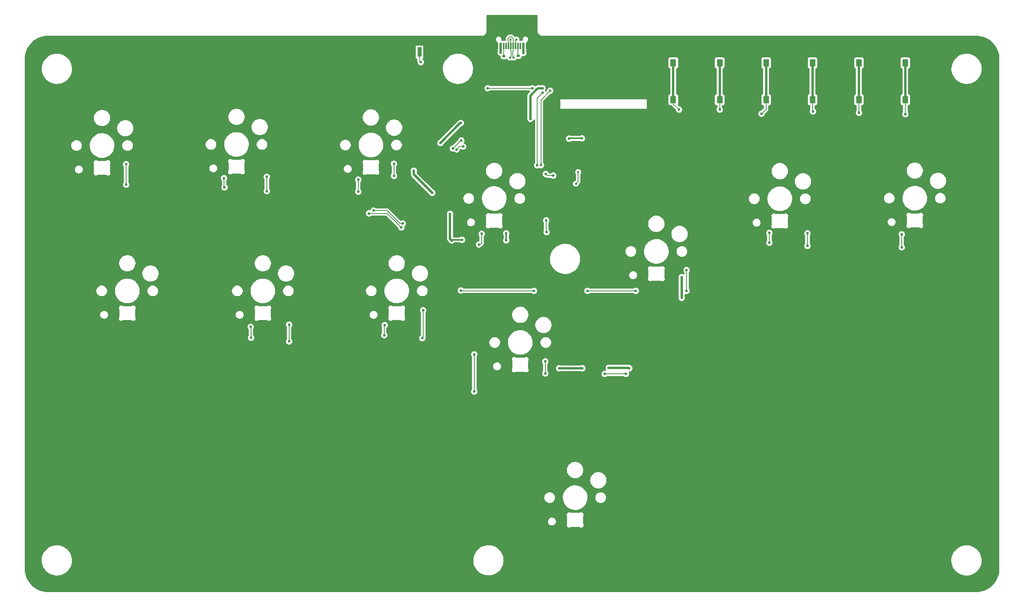
<source format=gbr>
%TF.GenerationSoftware,KiCad,Pcbnew,7.0.9*%
%TF.CreationDate,2024-03-26T15:37:35+08:00*%
%TF.ProjectId,Flatbox-LED-Mirrored,466c6174-626f-4782-9d4c-45442d4d6972,rev?*%
%TF.SameCoordinates,Original*%
%TF.FileFunction,Copper,L1,Top*%
%TF.FilePolarity,Positive*%
%FSLAX46Y46*%
G04 Gerber Fmt 4.6, Leading zero omitted, Abs format (unit mm)*
G04 Created by KiCad (PCBNEW 7.0.9) date 2024-03-26 15:37:35*
%MOMM*%
%LPD*%
G01*
G04 APERTURE LIST*
G04 Aperture macros list*
%AMRoundRect*
0 Rectangle with rounded corners*
0 $1 Rounding radius*
0 $2 $3 $4 $5 $6 $7 $8 $9 X,Y pos of 4 corners*
0 Add a 4 corners polygon primitive as box body*
4,1,4,$2,$3,$4,$5,$6,$7,$8,$9,$2,$3,0*
0 Add four circle primitives for the rounded corners*
1,1,$1+$1,$2,$3*
1,1,$1+$1,$4,$5*
1,1,$1+$1,$6,$7*
1,1,$1+$1,$8,$9*
0 Add four rect primitives between the rounded corners*
20,1,$1+$1,$2,$3,$4,$5,0*
20,1,$1+$1,$4,$5,$6,$7,0*
20,1,$1+$1,$6,$7,$8,$9,0*
20,1,$1+$1,$8,$9,$2,$3,0*%
G04 Aperture macros list end*
%TA.AperFunction,SMDPad,CuDef*%
%ADD10R,1.300000X1.550000*%
%TD*%
%TA.AperFunction,SMDPad,CuDef*%
%ADD11RoundRect,0.135000X-0.185000X0.135000X-0.185000X-0.135000X0.185000X-0.135000X0.185000X0.135000X0*%
%TD*%
%TA.AperFunction,SMDPad,CuDef*%
%ADD12R,0.600000X1.450000*%
%TD*%
%TA.AperFunction,SMDPad,CuDef*%
%ADD13R,0.300000X1.450000*%
%TD*%
%TA.AperFunction,ComponentPad*%
%ADD14O,1.000000X2.100000*%
%TD*%
%TA.AperFunction,ComponentPad*%
%ADD15O,1.000000X1.600000*%
%TD*%
%TA.AperFunction,SMDPad,CuDef*%
%ADD16R,0.900000X2.100000*%
%TD*%
%TA.AperFunction,ComponentPad*%
%ADD17C,1.300000*%
%TD*%
%TA.AperFunction,ComponentPad*%
%ADD18C,0.600000*%
%TD*%
%TA.AperFunction,ViaPad*%
%ADD19C,0.600000*%
%TD*%
%TA.AperFunction,ViaPad*%
%ADD20C,0.500000*%
%TD*%
%TA.AperFunction,Conductor*%
%ADD21C,0.500000*%
%TD*%
%TA.AperFunction,Conductor*%
%ADD22C,0.300000*%
%TD*%
%TA.AperFunction,Conductor*%
%ADD23C,0.200000*%
%TD*%
G04 APERTURE END LIST*
D10*
%TO.P,SW4,1,1*%
%TO.N,OPT4*%
X216690000Y-57975000D03*
X216690000Y-50025000D03*
%TO.P,SW4,2,2*%
%TO.N,GND*%
X221190000Y-57975000D03*
X221190000Y-50025000D03*
%TD*%
%TO.P,SW2,1,1*%
%TO.N,OPT2*%
X236690000Y-57975000D03*
X236690000Y-50025000D03*
%TO.P,SW2,2,2*%
%TO.N,GND*%
X241190000Y-57975000D03*
X241190000Y-50025000D03*
%TD*%
%TO.P,SW5,1,1*%
%TO.N,OPT5*%
X206690000Y-57975000D03*
X206690000Y-50025000D03*
%TO.P,SW5,2,2*%
%TO.N,GND*%
X211190000Y-57975000D03*
X211190000Y-50025000D03*
%TD*%
%TO.P,SW3,1,1*%
%TO.N,OPT3*%
X226690000Y-57975000D03*
X226690000Y-50025000D03*
%TO.P,SW3,2,2*%
%TO.N,GND*%
X231190000Y-57975000D03*
X231190000Y-50025000D03*
%TD*%
%TO.P,SW6,1,1*%
%TO.N,OPT6*%
X196690000Y-57975000D03*
X196690000Y-50025000D03*
%TO.P,SW6,2,2*%
%TO.N,GND*%
X201190000Y-57975000D03*
X201190000Y-50025000D03*
%TD*%
D11*
%TO.P,R7,1*%
%TO.N,Net-(USB1-CC1)*%
X163300000Y-48490000D03*
%TO.P,R7,2*%
%TO.N,GND*%
X163300000Y-49510000D03*
%TD*%
D12*
%TO.P,USB1,1,GND*%
%TO.N,GND*%
X165190000Y-46395000D03*
%TO.P,USB1,2,VBUS*%
%TO.N,+5V*%
X164390000Y-46395000D03*
D13*
%TO.P,USB1,3,SBU2*%
%TO.N,unconnected-(USB1-SBU2-Pad3)*%
X163690000Y-46395000D03*
%TO.P,USB1,4,CC1*%
%TO.N,Net-(USB1-CC1)*%
X163190000Y-46395000D03*
%TO.P,USB1,5,DN2*%
%TO.N,D-*%
X162690000Y-46395000D03*
%TO.P,USB1,6,DP1*%
%TO.N,D+*%
X162190000Y-46395000D03*
%TO.P,USB1,7,DN1*%
%TO.N,D-*%
X161690000Y-46395000D03*
%TO.P,USB1,8,DP2*%
%TO.N,D+*%
X161190000Y-46395000D03*
%TO.P,USB1,9,SBU1*%
%TO.N,unconnected-(USB1-SBU1-Pad9)*%
X160690000Y-46395000D03*
%TO.P,USB1,10,CC2*%
%TO.N,Net-(USB1-CC2)*%
X160190000Y-46395000D03*
D12*
%TO.P,USB1,11,VBUS*%
%TO.N,+5V*%
X159490000Y-46395000D03*
%TO.P,USB1,12,GND*%
%TO.N,GND*%
X158690000Y-46395000D03*
D14*
%TO.P,USB1,13,SHIELD*%
X166260000Y-45480000D03*
D15*
X166260000Y-41300000D03*
D14*
X157620000Y-45480000D03*
D15*
X157620000Y-41300000D03*
%TD*%
D11*
%TO.P,R6,1*%
%TO.N,Net-(USB1-CC2)*%
X160200000Y-48590000D03*
%TO.P,R6,2*%
%TO.N,GND*%
X160200000Y-49610000D03*
%TD*%
D16*
%TO.P,SW19,1,1*%
%TO.N,GND*%
X139000000Y-47700000D03*
%TO.P,SW19,2,2*%
%TO.N,Net-(R1-Pad2)*%
X142000000Y-47700000D03*
D17*
%TO.P,SW19,GND*%
%TO.N,GND*%
X140500000Y-45150000D03*
%TD*%
D10*
%TO.P,SW1,1,1*%
%TO.N,OPT1*%
X246690000Y-57975000D03*
X246690000Y-50025000D03*
%TO.P,SW1,2,2*%
%TO.N,GND*%
X251190000Y-57975000D03*
X251190000Y-50025000D03*
%TD*%
D18*
%TO.P,U3,57,GND*%
%TO.N,GND*%
X178096644Y-72825000D03*
X178096644Y-71550000D03*
X178096644Y-70275000D03*
X176821644Y-72825000D03*
X176821644Y-71550000D03*
X176821644Y-70275000D03*
X175546644Y-72825000D03*
X175546644Y-71550000D03*
X175546644Y-70275000D03*
%TD*%
D19*
%TO.N,GND*%
X219300000Y-63500000D03*
X151600000Y-76100000D03*
X146900000Y-83800000D03*
X246100000Y-82200000D03*
X171900000Y-64700000D03*
X185200000Y-68900000D03*
X134200000Y-80600000D03*
X195500000Y-66100000D03*
X214600000Y-91400000D03*
X188400000Y-140000000D03*
X190100000Y-66200000D03*
X196700000Y-61800000D03*
X105700000Y-102000000D03*
X171800000Y-49400000D03*
X151500000Y-106600000D03*
X180200000Y-78700000D03*
X187900000Y-46000000D03*
X181200000Y-80300000D03*
X83900000Y-74500000D03*
X180900000Y-101000000D03*
X145900000Y-110300000D03*
X181400000Y-63300000D03*
X175700000Y-82100000D03*
X169700000Y-66700000D03*
X110600000Y-74600000D03*
X96800000Y-74700000D03*
X181200000Y-83300000D03*
X155900000Y-106600000D03*
X188100000Y-72600000D03*
X126900000Y-79500000D03*
X201600000Y-94400000D03*
X179600000Y-117200000D03*
X139000000Y-59700000D03*
X71000000Y-70800000D03*
X186500000Y-47000000D03*
X132400000Y-88200000D03*
X169600000Y-52800000D03*
X100000000Y-70600000D03*
X166400000Y-82600000D03*
X227900000Y-86200000D03*
X155400000Y-116000000D03*
X163800000Y-71300000D03*
X171600000Y-60600000D03*
X179600000Y-54300000D03*
X145400000Y-93200000D03*
X188100000Y-66200000D03*
X83900000Y-64100000D03*
X76500000Y-76800000D03*
X191700000Y-68900000D03*
X147400000Y-68500000D03*
X169400000Y-59400000D03*
X241200000Y-59900000D03*
X153900000Y-91100000D03*
X186400000Y-55900000D03*
X131500000Y-78200000D03*
X169200000Y-63100000D03*
X74500000Y-106400000D03*
X161700000Y-61000000D03*
X181800000Y-75700000D03*
X146906042Y-103529682D03*
X161100000Y-113200000D03*
X159100000Y-97600000D03*
X115500000Y-110500000D03*
X190800000Y-75300000D03*
X185300000Y-114400000D03*
X169000000Y-120000000D03*
X158000000Y-93900000D03*
X138700000Y-83300000D03*
X129600000Y-86300000D03*
X242400000Y-71100000D03*
X199700000Y-70000000D03*
X156200000Y-100600000D03*
X151500000Y-64500000D03*
X178200000Y-86700000D03*
X183600000Y-72500000D03*
X190400000Y-93600000D03*
X164300000Y-64000000D03*
X173800000Y-83400000D03*
X80100000Y-88700000D03*
X203500000Y-86900000D03*
X185200000Y-110100000D03*
X188500000Y-60900000D03*
X158000000Y-89800000D03*
X217000000Y-82300000D03*
X186300000Y-75800000D03*
X178800000Y-64400000D03*
X227800000Y-71400000D03*
X186600000Y-82100000D03*
X174300000Y-53200000D03*
X143200000Y-78700000D03*
X185500000Y-118300000D03*
X189200000Y-102600000D03*
X178500000Y-49800000D03*
X164500000Y-60000000D03*
X131600000Y-106500000D03*
X162700000Y-89800000D03*
X164500000Y-53700000D03*
X182800000Y-81700000D03*
X171800000Y-82100000D03*
X199400000Y-62500000D03*
X144800000Y-71000000D03*
X196400000Y-72400000D03*
X171900000Y-63700000D03*
X158800000Y-64400000D03*
X192600000Y-52800000D03*
X159100000Y-100600000D03*
X177600000Y-49900000D03*
X141400000Y-87600000D03*
X181200000Y-86600000D03*
X173400003Y-63599997D03*
X129000000Y-70700000D03*
X125300000Y-74700000D03*
X190200000Y-55300000D03*
X144900000Y-66400000D03*
X150000000Y-83800000D03*
X169600000Y-67800000D03*
X132000000Y-83800000D03*
X115500000Y-106400000D03*
X170700000Y-127100000D03*
X141900000Y-64000000D03*
X175200000Y-78700000D03*
X177300000Y-54400000D03*
X146700000Y-87100000D03*
X176500000Y-63500000D03*
X170800000Y-114200000D03*
X189100000Y-66200000D03*
X89500000Y-95500000D03*
X230100000Y-75600000D03*
X171900000Y-78300000D03*
X185500000Y-101000000D03*
X185500000Y-123600000D03*
X174500000Y-120000000D03*
X167400000Y-50100000D03*
X221200000Y-59300000D03*
X96400000Y-59600000D03*
X211100000Y-72100000D03*
X160600000Y-53700000D03*
X177200000Y-83300000D03*
X151500000Y-100800000D03*
X125300000Y-59600000D03*
X202900000Y-72400000D03*
X151700000Y-86000000D03*
X231200000Y-59800000D03*
X166000000Y-64800000D03*
X145700000Y-76200000D03*
X184800000Y-52900000D03*
X134500000Y-102100000D03*
X173700000Y-77900000D03*
X183600000Y-68900000D03*
X143300000Y-56800000D03*
X211200000Y-59700000D03*
X179800000Y-49800000D03*
X135600000Y-86400000D03*
X179600000Y-114100000D03*
X185200000Y-105200000D03*
X147400000Y-59700000D03*
X201200000Y-59700000D03*
X188100000Y-68900000D03*
X158400000Y-58800000D03*
X151600000Y-70900000D03*
X153900000Y-97700000D03*
X138500000Y-71700000D03*
X181200000Y-52800000D03*
X178500000Y-47800000D03*
X139000000Y-49600000D03*
X188300000Y-97600000D03*
X139000000Y-55700000D03*
X112900000Y-63900000D03*
X163600000Y-100600000D03*
X186100000Y-140000000D03*
X163300000Y-50300000D03*
X185700000Y-72600000D03*
X195500000Y-64000000D03*
X251200000Y-59700000D03*
X107200000Y-88700000D03*
X243800000Y-86200000D03*
X176500000Y-60900000D03*
X144900000Y-64500000D03*
X165900000Y-122500000D03*
X214600000Y-86400000D03*
X151900000Y-115900000D03*
X171500000Y-58300000D03*
X162400000Y-57800000D03*
X118600000Y-95500000D03*
X191700000Y-72500000D03*
X154200000Y-59700000D03*
X155400000Y-82200000D03*
X102200000Y-106300000D03*
X193100000Y-55300000D03*
X172900000Y-66800000D03*
X143200000Y-81900000D03*
X173000000Y-146800000D03*
X83800000Y-106100000D03*
X179300000Y-83600000D03*
X163600000Y-97600000D03*
X169600000Y-72300000D03*
X103400000Y-88700000D03*
X142400000Y-73600000D03*
X189500000Y-46000000D03*
X166400000Y-86100000D03*
X248000000Y-90100000D03*
X259200000Y-75400000D03*
X174100000Y-106600000D03*
X138300000Y-77600000D03*
X138300000Y-74700000D03*
X160500000Y-50400000D03*
X182200000Y-56100000D03*
X176200000Y-78700000D03*
X180900000Y-97400000D03*
X76500000Y-102000000D03*
X163900000Y-60700000D03*
X182300000Y-60800000D03*
X166400000Y-77500000D03*
%TO.N,+5V*%
X160700000Y-86800000D03*
X148950006Y-88349994D03*
X151200000Y-88200000D03*
X160700000Y-88299960D03*
X187200000Y-115900000D03*
X198500000Y-96240000D03*
X150900000Y-63000000D03*
X182800000Y-115800000D03*
X146500000Y-67300000D03*
X164400000Y-47900000D03*
X172100000Y-115900000D03*
X159500000Y-47800000D03*
X148599997Y-82600000D03*
X140799990Y-73300000D03*
X198500000Y-100700000D03*
X177100000Y-115900000D03*
X144750000Y-78050000D03*
D20*
%TO.N,D-*%
X161500000Y-48900000D03*
X161600000Y-45000000D03*
X162900000Y-45000000D03*
%TO.N,D+*%
X162300000Y-48900000D03*
D19*
%TO.N,UP*%
X153800000Y-112900000D03*
X153800000Y-120899986D03*
%TO.N,+3V3*%
X165900000Y-62100000D03*
X168500000Y-55500000D03*
D20*
%TO.N,+1V1*%
X175700000Y-76100000D03*
D19*
X177031264Y-66309620D03*
X174225735Y-66374265D03*
D20*
X176200000Y-73599500D03*
D19*
%TO.N,Net-(D1A-DOUT)*%
X245900000Y-87000000D03*
X245900000Y-89800000D03*
X186500000Y-117100000D03*
X181900000Y-117100000D03*
%TO.N,Net-(R1-Pad2)*%
X156700000Y-55500004D03*
X166300018Y-55500000D03*
X142300000Y-49900000D03*
%TO.N,Net-(D2A-DOUT)*%
X217400000Y-88800000D03*
X217400000Y-86700000D03*
%TO.N,Net-(D3A-DOUT)*%
X225600000Y-86800000D03*
X225600000Y-89500000D03*
%TO.N,Net-(D4A-DOUT)*%
X155400000Y-86900000D03*
X188600000Y-99200000D03*
X166700001Y-99200001D03*
X150900000Y-99100000D03*
X199560000Y-99200000D03*
X154800000Y-89200000D03*
X178200000Y-99199998D03*
X199560000Y-94740000D03*
%TO.N,Net-(D5A-DOUT)*%
X128800000Y-77800000D03*
X138400000Y-84700000D03*
X128800000Y-75200000D03*
X132100000Y-81900000D03*
%TO.N,Net-(D6A-DOUT)*%
X99900000Y-74900000D03*
X136500000Y-74400000D03*
X100000000Y-76900000D03*
X136500000Y-71800000D03*
%TO.N,Net-(D12A-DIN)*%
X109100000Y-74600000D03*
X109100000Y-77700000D03*
%TO.N,Net-(D12A-DOUT)*%
X138100000Y-85535318D03*
X78800000Y-71900000D03*
X78800000Y-76300000D03*
X131100000Y-82500000D03*
%TO.N,Net-(D13A-DOUT)*%
X169100000Y-116999994D03*
X134499998Y-106600000D03*
X169100000Y-114400000D03*
X134400000Y-108750000D03*
%TO.N,Net-(D14A-DOUT)*%
X142600000Y-109400000D03*
X105700000Y-109300000D03*
X142800000Y-103400000D03*
X105649998Y-106950000D03*
%TO.N,Net-(D15A-DOUT)*%
X113900000Y-110100000D03*
X113900000Y-106500000D03*
%TO.N,SCL*%
X170160789Y-56050000D03*
X168178496Y-72081436D03*
%TO.N,SDA*%
X167374265Y-72125735D03*
X168500000Y-56500000D03*
%TO.N,OPT6*%
X197900000Y-60100000D03*
%TO.N,OPT5*%
X206690000Y-60100000D03*
%TO.N,OPT4*%
X215700000Y-61000000D03*
%TO.N,OPT3*%
X226800000Y-60500000D03*
%TO.N,OPT2*%
X236700000Y-60800000D03*
%TO.N,OPT1*%
X246700000Y-61100000D03*
%TO.N,SQUARE*%
X170850000Y-74350014D03*
X169200000Y-74000000D03*
%TO.N,CROSS*%
X169299998Y-84000000D03*
X169409221Y-86551638D03*
%TO.N,R2*%
X150000000Y-68700000D03*
X151400000Y-68100000D03*
%TO.N,L2*%
X151008698Y-66800000D03*
X149200000Y-68500000D03*
%TD*%
D21*
%TO.N,GND*%
X211190000Y-50025000D02*
X211190000Y-57975000D01*
X163300000Y-49510000D02*
X163300000Y-50300000D01*
D22*
X165345000Y-46395000D02*
X166260000Y-45480000D01*
X165190000Y-46395000D02*
X165345000Y-46395000D01*
D21*
X211190000Y-59690000D02*
X211200000Y-59700000D01*
X201190000Y-57975000D02*
X201190000Y-59690000D01*
X221190000Y-57975000D02*
X221190000Y-59290000D01*
X231190000Y-57975000D02*
X231190000Y-59790000D01*
X139000000Y-46650000D02*
X140500000Y-45150000D01*
X201190000Y-57975000D02*
X201190000Y-50025000D01*
X241190000Y-59890000D02*
X241200000Y-59900000D01*
X160200000Y-50100000D02*
X160500000Y-50400000D01*
X139000000Y-47700000D02*
X139000000Y-46650000D01*
X231190000Y-59790000D02*
X231200000Y-59800000D01*
X160200000Y-49610000D02*
X160200000Y-50100000D01*
X231190000Y-50025000D02*
X231190000Y-57975000D01*
X139000000Y-47700000D02*
X139000000Y-49600000D01*
X201190000Y-59690000D02*
X201200000Y-59700000D01*
X221190000Y-50025000D02*
X221190000Y-57975000D01*
D22*
X158690000Y-46395000D02*
X158535000Y-46395000D01*
X158535000Y-46395000D02*
X157620000Y-45480000D01*
D21*
X251190000Y-59690000D02*
X251200000Y-59700000D01*
X251190000Y-50025000D02*
X251190000Y-59690000D01*
X241190000Y-50025000D02*
X241190000Y-59890000D01*
X221190000Y-59290000D02*
X221200000Y-59300000D01*
X211190000Y-57975000D02*
X211190000Y-59690000D01*
%TO.N,+5V*%
X198500000Y-96240000D02*
X198500000Y-100700000D01*
D22*
X151200000Y-88200000D02*
X149100000Y-88200000D01*
D21*
X159500000Y-47800000D02*
X159500000Y-46405000D01*
X150800000Y-63000000D02*
X150900000Y-63000000D01*
X159500000Y-46405000D02*
X159490000Y-46395000D01*
X146500000Y-67300000D02*
X150800000Y-63000000D01*
X148599997Y-87999985D02*
X148599997Y-82600000D01*
X187100000Y-115800000D02*
X187200000Y-115900000D01*
D22*
X149100000Y-88200000D02*
X148950006Y-88349994D01*
D21*
X140799990Y-74099990D02*
X140799990Y-73300000D01*
X182800000Y-115800000D02*
X187100000Y-115800000D01*
X144750000Y-78050000D02*
X140799990Y-74099990D01*
X172100000Y-115900000D02*
X177100000Y-115900000D01*
X164390000Y-46395000D02*
X164390000Y-47890000D01*
X164390000Y-47890000D02*
X164400000Y-47900000D01*
X148950006Y-88349994D02*
X148599997Y-87999985D01*
D22*
X160700000Y-86800000D02*
X160700000Y-88299960D01*
D23*
%TO.N,D-*%
X161690000Y-47482501D02*
X161740000Y-47532501D01*
X161690000Y-45090000D02*
X161600000Y-45000000D01*
X162690000Y-45210000D02*
X162900000Y-45000000D01*
X161740000Y-48660000D02*
X161500000Y-48900000D01*
X161690000Y-46395000D02*
X161690000Y-47482501D01*
X162690000Y-46395000D02*
X162690000Y-45210000D01*
X161690000Y-46395000D02*
X161690000Y-45090000D01*
X161740000Y-47532501D02*
X161740000Y-48660000D01*
%TO.N,D+*%
X162190000Y-46395000D02*
X162190000Y-47482501D01*
X162140000Y-48740000D02*
X162300000Y-48900000D01*
X161190000Y-45367818D02*
X161050000Y-45227818D01*
X161372182Y-44450000D02*
X161827818Y-44450000D01*
X161050000Y-44772182D02*
X161372182Y-44450000D01*
X161827818Y-44450000D02*
X162190000Y-44812182D01*
X162190000Y-47482501D02*
X162140000Y-47532501D01*
X161050000Y-45227818D02*
X161050000Y-44772182D01*
X162190000Y-44812182D02*
X162190000Y-46395000D01*
X162140000Y-47532501D02*
X162140000Y-48740000D01*
X161190000Y-46395000D02*
X161190000Y-45367818D01*
%TO.N,UP*%
X153800000Y-112900000D02*
X153800000Y-120899986D01*
D21*
%TO.N,+3V3*%
X165900000Y-60100000D02*
X165900000Y-57800000D01*
X165900000Y-62100000D02*
X165900000Y-60100000D01*
X165900000Y-57100000D02*
X167300000Y-55700000D01*
X167500000Y-55500000D02*
X168500000Y-55500000D01*
X167300000Y-55700000D02*
X167500000Y-55500000D01*
X165900000Y-57800000D02*
X165900000Y-57300000D01*
X165900000Y-57800000D02*
X165900000Y-57100000D01*
D22*
%TO.N,+1V1*%
X174290380Y-66309620D02*
X174225735Y-66374265D01*
X177031264Y-66309620D02*
X174290380Y-66309620D01*
D23*
X176200000Y-73599500D02*
X176200000Y-75600000D01*
X176200000Y-75600000D02*
X175700000Y-76100000D01*
%TO.N,Net-(D1A-DOUT)*%
X181900000Y-117100000D02*
X186500000Y-117100000D01*
X245900000Y-89700000D02*
X245900000Y-89200000D01*
X245900000Y-89200000D02*
X245900000Y-87000000D01*
%TO.N,Net-(R1-Pad2)*%
X142300000Y-49900000D02*
X142000000Y-49600000D01*
X156700004Y-55500000D02*
X156700000Y-55500004D01*
X166300018Y-55500000D02*
X156700004Y-55500000D01*
X142000000Y-49600000D02*
X142000000Y-47700000D01*
%TO.N,Net-(D2A-DOUT)*%
X217400000Y-88800000D02*
X217400000Y-86700000D01*
%TO.N,Net-(D3A-DOUT)*%
X225600000Y-86800000D02*
X225600000Y-89500000D01*
%TO.N,Net-(D4A-DOUT)*%
X155100000Y-89200000D02*
X155400000Y-88900000D01*
X178200000Y-99200000D02*
X188600000Y-99200000D01*
X199560000Y-94740000D02*
X199560000Y-98200000D01*
X166700001Y-99200001D02*
X151000001Y-99200001D01*
X151000001Y-99200001D02*
X150900000Y-99100000D01*
X155400000Y-88900000D02*
X155400000Y-86900000D01*
X199560000Y-99200000D02*
X199560000Y-98200000D01*
X154800000Y-89200000D02*
X155100000Y-89200000D01*
%TO.N,Net-(D5A-DOUT)*%
X132100000Y-81900000D02*
X135030368Y-81900000D01*
X128800000Y-77800000D02*
X128800000Y-75200000D01*
X135030368Y-81900000D02*
X137830368Y-84700000D01*
X137830368Y-84700000D02*
X138400000Y-84700000D01*
%TO.N,Net-(D6A-DOUT)*%
X99900000Y-76800000D02*
X100000000Y-76900000D01*
X99900000Y-74900000D02*
X99900000Y-76800000D01*
X136500000Y-71800000D02*
X136500000Y-74400000D01*
%TO.N,Net-(D12A-DIN)*%
X109100000Y-77700000D02*
X109100000Y-74600000D01*
%TO.N,Net-(D12A-DOUT)*%
X135064682Y-82500000D02*
X138100000Y-85535318D01*
X78800000Y-71900000D02*
X78800000Y-76300000D01*
X131100000Y-82500000D02*
X135064682Y-82500000D01*
%TO.N,Net-(D13A-DOUT)*%
X134400000Y-106699998D02*
X134499998Y-106600000D01*
X134400000Y-108750000D02*
X134400000Y-106699998D01*
X169100000Y-114400000D02*
X169100000Y-116999994D01*
%TO.N,Net-(D14A-DOUT)*%
X105700000Y-109300000D02*
X105700000Y-107000002D01*
X142800000Y-103400000D02*
X142800000Y-109200000D01*
X142800000Y-109200000D02*
X142600000Y-109400000D01*
X105700000Y-107000002D02*
X105649998Y-106950000D01*
%TO.N,Net-(D15A-DOUT)*%
X113900000Y-106500000D02*
X113900000Y-110100000D01*
%TO.N,SCL*%
X168178496Y-72081436D02*
X168178496Y-58032293D01*
X168178496Y-58032293D02*
X170160789Y-56050000D01*
%TO.N,SDA*%
X167374265Y-72125735D02*
X167374265Y-57625735D01*
X167374265Y-57625735D02*
X168500000Y-56500000D01*
%TO.N,Net-(USB1-CC2)*%
X160190000Y-48580000D02*
X160200000Y-48590000D01*
X160190000Y-46395000D02*
X160190000Y-48580000D01*
%TO.N,Net-(USB1-CC1)*%
X163190000Y-46395000D02*
X163190000Y-48380000D01*
X163190000Y-48380000D02*
X163300000Y-48490000D01*
%TO.N,OPT6*%
X196690000Y-57975000D02*
X196690000Y-58890000D01*
X196690000Y-58890000D02*
X197900000Y-60100000D01*
D21*
X196690000Y-57975000D02*
X196690000Y-50025000D01*
D23*
%TO.N,OPT5*%
X206690000Y-57975000D02*
X206690000Y-60100000D01*
D21*
X206690000Y-50025000D02*
X206690000Y-57975000D01*
D23*
%TO.N,OPT4*%
X216690000Y-60010000D02*
X215700000Y-61000000D01*
D21*
X216690000Y-50025000D02*
X216690000Y-57975000D01*
D23*
X216690000Y-57975000D02*
X216690000Y-60010000D01*
D21*
%TO.N,OPT3*%
X226690000Y-50025000D02*
X226690000Y-57975000D01*
D23*
X226800000Y-60500000D02*
X226690000Y-60390000D01*
X226690000Y-60390000D02*
X226690000Y-57975000D01*
%TO.N,OPT2*%
X236690000Y-57975000D02*
X236690000Y-60790000D01*
X236690000Y-60790000D02*
X236700000Y-60800000D01*
D21*
X236690000Y-50025000D02*
X236690000Y-57975000D01*
D23*
%TO.N,OPT1*%
X246690000Y-57975000D02*
X246690000Y-61090000D01*
D21*
X246690000Y-50025000D02*
X246690000Y-57975000D01*
D23*
X246690000Y-61090000D02*
X246700000Y-61100000D01*
%TO.N,SQUARE*%
X170850000Y-74350014D02*
X169550014Y-74350014D01*
X169550014Y-74350014D02*
X169200000Y-74000000D01*
%TO.N,CROSS*%
X169299998Y-86442415D02*
X169409221Y-86551638D01*
X169299998Y-84000000D02*
X169299998Y-86442415D01*
%TO.N,R2*%
X151400000Y-68100000D02*
X150600000Y-68100000D01*
X150600000Y-68100000D02*
X150000000Y-68700000D01*
%TO.N,L2*%
X151008698Y-66800000D02*
X150900000Y-66800000D01*
X150900000Y-66800000D02*
X149200000Y-68500000D01*
%TD*%
%TA.AperFunction,Conductor*%
%TO.N,GND*%
G36*
X167342221Y-39699266D02*
G01*
X167408157Y-39751849D01*
X167444749Y-39827832D01*
X167449500Y-39870000D01*
X167449500Y-43166588D01*
X167449500Y-43170000D01*
X167449500Y-43258407D01*
X167480203Y-43432536D01*
X167507826Y-43508429D01*
X167540678Y-43598688D01*
X167629087Y-43751817D01*
X167742732Y-43887253D01*
X167742739Y-43887261D01*
X167742745Y-43887266D01*
X167742746Y-43887267D01*
X167878183Y-44000912D01*
X167878182Y-44000912D01*
X167878186Y-44000914D01*
X167878187Y-44000915D01*
X168031313Y-44089322D01*
X168197464Y-44149797D01*
X168331430Y-44173418D01*
X168371591Y-44180500D01*
X261960000Y-44180500D01*
X262368128Y-44197380D01*
X262375906Y-44198025D01*
X262777357Y-44248065D01*
X262785069Y-44249351D01*
X263181029Y-44332375D01*
X263188584Y-44334288D01*
X263576323Y-44449724D01*
X263583733Y-44452268D01*
X263960612Y-44599326D01*
X263967772Y-44602466D01*
X264286666Y-44758364D01*
X264331216Y-44780143D01*
X264338106Y-44783872D01*
X264439555Y-44844322D01*
X264685642Y-44990958D01*
X264692173Y-44995225D01*
X265021421Y-45230303D01*
X265027598Y-45235110D01*
X265336307Y-45496575D01*
X265342063Y-45501873D01*
X265628126Y-45787936D01*
X265633425Y-45793693D01*
X265747982Y-45928949D01*
X265894884Y-46102395D01*
X265899696Y-46108578D01*
X266134770Y-46437820D01*
X266139046Y-46444365D01*
X266346127Y-46791893D01*
X266349856Y-46798783D01*
X266527526Y-47162212D01*
X266530673Y-47169387D01*
X266677731Y-47546266D01*
X266680275Y-47553676D01*
X266735137Y-47737952D01*
X266783380Y-47899997D01*
X266795704Y-47941390D01*
X266797627Y-47948985D01*
X266880645Y-48344917D01*
X266881934Y-48352644D01*
X266931973Y-48754082D01*
X266932620Y-48761890D01*
X266949500Y-49170000D01*
X266949500Y-159170000D01*
X266932620Y-159578109D01*
X266931973Y-159585917D01*
X266881934Y-159987355D01*
X266880645Y-159995082D01*
X266797627Y-160391014D01*
X266795704Y-160398606D01*
X266792595Y-160409053D01*
X266680275Y-160786323D01*
X266677731Y-160793733D01*
X266530673Y-161170612D01*
X266527526Y-161177787D01*
X266349856Y-161541216D01*
X266346127Y-161548106D01*
X266139046Y-161895634D01*
X266134761Y-161902193D01*
X265899696Y-162231421D01*
X265894884Y-162237604D01*
X265633432Y-162546299D01*
X265628126Y-162552063D01*
X265342063Y-162838126D01*
X265336299Y-162843432D01*
X265027604Y-163104884D01*
X265021421Y-163109696D01*
X264692193Y-163344761D01*
X264685634Y-163349046D01*
X264338106Y-163556127D01*
X264331216Y-163559856D01*
X263967787Y-163737526D01*
X263960612Y-163740673D01*
X263583733Y-163887731D01*
X263576323Y-163890275D01*
X263188609Y-164005704D01*
X263181014Y-164007627D01*
X262785082Y-164090645D01*
X262777355Y-164091934D01*
X262375917Y-164141973D01*
X262368109Y-164142620D01*
X261960000Y-164159500D01*
X61960000Y-164159500D01*
X61551890Y-164142620D01*
X61544082Y-164141973D01*
X61142644Y-164091934D01*
X61134917Y-164090645D01*
X60738985Y-164007627D01*
X60731399Y-164005706D01*
X60574446Y-163958979D01*
X60343676Y-163890275D01*
X60336266Y-163887731D01*
X59959387Y-163740673D01*
X59952212Y-163737526D01*
X59588783Y-163559856D01*
X59581893Y-163556127D01*
X59234365Y-163349046D01*
X59227820Y-163344770D01*
X58898578Y-163109696D01*
X58892395Y-163104884D01*
X58583693Y-162843425D01*
X58577936Y-162838126D01*
X58291873Y-162552063D01*
X58286575Y-162546307D01*
X58025110Y-162237598D01*
X58020303Y-162231421D01*
X57785225Y-161902173D01*
X57780953Y-161895634D01*
X57573872Y-161548106D01*
X57570143Y-161541216D01*
X57487651Y-161372476D01*
X57392466Y-161177772D01*
X57389326Y-161170612D01*
X57242268Y-160793733D01*
X57239724Y-160786323D01*
X57124288Y-160398584D01*
X57122375Y-160391029D01*
X57039351Y-159995069D01*
X57038065Y-159987355D01*
X57037803Y-159985251D01*
X56988025Y-159585906D01*
X56987380Y-159578128D01*
X56970500Y-159170000D01*
X56970500Y-159166588D01*
X56970500Y-157230298D01*
X60595793Y-157230298D01*
X60605675Y-157588828D01*
X60654941Y-157944105D01*
X60654944Y-157944119D01*
X60742989Y-158291800D01*
X60810262Y-158471477D01*
X60868752Y-158627697D01*
X60868753Y-158627700D01*
X60868754Y-158627701D01*
X61030704Y-158947722D01*
X61226875Y-159247984D01*
X61226878Y-159247988D01*
X61235114Y-159257988D01*
X61454891Y-159524851D01*
X61711972Y-159774943D01*
X61711977Y-159774948D01*
X61711981Y-159774951D01*
X61995022Y-159995251D01*
X62300580Y-160183077D01*
X62624946Y-160336149D01*
X62964183Y-160452609D01*
X63314163Y-160531041D01*
X63314167Y-160531041D01*
X63314172Y-160531043D01*
X63670665Y-160570500D01*
X63670673Y-160570500D01*
X63939594Y-160570500D01*
X63939595Y-160570500D01*
X63991981Y-160567609D01*
X64208111Y-160555686D01*
X64208113Y-160555685D01*
X64208125Y-160555685D01*
X64561904Y-160496650D01*
X64907041Y-160399054D01*
X65239346Y-160264083D01*
X65554787Y-160093375D01*
X65849534Y-159889002D01*
X65861017Y-159879002D01*
X65991974Y-159764951D01*
X66120010Y-159653445D01*
X66362931Y-159389562D01*
X66575348Y-159100559D01*
X66754683Y-158789941D01*
X66898759Y-158461481D01*
X67005827Y-158119164D01*
X67074588Y-157767147D01*
X67104207Y-157409702D01*
X67098986Y-157220298D01*
X153605793Y-157220298D01*
X153615675Y-157578828D01*
X153664941Y-157934105D01*
X153664944Y-157934119D01*
X153752989Y-158281800D01*
X153820262Y-158461477D01*
X153878752Y-158617697D01*
X153878753Y-158617700D01*
X153878754Y-158617701D01*
X154040704Y-158937722D01*
X154190230Y-159166588D01*
X154236878Y-159237988D01*
X154245114Y-159247988D01*
X154464891Y-159514851D01*
X154721972Y-159764943D01*
X154721977Y-159764948D01*
X154721981Y-159764951D01*
X155005022Y-159985251D01*
X155310580Y-160173077D01*
X155634946Y-160326149D01*
X155974183Y-160442609D01*
X156324163Y-160521041D01*
X156324167Y-160521041D01*
X156324172Y-160521043D01*
X156680665Y-160560500D01*
X156680673Y-160560500D01*
X156949594Y-160560500D01*
X156949595Y-160560500D01*
X157001981Y-160557609D01*
X157218111Y-160545686D01*
X157218113Y-160545685D01*
X157218125Y-160545685D01*
X157571904Y-160486650D01*
X157917041Y-160389054D01*
X158249346Y-160254083D01*
X158564787Y-160083375D01*
X158859534Y-159879002D01*
X159130010Y-159643445D01*
X159372931Y-159379562D01*
X159585348Y-159090559D01*
X159764683Y-158779941D01*
X159908759Y-158451481D01*
X160015827Y-158109164D01*
X160084588Y-157757147D01*
X160114207Y-157399702D01*
X160109813Y-157240298D01*
X256605793Y-157240298D01*
X256615675Y-157598828D01*
X256664941Y-157954105D01*
X256664944Y-157954119D01*
X256752989Y-158301800D01*
X256828257Y-158502831D01*
X256878752Y-158637697D01*
X256878753Y-158637700D01*
X256878754Y-158637701D01*
X257040704Y-158957722D01*
X257236875Y-159257984D01*
X257464891Y-159534851D01*
X257721972Y-159784943D01*
X257721977Y-159784948D01*
X257721981Y-159784951D01*
X258005022Y-160005251D01*
X258310580Y-160193077D01*
X258634946Y-160346149D01*
X258974183Y-160462609D01*
X259324163Y-160541041D01*
X259324167Y-160541041D01*
X259324172Y-160541043D01*
X259680665Y-160580500D01*
X259680673Y-160580500D01*
X259949594Y-160580500D01*
X259949595Y-160580500D01*
X260001981Y-160577609D01*
X260218111Y-160565686D01*
X260218113Y-160565685D01*
X260218125Y-160565685D01*
X260571904Y-160506650D01*
X260917041Y-160409054D01*
X261249346Y-160274083D01*
X261564787Y-160103375D01*
X261859534Y-159899002D01*
X261871017Y-159889002D01*
X262001974Y-159774951D01*
X262130010Y-159663445D01*
X262372931Y-159399562D01*
X262585348Y-159110559D01*
X262764683Y-158799941D01*
X262908759Y-158471481D01*
X263015827Y-158129164D01*
X263084588Y-157777147D01*
X263114207Y-157419702D01*
X263104324Y-157061168D01*
X263055059Y-156705897D01*
X263052522Y-156695880D01*
X262967010Y-156358199D01*
X262954624Y-156325118D01*
X262841248Y-156022303D01*
X262679296Y-155702279D01*
X262672761Y-155692277D01*
X262483124Y-155402015D01*
X262474888Y-155392015D01*
X262358292Y-155250439D01*
X262255108Y-155125148D01*
X261998027Y-154875056D01*
X261998014Y-154875045D01*
X261905096Y-154802724D01*
X261714978Y-154654749D01*
X261409420Y-154466923D01*
X261085054Y-154313851D01*
X261085051Y-154313850D01*
X261085049Y-154313849D01*
X260745814Y-154197390D01*
X260745816Y-154197390D01*
X260395836Y-154118958D01*
X260395840Y-154118958D01*
X260244073Y-154102160D01*
X260039335Y-154079500D01*
X259770405Y-154079500D01*
X259759333Y-154080110D01*
X259501888Y-154094313D01*
X259501876Y-154094314D01*
X259501875Y-154094315D01*
X259414130Y-154108957D01*
X259148099Y-154153349D01*
X258802959Y-154250946D01*
X258470650Y-154385918D01*
X258155219Y-154556621D01*
X258155208Y-154556628D01*
X257860466Y-154760996D01*
X257589995Y-154996549D01*
X257589991Y-154996553D01*
X257347067Y-155260439D01*
X257134653Y-155549438D01*
X256955315Y-155860061D01*
X256955315Y-155860062D01*
X256811239Y-156188522D01*
X256704171Y-156530841D01*
X256635413Y-156882846D01*
X256635412Y-156882853D01*
X256605793Y-157240298D01*
X160109813Y-157240298D01*
X160104324Y-157041168D01*
X160055059Y-156685897D01*
X159967011Y-156338202D01*
X159841248Y-156002303D01*
X159679296Y-155682279D01*
X159585975Y-155539441D01*
X159483124Y-155382015D01*
X159255108Y-155105148D01*
X158998027Y-154855056D01*
X158998014Y-154855045D01*
X158864332Y-154750996D01*
X158714978Y-154634749D01*
X158409420Y-154446923D01*
X158085054Y-154293851D01*
X158085051Y-154293850D01*
X158085049Y-154293849D01*
X157745814Y-154177390D01*
X157745816Y-154177390D01*
X157395836Y-154098958D01*
X157395840Y-154098958D01*
X157220034Y-154079500D01*
X157039335Y-154059500D01*
X156770405Y-154059500D01*
X156759333Y-154060110D01*
X156501888Y-154074313D01*
X156501876Y-154074314D01*
X156501875Y-154074315D01*
X156441960Y-154084313D01*
X156148099Y-154133349D01*
X155802959Y-154230946D01*
X155470650Y-154365918D01*
X155155219Y-154536621D01*
X155155208Y-154536628D01*
X154860466Y-154740996D01*
X154589995Y-154976549D01*
X154589991Y-154976553D01*
X154347067Y-155240439D01*
X154134653Y-155529438D01*
X153955315Y-155840061D01*
X153955315Y-155840062D01*
X153811239Y-156168522D01*
X153704171Y-156510841D01*
X153635413Y-156862846D01*
X153635412Y-156862853D01*
X153605793Y-157220298D01*
X67098986Y-157220298D01*
X67094324Y-157051168D01*
X67045059Y-156695897D01*
X67042522Y-156685880D01*
X66959543Y-156358202D01*
X66957011Y-156348202D01*
X66831248Y-156012303D01*
X66669296Y-155692279D01*
X66662761Y-155682277D01*
X66473124Y-155392015D01*
X66464888Y-155382015D01*
X66400148Y-155303404D01*
X66245108Y-155115148D01*
X65988027Y-154865056D01*
X65988014Y-154865045D01*
X65854332Y-154760996D01*
X65704978Y-154644749D01*
X65399420Y-154456923D01*
X65075054Y-154303851D01*
X65075051Y-154303850D01*
X65075049Y-154303849D01*
X64735814Y-154187390D01*
X64735816Y-154187390D01*
X64385836Y-154108958D01*
X64385840Y-154108958D01*
X64234073Y-154092160D01*
X64029335Y-154069500D01*
X63760405Y-154069500D01*
X63749333Y-154070110D01*
X63491888Y-154084313D01*
X63491876Y-154084314D01*
X63491875Y-154084315D01*
X63431960Y-154094313D01*
X63138099Y-154143349D01*
X62792959Y-154240946D01*
X62460650Y-154375918D01*
X62145219Y-154546621D01*
X62145208Y-154546628D01*
X61850466Y-154750996D01*
X61579995Y-154986549D01*
X61579991Y-154986553D01*
X61337067Y-155250439D01*
X61124653Y-155539438D01*
X60945315Y-155850061D01*
X60945315Y-155850062D01*
X60801239Y-156178522D01*
X60694171Y-156520841D01*
X60625413Y-156872846D01*
X60625412Y-156872853D01*
X60595793Y-157230298D01*
X56970500Y-157230298D01*
X56970500Y-148893683D01*
X169685740Y-148893683D01*
X169695754Y-149078405D01*
X169745246Y-149256658D01*
X169745248Y-149256664D01*
X169810445Y-149379636D01*
X169831900Y-149420104D01*
X169951663Y-149561100D01*
X169951667Y-149561103D01*
X169951668Y-149561104D01*
X169983587Y-149585368D01*
X170098936Y-149673054D01*
X170266833Y-149750732D01*
X170447503Y-149790500D01*
X170447506Y-149790500D01*
X170586110Y-149790500D01*
X170586113Y-149790500D01*
X170723910Y-149775514D01*
X170899221Y-149716444D01*
X170939110Y-149692444D01*
X173727565Y-149692444D01*
X173731124Y-149750731D01*
X173735535Y-149822974D01*
X173753721Y-149878628D01*
X173776153Y-149947281D01*
X173846793Y-150057330D01*
X173846796Y-150057334D01*
X173846798Y-150057337D01*
X173942903Y-150146029D01*
X173942904Y-150146030D01*
X173942906Y-150146031D01*
X174044386Y-150200220D01*
X174058263Y-150207630D01*
X174185426Y-150238160D01*
X174316178Y-150235649D01*
X174442075Y-150200257D01*
X174467053Y-150185717D01*
X174467371Y-150185600D01*
X174494982Y-150169469D01*
X174502351Y-150165588D01*
X174561393Y-150137743D01*
X174592682Y-150126232D01*
X174643548Y-150112463D01*
X174676382Y-150106616D01*
X174741516Y-150100865D01*
X174749848Y-150100499D01*
X176293346Y-150100499D01*
X176293350Y-150100500D01*
X176330282Y-150100500D01*
X176338601Y-150100866D01*
X176403616Y-150106607D01*
X176436454Y-150112455D01*
X176480629Y-150124416D01*
X176487311Y-150126226D01*
X176518621Y-150137747D01*
X176570361Y-150162154D01*
X176577667Y-150165601D01*
X176585037Y-150169482D01*
X176610280Y-150184227D01*
X176610833Y-150184440D01*
X176633797Y-150197807D01*
X176637944Y-150200221D01*
X176763828Y-150235608D01*
X176763825Y-150235608D01*
X176771216Y-150235749D01*
X176894570Y-150238119D01*
X177021723Y-150207591D01*
X177093833Y-150169085D01*
X177137070Y-150145997D01*
X177137071Y-150145996D01*
X177137073Y-150145995D01*
X177233171Y-150057310D01*
X177303809Y-149947265D01*
X177344424Y-149822966D01*
X177352394Y-149692443D01*
X177327203Y-149564126D01*
X177327197Y-149564113D01*
X177314692Y-149538022D01*
X177314570Y-149537590D01*
X177300495Y-149508385D01*
X177297653Y-149501873D01*
X177294501Y-149493846D01*
X177277404Y-149450295D01*
X177269055Y-149423229D01*
X177259107Y-149379627D01*
X177254889Y-149351612D01*
X177250760Y-149296344D01*
X177250499Y-149289293D01*
X177250505Y-149267441D01*
X177250499Y-149267381D01*
X177250499Y-147890693D01*
X177250762Y-147883638D01*
X177254898Y-147828374D01*
X177259117Y-147800378D01*
X177269070Y-147756759D01*
X177277415Y-147729704D01*
X177297516Y-147678485D01*
X177300267Y-147672166D01*
X177327242Y-147615887D01*
X177352435Y-147487559D01*
X177344464Y-147357026D01*
X177303846Y-147232717D01*
X177233202Y-147122663D01*
X177137097Y-147033971D01*
X177137095Y-147033970D01*
X177137093Y-147033968D01*
X177021736Y-146972369D01*
X176894574Y-146941840D01*
X176763821Y-146944350D01*
X176637928Y-146979741D01*
X176637924Y-146979743D01*
X176609220Y-146996451D01*
X176608877Y-146996587D01*
X176585021Y-147010527D01*
X176577637Y-147014416D01*
X176518614Y-147042258D01*
X176487310Y-147053779D01*
X176436457Y-147067553D01*
X176403615Y-147073407D01*
X176338913Y-147079131D01*
X176330558Y-147079500D01*
X174749728Y-147079500D01*
X174741377Y-147079131D01*
X174676382Y-147073383D01*
X174643555Y-147067535D01*
X174592682Y-147053761D01*
X174561392Y-147042250D01*
X174517661Y-147021630D01*
X174502351Y-147014411D01*
X174494961Y-147010518D01*
X174470744Y-146996365D01*
X174470163Y-146996137D01*
X174442061Y-146979780D01*
X174442058Y-146979778D01*
X174316170Y-146944390D01*
X174316173Y-146944390D01*
X174185430Y-146941880D01*
X174185429Y-146941880D01*
X174058439Y-146972369D01*
X174058272Y-146972409D01*
X174058270Y-146972410D01*
X173942926Y-147034003D01*
X173846830Y-147122687D01*
X173846823Y-147122695D01*
X173776190Y-147232732D01*
X173735575Y-147357033D01*
X173735575Y-147357034D01*
X173727605Y-147487558D01*
X173739411Y-147547693D01*
X173752796Y-147615876D01*
X173768347Y-147648322D01*
X173768458Y-147648667D01*
X173779511Y-147671627D01*
X173782341Y-147678115D01*
X173802586Y-147729704D01*
X173810930Y-147756756D01*
X173814701Y-147773276D01*
X173820889Y-147800386D01*
X173825109Y-147828379D01*
X173829235Y-147883386D01*
X173829501Y-147890476D01*
X173829501Y-149289295D01*
X173829236Y-149296366D01*
X173825909Y-149340730D01*
X173825093Y-149351612D01*
X173820872Y-149379611D01*
X173810913Y-149423240D01*
X173802568Y-149450295D01*
X173782408Y-149501666D01*
X173779649Y-149508006D01*
X173752759Y-149564108D01*
X173752758Y-149564112D01*
X173752755Y-149564126D01*
X173731371Y-149673056D01*
X173727565Y-149692441D01*
X173727565Y-149692444D01*
X170939110Y-149692444D01*
X171057736Y-149621070D01*
X171192041Y-149493849D01*
X171295858Y-149340730D01*
X171364331Y-149168875D01*
X171394260Y-148986317D01*
X171384245Y-148801593D01*
X171334754Y-148623341D01*
X171248100Y-148459896D01*
X171128337Y-148318900D01*
X171128332Y-148318896D01*
X171128331Y-148318895D01*
X171049448Y-148258930D01*
X170981064Y-148206946D01*
X170981058Y-148206943D01*
X170813168Y-148129268D01*
X170767999Y-148119326D01*
X170632497Y-148089500D01*
X170493887Y-148089500D01*
X170493883Y-148089500D01*
X170356091Y-148104485D01*
X170356083Y-148104487D01*
X170180778Y-148163555D01*
X170022269Y-148258926D01*
X170022260Y-148258932D01*
X169887960Y-148386149D01*
X169887957Y-148386153D01*
X169784142Y-148539269D01*
X169715670Y-148711121D01*
X169715669Y-148711123D01*
X169715669Y-148711125D01*
X169700837Y-148801594D01*
X169685740Y-148893683D01*
X56970500Y-148893683D01*
X56970500Y-143896611D01*
X168889500Y-143896611D01*
X168928676Y-144106190D01*
X169005701Y-144305017D01*
X169117943Y-144486295D01*
X169117945Y-144486298D01*
X169117948Y-144486302D01*
X169261593Y-144643872D01*
X169431745Y-144772366D01*
X169622611Y-144867405D01*
X169827690Y-144925756D01*
X169986806Y-144940500D01*
X170093194Y-144940500D01*
X170252310Y-144925756D01*
X170457389Y-144867405D01*
X170648255Y-144772366D01*
X170818407Y-144643872D01*
X170962052Y-144486302D01*
X171074298Y-144305019D01*
X171151321Y-144106198D01*
X171151322Y-144106192D01*
X171151323Y-144106190D01*
X171190500Y-143896611D01*
X171190500Y-143871777D01*
X172885722Y-143871777D01*
X172900850Y-144035027D01*
X172915890Y-144197339D01*
X172985835Y-144516720D01*
X172985836Y-144516722D01*
X173094501Y-144825091D01*
X173240237Y-145117769D01*
X173332380Y-145256826D01*
X173420839Y-145390324D01*
X173633551Y-145638602D01*
X173633562Y-145638613D01*
X173875176Y-145858874D01*
X173875180Y-145858877D01*
X174142036Y-146047781D01*
X174142040Y-146047783D01*
X174430089Y-146202462D01*
X174430088Y-146202462D01*
X174430091Y-146202463D01*
X174734967Y-146320573D01*
X175052046Y-146400321D01*
X175376523Y-146440500D01*
X175376527Y-146440500D01*
X175621661Y-146440500D01*
X175621665Y-146440500D01*
X175866334Y-146425409D01*
X176187722Y-146365332D01*
X176499291Y-146266215D01*
X176796317Y-146129560D01*
X177074300Y-145957441D01*
X177196790Y-145858874D01*
X177329016Y-145752473D01*
X177329027Y-145752463D01*
X177556624Y-145517745D01*
X177556625Y-145517744D01*
X177556624Y-145517744D01*
X177556628Y-145517741D01*
X177753662Y-145256826D01*
X177917139Y-144973675D01*
X178044581Y-144672580D01*
X178134057Y-144358107D01*
X178184209Y-144035022D01*
X178188474Y-143896611D01*
X179889500Y-143896611D01*
X179928676Y-144106190D01*
X180005701Y-144305017D01*
X180117943Y-144486295D01*
X180117945Y-144486298D01*
X180117948Y-144486302D01*
X180261593Y-144643872D01*
X180431745Y-144772366D01*
X180622611Y-144867405D01*
X180827690Y-144925756D01*
X180986806Y-144940500D01*
X181093194Y-144940500D01*
X181252310Y-144925756D01*
X181457389Y-144867405D01*
X181648255Y-144772366D01*
X181818407Y-144643872D01*
X181962052Y-144486302D01*
X182074298Y-144305019D01*
X182151321Y-144106198D01*
X182151322Y-144106192D01*
X182151323Y-144106190D01*
X182190500Y-143896611D01*
X182190500Y-143683388D01*
X182151323Y-143473809D01*
X182151321Y-143473805D01*
X182151321Y-143473802D01*
X182074298Y-143274981D01*
X181962052Y-143093698D01*
X181818407Y-142936128D01*
X181648255Y-142807634D01*
X181542358Y-142754904D01*
X181457390Y-142712595D01*
X181354849Y-142683419D01*
X181252310Y-142654244D01*
X181093194Y-142639500D01*
X180986806Y-142639500D01*
X180827690Y-142654244D01*
X180622609Y-142712595D01*
X180431743Y-142807635D01*
X180261591Y-142936129D01*
X180117948Y-143093698D01*
X180117943Y-143093704D01*
X180005701Y-143274982D01*
X179928676Y-143473809D01*
X179889500Y-143683388D01*
X179889500Y-143896611D01*
X178188474Y-143896611D01*
X178194278Y-143708223D01*
X178164110Y-143382663D01*
X178094164Y-143063278D01*
X177985499Y-142754909D01*
X177839763Y-142462231D01*
X177659164Y-142189681D01*
X177659163Y-142189680D01*
X177659160Y-142189675D01*
X177446448Y-141941397D01*
X177446437Y-141941386D01*
X177204823Y-141721125D01*
X177204819Y-141721122D01*
X176937963Y-141532218D01*
X176649909Y-141377537D01*
X176649911Y-141377537D01*
X176345035Y-141259427D01*
X176027958Y-141179680D01*
X176027957Y-141179679D01*
X176027954Y-141179679D01*
X175703477Y-141139500D01*
X175458335Y-141139500D01*
X175213666Y-141154591D01*
X175149388Y-141166606D01*
X174892274Y-141214668D01*
X174580710Y-141313784D01*
X174283682Y-141450439D01*
X174283680Y-141450440D01*
X174005704Y-141622555D01*
X174005698Y-141622559D01*
X173750983Y-141827526D01*
X173750972Y-141827536D01*
X173523375Y-142062254D01*
X173523374Y-142062255D01*
X173326342Y-142323166D01*
X173326337Y-142323174D01*
X173162861Y-142606324D01*
X173035419Y-142907420D01*
X172945941Y-143221896D01*
X172895791Y-143544972D01*
X172895791Y-143544975D01*
X172895791Y-143544978D01*
X172885722Y-143871777D01*
X171190500Y-143871777D01*
X171190500Y-143683388D01*
X171151323Y-143473809D01*
X171151321Y-143473805D01*
X171151321Y-143473802D01*
X171074298Y-143274981D01*
X170962052Y-143093698D01*
X170818407Y-142936128D01*
X170648255Y-142807634D01*
X170542358Y-142754904D01*
X170457390Y-142712595D01*
X170354849Y-142683419D01*
X170252310Y-142654244D01*
X170093194Y-142639500D01*
X169986806Y-142639500D01*
X169827690Y-142654244D01*
X169622609Y-142712595D01*
X169431743Y-142807635D01*
X169261591Y-142936129D01*
X169117948Y-143093698D01*
X169117943Y-143093704D01*
X169005701Y-143274982D01*
X168928676Y-143473809D01*
X168889500Y-143683388D01*
X168889500Y-143896611D01*
X56970500Y-143896611D01*
X56970500Y-140171187D01*
X178789500Y-140171187D01*
X178828601Y-140430606D01*
X178828604Y-140430616D01*
X178905935Y-140681317D01*
X178905937Y-140681322D01*
X179019773Y-140917706D01*
X179019775Y-140917709D01*
X179167561Y-141134472D01*
X179167565Y-141134476D01*
X179167567Y-141134479D01*
X179346019Y-141326805D01*
X179547949Y-141487839D01*
X179551148Y-141490390D01*
X179734276Y-141596118D01*
X179778357Y-141621568D01*
X180022584Y-141717420D01*
X180278370Y-141775802D01*
X180474506Y-141790500D01*
X180605494Y-141790500D01*
X180801630Y-141775802D01*
X181057416Y-141717420D01*
X181301643Y-141621568D01*
X181456404Y-141532217D01*
X181528851Y-141490390D01*
X181528853Y-141490388D01*
X181528857Y-141490386D01*
X181733981Y-141326805D01*
X181912433Y-141134479D01*
X182060228Y-140917704D01*
X182174063Y-140681323D01*
X182251396Y-140430615D01*
X182251396Y-140430610D01*
X182251398Y-140430606D01*
X182290499Y-140171187D01*
X182290500Y-140171180D01*
X182290500Y-139908820D01*
X182290499Y-139908812D01*
X182251398Y-139649393D01*
X182251395Y-139649383D01*
X182233232Y-139590500D01*
X182174063Y-139398677D01*
X182060228Y-139162296D01*
X182036031Y-139126805D01*
X181912438Y-138945527D01*
X181912434Y-138945523D01*
X181912433Y-138945521D01*
X181733981Y-138753195D01*
X181528857Y-138589614D01*
X181528851Y-138589609D01*
X181301645Y-138458433D01*
X181301644Y-138458432D01*
X181301643Y-138458432D01*
X181179529Y-138410506D01*
X181057414Y-138362579D01*
X180801631Y-138304198D01*
X180605494Y-138289500D01*
X180474506Y-138289500D01*
X180278370Y-138304198D01*
X180278365Y-138304198D01*
X180022585Y-138362579D01*
X179778354Y-138458433D01*
X179551148Y-138589609D01*
X179346020Y-138753194D01*
X179167561Y-138945527D01*
X179019775Y-139162290D01*
X179019773Y-139162293D01*
X178905937Y-139398677D01*
X178905935Y-139398682D01*
X178828604Y-139649383D01*
X178828601Y-139649393D01*
X178789500Y-139908812D01*
X178789500Y-140171187D01*
X56970500Y-140171187D01*
X56970500Y-137971187D01*
X173789500Y-137971187D01*
X173828601Y-138230606D01*
X173828604Y-138230616D01*
X173905935Y-138481317D01*
X173905937Y-138481322D01*
X174019773Y-138717706D01*
X174019775Y-138717709D01*
X174167561Y-138934472D01*
X174167565Y-138934476D01*
X174167567Y-138934479D01*
X174346019Y-139126805D01*
X174547949Y-139287839D01*
X174551148Y-139290390D01*
X174734276Y-139396118D01*
X174778357Y-139421568D01*
X175022584Y-139517420D01*
X175278370Y-139575802D01*
X175474506Y-139590500D01*
X175605494Y-139590500D01*
X175801630Y-139575802D01*
X176057416Y-139517420D01*
X176301643Y-139421568D01*
X176440695Y-139341285D01*
X176528851Y-139290390D01*
X176528853Y-139290388D01*
X176528857Y-139290386D01*
X176733981Y-139126805D01*
X176912433Y-138934479D01*
X177060228Y-138717704D01*
X177174063Y-138481323D01*
X177251396Y-138230615D01*
X177251396Y-138230610D01*
X177251398Y-138230606D01*
X177290499Y-137971187D01*
X177290500Y-137971180D01*
X177290500Y-137708820D01*
X177290499Y-137708812D01*
X177251398Y-137449393D01*
X177251395Y-137449383D01*
X177174063Y-137198677D01*
X177060228Y-136962296D01*
X177060224Y-136962290D01*
X176912438Y-136745527D01*
X176912434Y-136745523D01*
X176912433Y-136745521D01*
X176733981Y-136553195D01*
X176528857Y-136389614D01*
X176528851Y-136389609D01*
X176301645Y-136258433D01*
X176301644Y-136258432D01*
X176301643Y-136258432D01*
X176179529Y-136210506D01*
X176057414Y-136162579D01*
X175801631Y-136104198D01*
X175605494Y-136089500D01*
X175474506Y-136089500D01*
X175278370Y-136104198D01*
X175278365Y-136104198D01*
X175022585Y-136162579D01*
X174778354Y-136258433D01*
X174551148Y-136389609D01*
X174346020Y-136553194D01*
X174167561Y-136745527D01*
X174019775Y-136962290D01*
X174019773Y-136962293D01*
X173905937Y-137198677D01*
X173905935Y-137198682D01*
X173828604Y-137449383D01*
X173828601Y-137449393D01*
X173789500Y-137708812D01*
X173789500Y-137971187D01*
X56970500Y-137971187D01*
X56970500Y-120899988D01*
X153113495Y-120899988D01*
X153133442Y-121064269D01*
X153133443Y-121064273D01*
X153133443Y-121064274D01*
X153133444Y-121064277D01*
X153167296Y-121153538D01*
X153192130Y-121219022D01*
X153286142Y-121355221D01*
X153286144Y-121355223D01*
X153410021Y-121464969D01*
X153556562Y-121541879D01*
X153679367Y-121572148D01*
X153717246Y-121581485D01*
X153717248Y-121581485D01*
X153717251Y-121581486D01*
X153717252Y-121581486D01*
X153882748Y-121581486D01*
X153882749Y-121581486D01*
X154043438Y-121541879D01*
X154189979Y-121464969D01*
X154313856Y-121355223D01*
X154407870Y-121219021D01*
X154466556Y-121064277D01*
X154486505Y-120899986D01*
X154466556Y-120735695D01*
X154407870Y-120580951D01*
X154315044Y-120446470D01*
X154283782Y-120368145D01*
X154281500Y-120338823D01*
X154281500Y-116999996D01*
X168413495Y-116999996D01*
X168433442Y-117164277D01*
X168433443Y-117164281D01*
X168433443Y-117164282D01*
X168433444Y-117164285D01*
X168467296Y-117253546D01*
X168492130Y-117319030D01*
X168586142Y-117455229D01*
X168586146Y-117455233D01*
X168699024Y-117555235D01*
X168710021Y-117564977D01*
X168856562Y-117641887D01*
X168979367Y-117672156D01*
X169017246Y-117681493D01*
X169017248Y-117681493D01*
X169017251Y-117681494D01*
X169017252Y-117681494D01*
X169182748Y-117681494D01*
X169182749Y-117681494D01*
X169343438Y-117641887D01*
X169489979Y-117564977D01*
X169613856Y-117455231D01*
X169707870Y-117319029D01*
X169766556Y-117164285D01*
X169774362Y-117100002D01*
X181213495Y-117100002D01*
X181233442Y-117264283D01*
X181233443Y-117264287D01*
X181233443Y-117264288D01*
X181233444Y-117264291D01*
X181254203Y-117319029D01*
X181292130Y-117419036D01*
X181386142Y-117555235D01*
X181386146Y-117555239D01*
X181415788Y-117581500D01*
X181510021Y-117664983D01*
X181656562Y-117741893D01*
X181779367Y-117772162D01*
X181817246Y-117781499D01*
X181817248Y-117781499D01*
X181817251Y-117781500D01*
X181817252Y-117781500D01*
X181982748Y-117781500D01*
X181982749Y-117781500D01*
X182143438Y-117741893D01*
X182289979Y-117664983D01*
X182330417Y-117629156D01*
X182404403Y-117588682D01*
X182456079Y-117581500D01*
X185943921Y-117581500D01*
X186026142Y-117600266D01*
X186069581Y-117629156D01*
X186110021Y-117664983D01*
X186256562Y-117741893D01*
X186379367Y-117772162D01*
X186417246Y-117781499D01*
X186417248Y-117781499D01*
X186417251Y-117781500D01*
X186417252Y-117781500D01*
X186582748Y-117781500D01*
X186582749Y-117781500D01*
X186743438Y-117741893D01*
X186889979Y-117664983D01*
X187013856Y-117555237D01*
X187107870Y-117419035D01*
X187166556Y-117264291D01*
X187186505Y-117100000D01*
X187174361Y-116999991D01*
X187166557Y-116935716D01*
X187166556Y-116935712D01*
X187166556Y-116935709D01*
X187129021Y-116836738D01*
X187117413Y-116753207D01*
X187143198Y-116672910D01*
X187201269Y-116611752D01*
X187271804Y-116585001D01*
X187271618Y-116584244D01*
X187277861Y-116582705D01*
X187280124Y-116581847D01*
X187282708Y-116581510D01*
X187282749Y-116581500D01*
X187443438Y-116541893D01*
X187589979Y-116464983D01*
X187713856Y-116355237D01*
X187807870Y-116219035D01*
X187866556Y-116064291D01*
X187870492Y-116031873D01*
X187886505Y-115900002D01*
X187886505Y-115899997D01*
X187866557Y-115735716D01*
X187866556Y-115735712D01*
X187866556Y-115735709D01*
X187807870Y-115580965D01*
X187763246Y-115516317D01*
X187713857Y-115444764D01*
X187713853Y-115444760D01*
X187589984Y-115335021D01*
X187589982Y-115335019D01*
X187589979Y-115335017D01*
X187509046Y-115292540D01*
X187443435Y-115258105D01*
X187438342Y-115256173D01*
X187415920Y-115248617D01*
X187382223Y-115234036D01*
X187374200Y-115230105D01*
X187334320Y-115208180D01*
X187334313Y-115208178D01*
X187319628Y-115204407D01*
X187291504Y-115194778D01*
X187277589Y-115188756D01*
X187277578Y-115188753D01*
X187232621Y-115181633D01*
X187223875Y-115179822D01*
X187201578Y-115174097D01*
X187179777Y-115168500D01*
X187179776Y-115168500D01*
X187164607Y-115168500D01*
X187134964Y-115166167D01*
X187119991Y-115163795D01*
X187074678Y-115168079D01*
X187065757Y-115168500D01*
X183105570Y-115168500D01*
X183054967Y-115159227D01*
X183054568Y-115160850D01*
X182882755Y-115118500D01*
X182882749Y-115118500D01*
X182717251Y-115118500D01*
X182717246Y-115118500D01*
X182556561Y-115158107D01*
X182410021Y-115235017D01*
X182410015Y-115235021D01*
X182286146Y-115344760D01*
X182286142Y-115344764D01*
X182192130Y-115480963D01*
X182133443Y-115635712D01*
X182133442Y-115635716D01*
X182113495Y-115799997D01*
X182113495Y-115800002D01*
X182133442Y-115964283D01*
X182133443Y-115964287D01*
X182133443Y-115964288D01*
X182133444Y-115964291D01*
X182192130Y-116119035D01*
X182200293Y-116130861D01*
X182231554Y-116209189D01*
X182225735Y-116293323D01*
X182183987Y-116366601D01*
X182114580Y-116414508D01*
X182031260Y-116427556D01*
X181998986Y-116422502D01*
X181982750Y-116418500D01*
X181982749Y-116418500D01*
X181817251Y-116418500D01*
X181817246Y-116418500D01*
X181656561Y-116458107D01*
X181510021Y-116535017D01*
X181510015Y-116535021D01*
X181386146Y-116644760D01*
X181386142Y-116644764D01*
X181292130Y-116780963D01*
X181233443Y-116935712D01*
X181233442Y-116935716D01*
X181213495Y-117099997D01*
X181213495Y-117100002D01*
X169774362Y-117100002D01*
X169786505Y-116999994D01*
X169766556Y-116835703D01*
X169707870Y-116680959D01*
X169706679Y-116679234D01*
X169643228Y-116587310D01*
X169615044Y-116546478D01*
X169583782Y-116468153D01*
X169581500Y-116438831D01*
X169581500Y-115900002D01*
X171413495Y-115900002D01*
X171433442Y-116064283D01*
X171433443Y-116064287D01*
X171433443Y-116064288D01*
X171433444Y-116064291D01*
X171466353Y-116151067D01*
X171492130Y-116219036D01*
X171586142Y-116355235D01*
X171586146Y-116355239D01*
X171702259Y-116458107D01*
X171710021Y-116464983D01*
X171856562Y-116541893D01*
X171979367Y-116572162D01*
X172017246Y-116581499D01*
X172017248Y-116581499D01*
X172017251Y-116581500D01*
X172017252Y-116581500D01*
X172182748Y-116581500D01*
X172182749Y-116581500D01*
X172182750Y-116581499D01*
X172182755Y-116581499D01*
X172354568Y-116539150D01*
X172354967Y-116540772D01*
X172405570Y-116531500D01*
X176794430Y-116531500D01*
X176845032Y-116540772D01*
X176845432Y-116539150D01*
X177017244Y-116581499D01*
X177017249Y-116581499D01*
X177017251Y-116581500D01*
X177017252Y-116581500D01*
X177182748Y-116581500D01*
X177182749Y-116581500D01*
X177343438Y-116541893D01*
X177489979Y-116464983D01*
X177613856Y-116355237D01*
X177707870Y-116219035D01*
X177766556Y-116064291D01*
X177770492Y-116031873D01*
X177786505Y-115900002D01*
X177786505Y-115899997D01*
X177766557Y-115735716D01*
X177766556Y-115735712D01*
X177766556Y-115735709D01*
X177707870Y-115580965D01*
X177663246Y-115516317D01*
X177613857Y-115444764D01*
X177613853Y-115444760D01*
X177489984Y-115335021D01*
X177489982Y-115335019D01*
X177489979Y-115335017D01*
X177343438Y-115258107D01*
X177326277Y-115253877D01*
X177182753Y-115218500D01*
X177182749Y-115218500D01*
X177017251Y-115218500D01*
X177017244Y-115218500D01*
X176845432Y-115260850D01*
X176845032Y-115259227D01*
X176794430Y-115268500D01*
X172405570Y-115268500D01*
X172354967Y-115259227D01*
X172354568Y-115260850D01*
X172182755Y-115218500D01*
X172182749Y-115218500D01*
X172017251Y-115218500D01*
X172017246Y-115218500D01*
X171856561Y-115258107D01*
X171710021Y-115335017D01*
X171710015Y-115335021D01*
X171586146Y-115444760D01*
X171586142Y-115444764D01*
X171492130Y-115580963D01*
X171433443Y-115735712D01*
X171433442Y-115735716D01*
X171413495Y-115899997D01*
X171413495Y-115900002D01*
X169581500Y-115900002D01*
X169581500Y-114961163D01*
X169600266Y-114878942D01*
X169615045Y-114853514D01*
X169618230Y-114848900D01*
X169707870Y-114719035D01*
X169766556Y-114564291D01*
X169766557Y-114564283D01*
X169786505Y-114400002D01*
X169786505Y-114399997D01*
X169766557Y-114235716D01*
X169766556Y-114235712D01*
X169766556Y-114235709D01*
X169707870Y-114080965D01*
X169705611Y-114077693D01*
X169613857Y-113944764D01*
X169613853Y-113944760D01*
X169489984Y-113835021D01*
X169489982Y-113835019D01*
X169489979Y-113835017D01*
X169343438Y-113758107D01*
X169182753Y-113718500D01*
X169182749Y-113718500D01*
X169017251Y-113718500D01*
X169017246Y-113718500D01*
X168856561Y-113758107D01*
X168710021Y-113835017D01*
X168710015Y-113835021D01*
X168586146Y-113944760D01*
X168586142Y-113944764D01*
X168492130Y-114080963D01*
X168433443Y-114235712D01*
X168433442Y-114235716D01*
X168413495Y-114399997D01*
X168413495Y-114400002D01*
X168433442Y-114564283D01*
X168433443Y-114564287D01*
X168433443Y-114564288D01*
X168433444Y-114564291D01*
X168454382Y-114619500D01*
X168492130Y-114719036D01*
X168540375Y-114788930D01*
X168581768Y-114848898D01*
X168584955Y-114853514D01*
X168616218Y-114931841D01*
X168618500Y-114961163D01*
X168618500Y-116438831D01*
X168599734Y-116521052D01*
X168584955Y-116546480D01*
X168492130Y-116680957D01*
X168433443Y-116835706D01*
X168433442Y-116835710D01*
X168413495Y-116999991D01*
X168413495Y-116999996D01*
X154281500Y-116999996D01*
X154281500Y-115423683D01*
X157855740Y-115423683D01*
X157865754Y-115608405D01*
X157915246Y-115786658D01*
X157915248Y-115786664D01*
X157980445Y-115909636D01*
X158001900Y-115950104D01*
X158121663Y-116091100D01*
X158121667Y-116091103D01*
X158121668Y-116091104D01*
X158153587Y-116115368D01*
X158268936Y-116203054D01*
X158436833Y-116280732D01*
X158617503Y-116320500D01*
X158617506Y-116320500D01*
X158756110Y-116320500D01*
X158756113Y-116320500D01*
X158893910Y-116305514D01*
X159069221Y-116246444D01*
X159109110Y-116222444D01*
X161897565Y-116222444D01*
X161899567Y-116255237D01*
X161905535Y-116352974D01*
X161923721Y-116408628D01*
X161946153Y-116477281D01*
X162016793Y-116587330D01*
X162016796Y-116587334D01*
X162016798Y-116587337D01*
X162112903Y-116676029D01*
X162112904Y-116676030D01*
X162112906Y-116676031D01*
X162214386Y-116730220D01*
X162228263Y-116737630D01*
X162355426Y-116768160D01*
X162486178Y-116765649D01*
X162612075Y-116730257D01*
X162637053Y-116715717D01*
X162637371Y-116715600D01*
X162664982Y-116699469D01*
X162672351Y-116695588D01*
X162731393Y-116667743D01*
X162762682Y-116656232D01*
X162813548Y-116642463D01*
X162846382Y-116636616D01*
X162911516Y-116630865D01*
X162919848Y-116630499D01*
X164463346Y-116630499D01*
X164463350Y-116630500D01*
X164500282Y-116630500D01*
X164508601Y-116630866D01*
X164573616Y-116636607D01*
X164606454Y-116642455D01*
X164650629Y-116654416D01*
X164657311Y-116656226D01*
X164688621Y-116667747D01*
X164740361Y-116692154D01*
X164747667Y-116695601D01*
X164755037Y-116699482D01*
X164780280Y-116714227D01*
X164780833Y-116714440D01*
X164803797Y-116727807D01*
X164807944Y-116730221D01*
X164933828Y-116765608D01*
X164933825Y-116765608D01*
X164941216Y-116765749D01*
X165064570Y-116768119D01*
X165191723Y-116737591D01*
X165263833Y-116699085D01*
X165307070Y-116675997D01*
X165307071Y-116675996D01*
X165307073Y-116675995D01*
X165403171Y-116587310D01*
X165473809Y-116477265D01*
X165514424Y-116352966D01*
X165522394Y-116222443D01*
X165497203Y-116094126D01*
X165497197Y-116094113D01*
X165484692Y-116068022D01*
X165484570Y-116067590D01*
X165470495Y-116038385D01*
X165467653Y-116031873D01*
X165464501Y-116023846D01*
X165447404Y-115980295D01*
X165439055Y-115953229D01*
X165429107Y-115909627D01*
X165424889Y-115881612D01*
X165420760Y-115826344D01*
X165420499Y-115819293D01*
X165420505Y-115797441D01*
X165420499Y-115797381D01*
X165420499Y-114420693D01*
X165420762Y-114413638D01*
X165424898Y-114358374D01*
X165429117Y-114330378D01*
X165439070Y-114286759D01*
X165447415Y-114259704D01*
X165467516Y-114208485D01*
X165470267Y-114202166D01*
X165497242Y-114145887D01*
X165522435Y-114017559D01*
X165514464Y-113887026D01*
X165473846Y-113762717D01*
X165403202Y-113652663D01*
X165307097Y-113563971D01*
X165307095Y-113563970D01*
X165307093Y-113563968D01*
X165191736Y-113502369D01*
X165064574Y-113471840D01*
X164933821Y-113474350D01*
X164807928Y-113509741D01*
X164807924Y-113509743D01*
X164779220Y-113526451D01*
X164778877Y-113526587D01*
X164755021Y-113540527D01*
X164747637Y-113544416D01*
X164688614Y-113572258D01*
X164657310Y-113583779D01*
X164606457Y-113597553D01*
X164573615Y-113603407D01*
X164508913Y-113609131D01*
X164500558Y-113609500D01*
X162919728Y-113609500D01*
X162911377Y-113609131D01*
X162846382Y-113603383D01*
X162813555Y-113597535D01*
X162762682Y-113583761D01*
X162731392Y-113572250D01*
X162687661Y-113551630D01*
X162672351Y-113544411D01*
X162664961Y-113540518D01*
X162640744Y-113526365D01*
X162640163Y-113526137D01*
X162612061Y-113509780D01*
X162612058Y-113509778D01*
X162486170Y-113474390D01*
X162486173Y-113474390D01*
X162355430Y-113471880D01*
X162355429Y-113471880D01*
X162228439Y-113502369D01*
X162228272Y-113502409D01*
X162228270Y-113502410D01*
X162112926Y-113564003D01*
X162016830Y-113652687D01*
X162016823Y-113652695D01*
X161946190Y-113762732D01*
X161905575Y-113887033D01*
X161905575Y-113887034D01*
X161897605Y-114017558D01*
X161909411Y-114077693D01*
X161922796Y-114145876D01*
X161938347Y-114178322D01*
X161938458Y-114178667D01*
X161949511Y-114201627D01*
X161952341Y-114208115D01*
X161972586Y-114259704D01*
X161980930Y-114286756D01*
X161984701Y-114303276D01*
X161990889Y-114330386D01*
X161995109Y-114358379D01*
X161999235Y-114413386D01*
X161999501Y-114420476D01*
X161999501Y-115819295D01*
X161999236Y-115826366D01*
X161995909Y-115870730D01*
X161995093Y-115881612D01*
X161990872Y-115909611D01*
X161980913Y-115953240D01*
X161972568Y-115980295D01*
X161952408Y-116031666D01*
X161949649Y-116038006D01*
X161922759Y-116094108D01*
X161922758Y-116094112D01*
X161917865Y-116119035D01*
X161898234Y-116219035D01*
X161897565Y-116222441D01*
X161897565Y-116222444D01*
X159109110Y-116222444D01*
X159227736Y-116151070D01*
X159362041Y-116023849D01*
X159465858Y-115870730D01*
X159534331Y-115698875D01*
X159564260Y-115516317D01*
X159554245Y-115331593D01*
X159504754Y-115153341D01*
X159418100Y-114989896D01*
X159298337Y-114848900D01*
X159298332Y-114848896D01*
X159298331Y-114848895D01*
X159219448Y-114788930D01*
X159151064Y-114736946D01*
X159151058Y-114736943D01*
X158983168Y-114659268D01*
X158937999Y-114649326D01*
X158802497Y-114619500D01*
X158663887Y-114619500D01*
X158663883Y-114619500D01*
X158526091Y-114634485D01*
X158526083Y-114634487D01*
X158350778Y-114693555D01*
X158192269Y-114788926D01*
X158192260Y-114788932D01*
X158057960Y-114916149D01*
X158057957Y-114916153D01*
X157954142Y-115069269D01*
X157885670Y-115241121D01*
X157885669Y-115241123D01*
X157885669Y-115241125D01*
X157868679Y-115344760D01*
X157855740Y-115423683D01*
X154281500Y-115423683D01*
X154281500Y-113461163D01*
X154300266Y-113378942D01*
X154315045Y-113353514D01*
X154407869Y-113219036D01*
X154407868Y-113219036D01*
X154407870Y-113219035D01*
X154466556Y-113064291D01*
X154486505Y-112900000D01*
X154485938Y-112895332D01*
X154466557Y-112735716D01*
X154466556Y-112735712D01*
X154466556Y-112735709D01*
X154407870Y-112580965D01*
X154405672Y-112577781D01*
X154313857Y-112444764D01*
X154313853Y-112444760D01*
X154189984Y-112335021D01*
X154189982Y-112335019D01*
X154189979Y-112335017D01*
X154043438Y-112258107D01*
X153882753Y-112218500D01*
X153882749Y-112218500D01*
X153717251Y-112218500D01*
X153717246Y-112218500D01*
X153556561Y-112258107D01*
X153410021Y-112335017D01*
X153410015Y-112335021D01*
X153286146Y-112444760D01*
X153286142Y-112444764D01*
X153192130Y-112580963D01*
X153162323Y-112659560D01*
X153134676Y-112732462D01*
X153133443Y-112735712D01*
X153133442Y-112735716D01*
X153113495Y-112899997D01*
X153113495Y-112900002D01*
X153133442Y-113064283D01*
X153133443Y-113064287D01*
X153133443Y-113064288D01*
X153133444Y-113064291D01*
X153167296Y-113153552D01*
X153192130Y-113219036D01*
X153284955Y-113353514D01*
X153316218Y-113431841D01*
X153318500Y-113461163D01*
X153318500Y-120338823D01*
X153299734Y-120421044D01*
X153284955Y-120446472D01*
X153192130Y-120580949D01*
X153133443Y-120735698D01*
X153133442Y-120735702D01*
X153113495Y-120899983D01*
X153113495Y-120899988D01*
X56970500Y-120899988D01*
X56970500Y-110100002D01*
X113213495Y-110100002D01*
X113233442Y-110264283D01*
X113233443Y-110264287D01*
X113233443Y-110264288D01*
X113233444Y-110264291D01*
X113267296Y-110353552D01*
X113292130Y-110419036D01*
X113386142Y-110555235D01*
X113386146Y-110555239D01*
X113477529Y-110636198D01*
X113510021Y-110664983D01*
X113656562Y-110741893D01*
X113779367Y-110772162D01*
X113817246Y-110781499D01*
X113817248Y-110781499D01*
X113817251Y-110781500D01*
X113817252Y-110781500D01*
X113982748Y-110781500D01*
X113982749Y-110781500D01*
X114143438Y-110741893D01*
X114289979Y-110664983D01*
X114413856Y-110555237D01*
X114502641Y-110426611D01*
X157059500Y-110426611D01*
X157098676Y-110636190D01*
X157175701Y-110835017D01*
X157287943Y-111016295D01*
X157287945Y-111016298D01*
X157287948Y-111016302D01*
X157431593Y-111173872D01*
X157601745Y-111302366D01*
X157792611Y-111397405D01*
X157997690Y-111455756D01*
X158156806Y-111470500D01*
X158263194Y-111470500D01*
X158422310Y-111455756D01*
X158627389Y-111397405D01*
X158818255Y-111302366D01*
X158988407Y-111173872D01*
X159132052Y-111016302D01*
X159244298Y-110835019D01*
X159321321Y-110636198D01*
X159321322Y-110636192D01*
X159321323Y-110636190D01*
X159360500Y-110426611D01*
X159360500Y-110401777D01*
X161055722Y-110401777D01*
X161070850Y-110565027D01*
X161085890Y-110727339D01*
X161155835Y-111046720D01*
X161155836Y-111046722D01*
X161264501Y-111355091D01*
X161410237Y-111647769D01*
X161502380Y-111786826D01*
X161590839Y-111920324D01*
X161803551Y-112168602D01*
X161803562Y-112168613D01*
X162045176Y-112388874D01*
X162045180Y-112388877D01*
X162312036Y-112577781D01*
X162381791Y-112615238D01*
X162600089Y-112732462D01*
X162600088Y-112732462D01*
X162608478Y-112735712D01*
X162904967Y-112850573D01*
X163222046Y-112930321D01*
X163546523Y-112970500D01*
X163546527Y-112970500D01*
X163791661Y-112970500D01*
X163791665Y-112970500D01*
X164036334Y-112955409D01*
X164357722Y-112895332D01*
X164669291Y-112796215D01*
X164966317Y-112659560D01*
X165244300Y-112487441D01*
X165366790Y-112388874D01*
X165499016Y-112282473D01*
X165499027Y-112282463D01*
X165726624Y-112047745D01*
X165726625Y-112047744D01*
X165726624Y-112047744D01*
X165726628Y-112047741D01*
X165923662Y-111786826D01*
X166087139Y-111503675D01*
X166214581Y-111202580D01*
X166304057Y-110888107D01*
X166320606Y-110781500D01*
X166354208Y-110565027D01*
X166354209Y-110565022D01*
X166358474Y-110426611D01*
X168059500Y-110426611D01*
X168098676Y-110636190D01*
X168175701Y-110835017D01*
X168287943Y-111016295D01*
X168287945Y-111016298D01*
X168287948Y-111016302D01*
X168431593Y-111173872D01*
X168601745Y-111302366D01*
X168792611Y-111397405D01*
X168997690Y-111455756D01*
X169156806Y-111470500D01*
X169263194Y-111470500D01*
X169422310Y-111455756D01*
X169627389Y-111397405D01*
X169818255Y-111302366D01*
X169988407Y-111173872D01*
X170132052Y-111016302D01*
X170244298Y-110835019D01*
X170321321Y-110636198D01*
X170321322Y-110636192D01*
X170321323Y-110636190D01*
X170360500Y-110426611D01*
X170360500Y-110213388D01*
X170321323Y-110003809D01*
X170321321Y-110003805D01*
X170321321Y-110003802D01*
X170244298Y-109804981D01*
X170132052Y-109623698D01*
X169988407Y-109466128D01*
X169818255Y-109337634D01*
X169712358Y-109284904D01*
X169627390Y-109242595D01*
X169524849Y-109213419D01*
X169422310Y-109184244D01*
X169263194Y-109169500D01*
X169156806Y-109169500D01*
X168997690Y-109184244D01*
X168792609Y-109242595D01*
X168601743Y-109337635D01*
X168431591Y-109466129D01*
X168287948Y-109623698D01*
X168287943Y-109623704D01*
X168175701Y-109804982D01*
X168098676Y-110003809D01*
X168059500Y-110213388D01*
X168059500Y-110426611D01*
X166358474Y-110426611D01*
X166364278Y-110238223D01*
X166334110Y-109912663D01*
X166264164Y-109593278D01*
X166155499Y-109284909D01*
X166009763Y-108992231D01*
X165829164Y-108719681D01*
X165829163Y-108719680D01*
X165829160Y-108719675D01*
X165616448Y-108471397D01*
X165616437Y-108471386D01*
X165374823Y-108251125D01*
X165374819Y-108251122D01*
X165107963Y-108062218D01*
X164819909Y-107907537D01*
X164819911Y-107907537D01*
X164515035Y-107789427D01*
X164197958Y-107709680D01*
X164197957Y-107709679D01*
X164197954Y-107709679D01*
X163873477Y-107669500D01*
X163628335Y-107669500D01*
X163383666Y-107684591D01*
X163319388Y-107696606D01*
X163062274Y-107744668D01*
X162750710Y-107843784D01*
X162453682Y-107980439D01*
X162453680Y-107980440D01*
X162175704Y-108152555D01*
X162175698Y-108152559D01*
X161920983Y-108357526D01*
X161920972Y-108357536D01*
X161693375Y-108592254D01*
X161693374Y-108592255D01*
X161496342Y-108853166D01*
X161496337Y-108853174D01*
X161332861Y-109136324D01*
X161205419Y-109437420D01*
X161115941Y-109751896D01*
X161065791Y-110074972D01*
X161065791Y-110074975D01*
X161065791Y-110074978D01*
X161055722Y-110401777D01*
X159360500Y-110401777D01*
X159360500Y-110213388D01*
X159321323Y-110003809D01*
X159321321Y-110003805D01*
X159321321Y-110003802D01*
X159244298Y-109804981D01*
X159132052Y-109623698D01*
X158988407Y-109466128D01*
X158818255Y-109337634D01*
X158712358Y-109284904D01*
X158627390Y-109242595D01*
X158524849Y-109213419D01*
X158422310Y-109184244D01*
X158263194Y-109169500D01*
X158156806Y-109169500D01*
X157997690Y-109184244D01*
X157792609Y-109242595D01*
X157601743Y-109337635D01*
X157431591Y-109466129D01*
X157287948Y-109623698D01*
X157287943Y-109623704D01*
X157175701Y-109804982D01*
X157098676Y-110003809D01*
X157059500Y-110213388D01*
X157059500Y-110426611D01*
X114502641Y-110426611D01*
X114507870Y-110419035D01*
X114566556Y-110264291D01*
X114566557Y-110264283D01*
X114586505Y-110100002D01*
X114586505Y-110099997D01*
X114566557Y-109935716D01*
X114566556Y-109935712D01*
X114566556Y-109935709D01*
X114507870Y-109780965D01*
X114415044Y-109646484D01*
X114383782Y-109568159D01*
X114381500Y-109538837D01*
X114381500Y-108750002D01*
X133713495Y-108750002D01*
X133733442Y-108914283D01*
X133733443Y-108914287D01*
X133733443Y-108914288D01*
X133733444Y-108914291D01*
X133745001Y-108944764D01*
X133792130Y-109069036D01*
X133886142Y-109205235D01*
X133886146Y-109205239D01*
X133993108Y-109300000D01*
X134010021Y-109314983D01*
X134156562Y-109391893D01*
X134279367Y-109422162D01*
X134317246Y-109431499D01*
X134317248Y-109431499D01*
X134317251Y-109431500D01*
X134317252Y-109431500D01*
X134482748Y-109431500D01*
X134482749Y-109431500D01*
X134610539Y-109400002D01*
X141913495Y-109400002D01*
X141933442Y-109564283D01*
X141933443Y-109564287D01*
X141933443Y-109564288D01*
X141933444Y-109564291D01*
X141954206Y-109619036D01*
X141992130Y-109719036D01*
X142086142Y-109855235D01*
X142086146Y-109855239D01*
X142183956Y-109941892D01*
X142210021Y-109964983D01*
X142356562Y-110041893D01*
X142479367Y-110072162D01*
X142517246Y-110081499D01*
X142517248Y-110081499D01*
X142517251Y-110081500D01*
X142517252Y-110081500D01*
X142682748Y-110081500D01*
X142682749Y-110081500D01*
X142843438Y-110041893D01*
X142989979Y-109964983D01*
X143113856Y-109855237D01*
X143207870Y-109719035D01*
X143266556Y-109564291D01*
X143278475Y-109466129D01*
X143286505Y-109400002D01*
X143286505Y-109399999D01*
X143277329Y-109324437D01*
X143276429Y-109288088D01*
X143278807Y-109254839D01*
X143279523Y-109248177D01*
X143281500Y-109234434D01*
X143281500Y-109220578D01*
X143281742Y-109213816D01*
X143282625Y-109201457D01*
X143285212Y-109165297D01*
X143285210Y-109165289D01*
X143284590Y-109156606D01*
X143281500Y-109127861D01*
X143281500Y-106701187D01*
X166959500Y-106701187D01*
X166998601Y-106960606D01*
X166998604Y-106960616D01*
X167046514Y-107115936D01*
X167075937Y-107211323D01*
X167157010Y-107379672D01*
X167189773Y-107447706D01*
X167189775Y-107447709D01*
X167337561Y-107664472D01*
X167337565Y-107664476D01*
X167337567Y-107664479D01*
X167516019Y-107856805D01*
X167717949Y-108017839D01*
X167721148Y-108020390D01*
X167904276Y-108126118D01*
X167948357Y-108151568D01*
X168192584Y-108247420D01*
X168448370Y-108305802D01*
X168644506Y-108320500D01*
X168775494Y-108320500D01*
X168971630Y-108305802D01*
X169227416Y-108247420D01*
X169471643Y-108151568D01*
X169626404Y-108062217D01*
X169698851Y-108020390D01*
X169698853Y-108020388D01*
X169698857Y-108020386D01*
X169903981Y-107856805D01*
X170082433Y-107664479D01*
X170230228Y-107447704D01*
X170344063Y-107211323D01*
X170421396Y-106960615D01*
X170421396Y-106960610D01*
X170421398Y-106960606D01*
X170460499Y-106701187D01*
X170460500Y-106701180D01*
X170460500Y-106438820D01*
X170460499Y-106438812D01*
X170421398Y-106179393D01*
X170421395Y-106179383D01*
X170344063Y-105928677D01*
X170230228Y-105692296D01*
X170230224Y-105692290D01*
X170082438Y-105475527D01*
X170082434Y-105475523D01*
X170082433Y-105475521D01*
X169903981Y-105283195D01*
X169698857Y-105119614D01*
X169698851Y-105119609D01*
X169471645Y-104988433D01*
X169471644Y-104988432D01*
X169471643Y-104988432D01*
X169310398Y-104925148D01*
X169227414Y-104892579D01*
X168971631Y-104834198D01*
X168775494Y-104819500D01*
X168644506Y-104819500D01*
X168448370Y-104834198D01*
X168448365Y-104834198D01*
X168192585Y-104892579D01*
X167948354Y-104988433D01*
X167721148Y-105119609D01*
X167516020Y-105283194D01*
X167337561Y-105475527D01*
X167189775Y-105692290D01*
X167189773Y-105692293D01*
X167075937Y-105928677D01*
X167075935Y-105928682D01*
X166998604Y-106179383D01*
X166998601Y-106179393D01*
X166959500Y-106438812D01*
X166959500Y-106701187D01*
X143281500Y-106701187D01*
X143281500Y-104501187D01*
X161959500Y-104501187D01*
X161998601Y-104760606D01*
X161998604Y-104760616D01*
X162067548Y-104984126D01*
X162075937Y-105011323D01*
X162124636Y-105112447D01*
X162189773Y-105247706D01*
X162189775Y-105247709D01*
X162337561Y-105464472D01*
X162337565Y-105464476D01*
X162337567Y-105464479D01*
X162516019Y-105656805D01*
X162717949Y-105817839D01*
X162721148Y-105820390D01*
X162904276Y-105926118D01*
X162948357Y-105951568D01*
X163192584Y-106047420D01*
X163448370Y-106105802D01*
X163644506Y-106120500D01*
X163775494Y-106120500D01*
X163971630Y-106105802D01*
X164227416Y-106047420D01*
X164471643Y-105951568D01*
X164610695Y-105871285D01*
X164698851Y-105820390D01*
X164698853Y-105820388D01*
X164698857Y-105820386D01*
X164903981Y-105656805D01*
X165082433Y-105464479D01*
X165230228Y-105247704D01*
X165344063Y-105011323D01*
X165421396Y-104760615D01*
X165421396Y-104760610D01*
X165421398Y-104760606D01*
X165460499Y-104501187D01*
X165460500Y-104501180D01*
X165460500Y-104238820D01*
X165460499Y-104238812D01*
X165421398Y-103979393D01*
X165421395Y-103979383D01*
X165415191Y-103959269D01*
X165344063Y-103728677D01*
X165230228Y-103492296D01*
X165167302Y-103400000D01*
X165082438Y-103275527D01*
X165082434Y-103275523D01*
X165082433Y-103275521D01*
X164903981Y-103083195D01*
X164698857Y-102919614D01*
X164698851Y-102919609D01*
X164471645Y-102788433D01*
X164471644Y-102788432D01*
X164471643Y-102788432D01*
X164293459Y-102718500D01*
X164227414Y-102692579D01*
X163971631Y-102634198D01*
X163775494Y-102619500D01*
X163644506Y-102619500D01*
X163448370Y-102634198D01*
X163448365Y-102634198D01*
X163192585Y-102692579D01*
X162948354Y-102788433D01*
X162721148Y-102919609D01*
X162518818Y-103080963D01*
X162516019Y-103083195D01*
X162513672Y-103085725D01*
X162337561Y-103275527D01*
X162189775Y-103492290D01*
X162189773Y-103492293D01*
X162075937Y-103728677D01*
X162075935Y-103728682D01*
X161998604Y-103979383D01*
X161998601Y-103979393D01*
X161959500Y-104238812D01*
X161959500Y-104501187D01*
X143281500Y-104501187D01*
X143281500Y-103961163D01*
X143300266Y-103878942D01*
X143315045Y-103853514D01*
X143394159Y-103738898D01*
X143407870Y-103719035D01*
X143466556Y-103564291D01*
X143471389Y-103524486D01*
X143486505Y-103400002D01*
X143486505Y-103399997D01*
X143466557Y-103235716D01*
X143466556Y-103235712D01*
X143466556Y-103235709D01*
X143407870Y-103080965D01*
X143399381Y-103068667D01*
X143313857Y-102944764D01*
X143313853Y-102944760D01*
X143189984Y-102835021D01*
X143189982Y-102835019D01*
X143189979Y-102835017D01*
X143043438Y-102758107D01*
X142882753Y-102718500D01*
X142882749Y-102718500D01*
X142717251Y-102718500D01*
X142717246Y-102718500D01*
X142556561Y-102758107D01*
X142410021Y-102835017D01*
X142410015Y-102835021D01*
X142286146Y-102944760D01*
X142286142Y-102944764D01*
X142192130Y-103080963D01*
X142133443Y-103235712D01*
X142133442Y-103235716D01*
X142113495Y-103399997D01*
X142113495Y-103400002D01*
X142133442Y-103564283D01*
X142133443Y-103564287D01*
X142133443Y-103564288D01*
X142133444Y-103564291D01*
X142167296Y-103653552D01*
X142192130Y-103719036D01*
X142284955Y-103853514D01*
X142316218Y-103931841D01*
X142318500Y-103961163D01*
X142318500Y-108663525D01*
X142299734Y-108745746D01*
X142247151Y-108811682D01*
X142217072Y-108831315D01*
X142210026Y-108835013D01*
X142210018Y-108835018D01*
X142086146Y-108944760D01*
X142086142Y-108944764D01*
X141992130Y-109080963D01*
X141933443Y-109235712D01*
X141933442Y-109235716D01*
X141913495Y-109399997D01*
X141913495Y-109400002D01*
X134610539Y-109400002D01*
X134643438Y-109391893D01*
X134789979Y-109314983D01*
X134913856Y-109205237D01*
X135007870Y-109069035D01*
X135066556Y-108914291D01*
X135074789Y-108846486D01*
X135086505Y-108750002D01*
X135086505Y-108749997D01*
X135066557Y-108585716D01*
X135066556Y-108585712D01*
X135066556Y-108585709D01*
X135007870Y-108430965D01*
X134915044Y-108296484D01*
X134883782Y-108218159D01*
X134881500Y-108188837D01*
X134881500Y-107257779D01*
X134900266Y-107175558D01*
X134945335Y-107115939D01*
X135013854Y-107055237D01*
X135107868Y-106919035D01*
X135166554Y-106764291D01*
X135166555Y-106764283D01*
X135186503Y-106600002D01*
X135186503Y-106599997D01*
X135166555Y-106435716D01*
X135166554Y-106435712D01*
X135166554Y-106435709D01*
X135107868Y-106280965D01*
X135038841Y-106180963D01*
X135013855Y-106144764D01*
X135013851Y-106144760D01*
X134889982Y-106035021D01*
X134889980Y-106035019D01*
X134889977Y-106035017D01*
X134743436Y-105958107D01*
X134716899Y-105951566D01*
X134582751Y-105918500D01*
X134582747Y-105918500D01*
X134417249Y-105918500D01*
X134417244Y-105918500D01*
X134256559Y-105958107D01*
X134110019Y-106035017D01*
X134110013Y-106035021D01*
X133986144Y-106144760D01*
X133986140Y-106144764D01*
X133892128Y-106280963D01*
X133833441Y-106435712D01*
X133833440Y-106435716D01*
X133813493Y-106599997D01*
X133813493Y-106600002D01*
X133833440Y-106764283D01*
X133833441Y-106764287D01*
X133833441Y-106764288D01*
X133833442Y-106764291D01*
X133854204Y-106819036D01*
X133892128Y-106919035D01*
X133896794Y-106927925D01*
X133918387Y-107009449D01*
X133918500Y-107015990D01*
X133918500Y-108188837D01*
X133899734Y-108271058D01*
X133884955Y-108296486D01*
X133792130Y-108430963D01*
X133733443Y-108585712D01*
X133733442Y-108585716D01*
X133713495Y-108749997D01*
X133713495Y-108750002D01*
X114381500Y-108750002D01*
X114381500Y-107061163D01*
X114400266Y-106978942D01*
X114415045Y-106953514D01*
X114438844Y-106919036D01*
X114507870Y-106819035D01*
X114566556Y-106664291D01*
X114586505Y-106500000D01*
X114585869Y-106494764D01*
X114566557Y-106335716D01*
X114566556Y-106335712D01*
X114566556Y-106335709D01*
X114507870Y-106180965D01*
X114506779Y-106179385D01*
X114413857Y-106044764D01*
X114413853Y-106044760D01*
X114289984Y-105935021D01*
X114289982Y-105935019D01*
X114289979Y-105935017D01*
X114143438Y-105858107D01*
X113982753Y-105818500D01*
X113982749Y-105818500D01*
X113817251Y-105818500D01*
X113817246Y-105818500D01*
X113656561Y-105858107D01*
X113510021Y-105935017D01*
X113510015Y-105935021D01*
X113386146Y-106044760D01*
X113386142Y-106044764D01*
X113292130Y-106180963D01*
X113233443Y-106335712D01*
X113233442Y-106335716D01*
X113213495Y-106499997D01*
X113213495Y-106500002D01*
X113233442Y-106664283D01*
X113233443Y-106664287D01*
X113233443Y-106664288D01*
X113233444Y-106664291D01*
X113247434Y-106701180D01*
X113292130Y-106819036D01*
X113384955Y-106953514D01*
X113416218Y-107031841D01*
X113418500Y-107061163D01*
X113418500Y-109538837D01*
X113399734Y-109621058D01*
X113384955Y-109646486D01*
X113292130Y-109780963D01*
X113233443Y-109935712D01*
X113233442Y-109935716D01*
X113213495Y-110099997D01*
X113213495Y-110100002D01*
X56970500Y-110100002D01*
X56970500Y-106950002D01*
X104963493Y-106950002D01*
X104983440Y-107114283D01*
X104983441Y-107114287D01*
X104983441Y-107114288D01*
X104983442Y-107114291D01*
X104984066Y-107115936D01*
X105042128Y-107269036D01*
X105102502Y-107356502D01*
X105136142Y-107405237D01*
X105136144Y-107405239D01*
X105136146Y-107405241D01*
X105154660Y-107421643D01*
X105203760Y-107490212D01*
X105218500Y-107563487D01*
X105218500Y-108738837D01*
X105199734Y-108821058D01*
X105184955Y-108846486D01*
X105092130Y-108980963D01*
X105033443Y-109135712D01*
X105033442Y-109135716D01*
X105013495Y-109299997D01*
X105013495Y-109300002D01*
X105033442Y-109464283D01*
X105033443Y-109464287D01*
X105033443Y-109464288D01*
X105033444Y-109464291D01*
X105061715Y-109538837D01*
X105092130Y-109619036D01*
X105186142Y-109755235D01*
X105186146Y-109755239D01*
X105299017Y-109855235D01*
X105310021Y-109864983D01*
X105456562Y-109941893D01*
X105579367Y-109972162D01*
X105617246Y-109981499D01*
X105617248Y-109981499D01*
X105617251Y-109981500D01*
X105617252Y-109981500D01*
X105782748Y-109981500D01*
X105782749Y-109981500D01*
X105943438Y-109941893D01*
X106089979Y-109864983D01*
X106213856Y-109755237D01*
X106307870Y-109619035D01*
X106366556Y-109464291D01*
X106384686Y-109314982D01*
X106386505Y-109300002D01*
X106386505Y-109299997D01*
X106366557Y-109135716D01*
X106366556Y-109135712D01*
X106366556Y-109135709D01*
X106307870Y-108980965D01*
X106282881Y-108944763D01*
X106256565Y-108906638D01*
X106215044Y-108846484D01*
X106183782Y-108768159D01*
X106181500Y-108738837D01*
X106181500Y-107438723D01*
X106200266Y-107356502D01*
X106215045Y-107331074D01*
X106257867Y-107269036D01*
X106257866Y-107269036D01*
X106257868Y-107269035D01*
X106316554Y-107114291D01*
X106323725Y-107055234D01*
X106336503Y-106950002D01*
X106336503Y-106949997D01*
X106316555Y-106785716D01*
X106316554Y-106785712D01*
X106316554Y-106785709D01*
X106257868Y-106630965D01*
X106236494Y-106600000D01*
X106163855Y-106494764D01*
X106163851Y-106494760D01*
X106039982Y-106385021D01*
X106039980Y-106385019D01*
X106039977Y-106385017D01*
X105893436Y-106308107D01*
X105732751Y-106268500D01*
X105732747Y-106268500D01*
X105567249Y-106268500D01*
X105567244Y-106268500D01*
X105406559Y-106308107D01*
X105260019Y-106385017D01*
X105260013Y-106385021D01*
X105136144Y-106494760D01*
X105136140Y-106494764D01*
X105042128Y-106630963D01*
X104983441Y-106785712D01*
X104983440Y-106785716D01*
X104963493Y-106949997D01*
X104963493Y-106950002D01*
X56970500Y-106950002D01*
X56970500Y-104313683D01*
X73185740Y-104313683D01*
X73195754Y-104498405D01*
X73245246Y-104676658D01*
X73245248Y-104676664D01*
X73331897Y-104840099D01*
X73331900Y-104840104D01*
X73451663Y-104981100D01*
X73451667Y-104981103D01*
X73451668Y-104981104D01*
X73461308Y-104988432D01*
X73598936Y-105093054D01*
X73766833Y-105170732D01*
X73947503Y-105210500D01*
X73947506Y-105210500D01*
X74086110Y-105210500D01*
X74086113Y-105210500D01*
X74223910Y-105195514D01*
X74399221Y-105136444D01*
X74439110Y-105112444D01*
X77227565Y-105112444D01*
X77231124Y-105170731D01*
X77235535Y-105242974D01*
X77248678Y-105283195D01*
X77276153Y-105367281D01*
X77346793Y-105477330D01*
X77346796Y-105477334D01*
X77346798Y-105477337D01*
X77442903Y-105566029D01*
X77442904Y-105566030D01*
X77442906Y-105566031D01*
X77544386Y-105620220D01*
X77558263Y-105627630D01*
X77685426Y-105658160D01*
X77816178Y-105655649D01*
X77942075Y-105620257D01*
X77967053Y-105605717D01*
X77967371Y-105605600D01*
X77994982Y-105589469D01*
X78002351Y-105585588D01*
X78061393Y-105557743D01*
X78092682Y-105546232D01*
X78143548Y-105532463D01*
X78176382Y-105526616D01*
X78241516Y-105520865D01*
X78249848Y-105520499D01*
X79793346Y-105520499D01*
X79793350Y-105520500D01*
X79830282Y-105520500D01*
X79838601Y-105520866D01*
X79903616Y-105526607D01*
X79936454Y-105532455D01*
X79980629Y-105544416D01*
X79987311Y-105546226D01*
X80018621Y-105557747D01*
X80070361Y-105582154D01*
X80077667Y-105585601D01*
X80085037Y-105589482D01*
X80110280Y-105604227D01*
X80110833Y-105604440D01*
X80133797Y-105617807D01*
X80137944Y-105620221D01*
X80263828Y-105655608D01*
X80263825Y-105655608D01*
X80271216Y-105655749D01*
X80394570Y-105658119D01*
X80521723Y-105627591D01*
X80593833Y-105589085D01*
X80637070Y-105565997D01*
X80637071Y-105565996D01*
X80637073Y-105565995D01*
X80733171Y-105477310D01*
X80803809Y-105367265D01*
X80844424Y-105242966D01*
X80852394Y-105112443D01*
X80827203Y-104984126D01*
X80827197Y-104984113D01*
X80814692Y-104958022D01*
X80814570Y-104957590D01*
X80800495Y-104928385D01*
X80797653Y-104921873D01*
X80794501Y-104913846D01*
X80777404Y-104870295D01*
X80769055Y-104843229D01*
X80759107Y-104799627D01*
X80754889Y-104771612D01*
X80750760Y-104716344D01*
X80750499Y-104709293D01*
X80750505Y-104687441D01*
X80750499Y-104687381D01*
X80750499Y-104313683D01*
X102395740Y-104313683D01*
X102405754Y-104498405D01*
X102455246Y-104676658D01*
X102455248Y-104676664D01*
X102541897Y-104840099D01*
X102541900Y-104840104D01*
X102661663Y-104981100D01*
X102661667Y-104981103D01*
X102661668Y-104981104D01*
X102671308Y-104988432D01*
X102808936Y-105093054D01*
X102976833Y-105170732D01*
X103157503Y-105210500D01*
X103157506Y-105210500D01*
X103296110Y-105210500D01*
X103296113Y-105210500D01*
X103433910Y-105195514D01*
X103609221Y-105136444D01*
X103649110Y-105112444D01*
X106437565Y-105112444D01*
X106441124Y-105170731D01*
X106445535Y-105242974D01*
X106458678Y-105283195D01*
X106486153Y-105367281D01*
X106556793Y-105477330D01*
X106556796Y-105477334D01*
X106556798Y-105477337D01*
X106652903Y-105566029D01*
X106652904Y-105566030D01*
X106652906Y-105566031D01*
X106754386Y-105620220D01*
X106768263Y-105627630D01*
X106895426Y-105658160D01*
X107026178Y-105655649D01*
X107152075Y-105620257D01*
X107177053Y-105605717D01*
X107177371Y-105605600D01*
X107204982Y-105589469D01*
X107212351Y-105585588D01*
X107271393Y-105557743D01*
X107302682Y-105546232D01*
X107353548Y-105532463D01*
X107386382Y-105526616D01*
X107451516Y-105520865D01*
X107459848Y-105520499D01*
X109003346Y-105520499D01*
X109003350Y-105520500D01*
X109040282Y-105520500D01*
X109048601Y-105520866D01*
X109113616Y-105526607D01*
X109146454Y-105532455D01*
X109190629Y-105544416D01*
X109197311Y-105546226D01*
X109228621Y-105557747D01*
X109280361Y-105582154D01*
X109287667Y-105585601D01*
X109295037Y-105589482D01*
X109320280Y-105604227D01*
X109320833Y-105604440D01*
X109343797Y-105617807D01*
X109347944Y-105620221D01*
X109473828Y-105655608D01*
X109473825Y-105655608D01*
X109481216Y-105655749D01*
X109604570Y-105658119D01*
X109731723Y-105627591D01*
X109803833Y-105589085D01*
X109847070Y-105565997D01*
X109847071Y-105565996D01*
X109847073Y-105565995D01*
X109943171Y-105477310D01*
X110013809Y-105367265D01*
X110054424Y-105242966D01*
X110062394Y-105112443D01*
X110037203Y-104984126D01*
X110037197Y-104984113D01*
X110024692Y-104958022D01*
X110024570Y-104957590D01*
X110010495Y-104928385D01*
X110007653Y-104921873D01*
X110004501Y-104913846D01*
X109987404Y-104870295D01*
X109979055Y-104843229D01*
X109969107Y-104799627D01*
X109964889Y-104771612D01*
X109960760Y-104716344D01*
X109960499Y-104709293D01*
X109960505Y-104687441D01*
X109960499Y-104687381D01*
X109960499Y-104313683D01*
X131245740Y-104313683D01*
X131255754Y-104498405D01*
X131305246Y-104676658D01*
X131305248Y-104676664D01*
X131391897Y-104840099D01*
X131391900Y-104840104D01*
X131511663Y-104981100D01*
X131511667Y-104981103D01*
X131511668Y-104981104D01*
X131521308Y-104988432D01*
X131658936Y-105093054D01*
X131826833Y-105170732D01*
X132007503Y-105210500D01*
X132007506Y-105210500D01*
X132146110Y-105210500D01*
X132146113Y-105210500D01*
X132283910Y-105195514D01*
X132459221Y-105136444D01*
X132499110Y-105112444D01*
X135287565Y-105112444D01*
X135291124Y-105170731D01*
X135295535Y-105242974D01*
X135308678Y-105283195D01*
X135336153Y-105367281D01*
X135406793Y-105477330D01*
X135406796Y-105477334D01*
X135406798Y-105477337D01*
X135502903Y-105566029D01*
X135502904Y-105566030D01*
X135502906Y-105566031D01*
X135604386Y-105620220D01*
X135618263Y-105627630D01*
X135745426Y-105658160D01*
X135876178Y-105655649D01*
X136002075Y-105620257D01*
X136027053Y-105605717D01*
X136027371Y-105605600D01*
X136054982Y-105589469D01*
X136062351Y-105585588D01*
X136121393Y-105557743D01*
X136152682Y-105546232D01*
X136203548Y-105532463D01*
X136236382Y-105526616D01*
X136301516Y-105520865D01*
X136309848Y-105520499D01*
X137853346Y-105520499D01*
X137853350Y-105520500D01*
X137890282Y-105520500D01*
X137898601Y-105520866D01*
X137963616Y-105526607D01*
X137996454Y-105532455D01*
X138040629Y-105544416D01*
X138047311Y-105546226D01*
X138078621Y-105557747D01*
X138130361Y-105582154D01*
X138137667Y-105585601D01*
X138145037Y-105589482D01*
X138170280Y-105604227D01*
X138170833Y-105604440D01*
X138193797Y-105617807D01*
X138197944Y-105620221D01*
X138323828Y-105655608D01*
X138323825Y-105655608D01*
X138331216Y-105655749D01*
X138454570Y-105658119D01*
X138581723Y-105627591D01*
X138653833Y-105589085D01*
X138697070Y-105565997D01*
X138697071Y-105565996D01*
X138697073Y-105565995D01*
X138793171Y-105477310D01*
X138863809Y-105367265D01*
X138904424Y-105242966D01*
X138912394Y-105112443D01*
X138887203Y-104984126D01*
X138887197Y-104984113D01*
X138874692Y-104958022D01*
X138874570Y-104957590D01*
X138860495Y-104928385D01*
X138857653Y-104921873D01*
X138854501Y-104913846D01*
X138837404Y-104870295D01*
X138829055Y-104843229D01*
X138819107Y-104799627D01*
X138814889Y-104771612D01*
X138810760Y-104716344D01*
X138810499Y-104709293D01*
X138810505Y-104687441D01*
X138810499Y-104687381D01*
X138810499Y-103310693D01*
X138810762Y-103303638D01*
X138814898Y-103248374D01*
X138819117Y-103220378D01*
X138829070Y-103176759D01*
X138837415Y-103149704D01*
X138857516Y-103098485D01*
X138860267Y-103092166D01*
X138887242Y-103035887D01*
X138912435Y-102907559D01*
X138904464Y-102777026D01*
X138863846Y-102652717D01*
X138793202Y-102542663D01*
X138697097Y-102453971D01*
X138697095Y-102453970D01*
X138697093Y-102453968D01*
X138581736Y-102392369D01*
X138454574Y-102361840D01*
X138323821Y-102364350D01*
X138197928Y-102399741D01*
X138197924Y-102399743D01*
X138169220Y-102416451D01*
X138168877Y-102416587D01*
X138145021Y-102430527D01*
X138137637Y-102434416D01*
X138078614Y-102462258D01*
X138047310Y-102473779D01*
X137996457Y-102487553D01*
X137963615Y-102493407D01*
X137898913Y-102499131D01*
X137890558Y-102499500D01*
X136309728Y-102499500D01*
X136301377Y-102499131D01*
X136236382Y-102493383D01*
X136203555Y-102487535D01*
X136152682Y-102473761D01*
X136121392Y-102462250D01*
X136077661Y-102441630D01*
X136062351Y-102434411D01*
X136054961Y-102430518D01*
X136030744Y-102416365D01*
X136030163Y-102416137D01*
X136002061Y-102399780D01*
X136002058Y-102399778D01*
X135876170Y-102364390D01*
X135876173Y-102364390D01*
X135745430Y-102361880D01*
X135745429Y-102361880D01*
X135618439Y-102392369D01*
X135618272Y-102392409D01*
X135618270Y-102392410D01*
X135502926Y-102454003D01*
X135406830Y-102542687D01*
X135406823Y-102542695D01*
X135336190Y-102652732D01*
X135295575Y-102777033D01*
X135295575Y-102777034D01*
X135287605Y-102907558D01*
X135294909Y-102944763D01*
X135312796Y-103035876D01*
X135328347Y-103068322D01*
X135328458Y-103068667D01*
X135339511Y-103091627D01*
X135342341Y-103098115D01*
X135362586Y-103149704D01*
X135370930Y-103176756D01*
X135374701Y-103193276D01*
X135380889Y-103220386D01*
X135385109Y-103248379D01*
X135389235Y-103303386D01*
X135389501Y-103310476D01*
X135389501Y-104709295D01*
X135389236Y-104716366D01*
X135385919Y-104760606D01*
X135385093Y-104771612D01*
X135380872Y-104799611D01*
X135370913Y-104843240D01*
X135362568Y-104870295D01*
X135342408Y-104921666D01*
X135339649Y-104928006D01*
X135312759Y-104984108D01*
X135312758Y-104984112D01*
X135312755Y-104984126D01*
X135291371Y-105093056D01*
X135287565Y-105112441D01*
X135287565Y-105112444D01*
X132499110Y-105112444D01*
X132617736Y-105041070D01*
X132752041Y-104913849D01*
X132855858Y-104760730D01*
X132924331Y-104588875D01*
X132954260Y-104406317D01*
X132944245Y-104221593D01*
X132894754Y-104043341D01*
X132808100Y-103879896D01*
X132688337Y-103738900D01*
X132688332Y-103738896D01*
X132688331Y-103738895D01*
X132609448Y-103678930D01*
X132541064Y-103626946D01*
X132541058Y-103626943D01*
X132373168Y-103549268D01*
X132327999Y-103539326D01*
X132192497Y-103509500D01*
X132053887Y-103509500D01*
X132053883Y-103509500D01*
X131916091Y-103524485D01*
X131916083Y-103524487D01*
X131740778Y-103583555D01*
X131582269Y-103678926D01*
X131582260Y-103678932D01*
X131447960Y-103806149D01*
X131447957Y-103806153D01*
X131344142Y-103959269D01*
X131275670Y-104131121D01*
X131275669Y-104131123D01*
X131275669Y-104131125D01*
X131260837Y-104221594D01*
X131245740Y-104313683D01*
X109960499Y-104313683D01*
X109960499Y-103310693D01*
X109960762Y-103303638D01*
X109964898Y-103248374D01*
X109969117Y-103220378D01*
X109979070Y-103176759D01*
X109987415Y-103149704D01*
X110007516Y-103098485D01*
X110010267Y-103092166D01*
X110037242Y-103035887D01*
X110062435Y-102907559D01*
X110054464Y-102777026D01*
X110013846Y-102652717D01*
X109943202Y-102542663D01*
X109847097Y-102453971D01*
X109847095Y-102453970D01*
X109847093Y-102453968D01*
X109731736Y-102392369D01*
X109604574Y-102361840D01*
X109473821Y-102364350D01*
X109347928Y-102399741D01*
X109347924Y-102399743D01*
X109319220Y-102416451D01*
X109318877Y-102416587D01*
X109295021Y-102430527D01*
X109287637Y-102434416D01*
X109228614Y-102462258D01*
X109197310Y-102473779D01*
X109146457Y-102487553D01*
X109113615Y-102493407D01*
X109048913Y-102499131D01*
X109040558Y-102499500D01*
X107459728Y-102499500D01*
X107451377Y-102499131D01*
X107386382Y-102493383D01*
X107353555Y-102487535D01*
X107302682Y-102473761D01*
X107271392Y-102462250D01*
X107227661Y-102441630D01*
X107212351Y-102434411D01*
X107204961Y-102430518D01*
X107180744Y-102416365D01*
X107180163Y-102416137D01*
X107152061Y-102399780D01*
X107152058Y-102399778D01*
X107026170Y-102364390D01*
X107026173Y-102364390D01*
X106895430Y-102361880D01*
X106895429Y-102361880D01*
X106768439Y-102392369D01*
X106768272Y-102392409D01*
X106768270Y-102392410D01*
X106652926Y-102454003D01*
X106556830Y-102542687D01*
X106556823Y-102542695D01*
X106486190Y-102652732D01*
X106445575Y-102777033D01*
X106445575Y-102777034D01*
X106437605Y-102907558D01*
X106444909Y-102944763D01*
X106462796Y-103035876D01*
X106478347Y-103068322D01*
X106478458Y-103068667D01*
X106489511Y-103091627D01*
X106492341Y-103098115D01*
X106512586Y-103149704D01*
X106520930Y-103176756D01*
X106524701Y-103193276D01*
X106530889Y-103220386D01*
X106535109Y-103248379D01*
X106539235Y-103303386D01*
X106539501Y-103310476D01*
X106539501Y-104709295D01*
X106539236Y-104716366D01*
X106535919Y-104760606D01*
X106535093Y-104771612D01*
X106530872Y-104799611D01*
X106520913Y-104843240D01*
X106512568Y-104870295D01*
X106492408Y-104921666D01*
X106489649Y-104928006D01*
X106462759Y-104984108D01*
X106462758Y-104984112D01*
X106462755Y-104984126D01*
X106441371Y-105093056D01*
X106437565Y-105112441D01*
X106437565Y-105112444D01*
X103649110Y-105112444D01*
X103767736Y-105041070D01*
X103902041Y-104913849D01*
X104005858Y-104760730D01*
X104074331Y-104588875D01*
X104104260Y-104406317D01*
X104094245Y-104221593D01*
X104044754Y-104043341D01*
X103958100Y-103879896D01*
X103838337Y-103738900D01*
X103838332Y-103738896D01*
X103838331Y-103738895D01*
X103759448Y-103678930D01*
X103691064Y-103626946D01*
X103691058Y-103626943D01*
X103523168Y-103549268D01*
X103477999Y-103539326D01*
X103342497Y-103509500D01*
X103203887Y-103509500D01*
X103203883Y-103509500D01*
X103066091Y-103524485D01*
X103066083Y-103524487D01*
X102890778Y-103583555D01*
X102732269Y-103678926D01*
X102732260Y-103678932D01*
X102597960Y-103806149D01*
X102597957Y-103806153D01*
X102494142Y-103959269D01*
X102425670Y-104131121D01*
X102425669Y-104131123D01*
X102425669Y-104131125D01*
X102410837Y-104221594D01*
X102395740Y-104313683D01*
X80750499Y-104313683D01*
X80750499Y-103310693D01*
X80750762Y-103303638D01*
X80754898Y-103248374D01*
X80759117Y-103220378D01*
X80769070Y-103176759D01*
X80777415Y-103149704D01*
X80797516Y-103098485D01*
X80800267Y-103092166D01*
X80827242Y-103035887D01*
X80852435Y-102907559D01*
X80844464Y-102777026D01*
X80803846Y-102652717D01*
X80733202Y-102542663D01*
X80637097Y-102453971D01*
X80637095Y-102453970D01*
X80637093Y-102453968D01*
X80521736Y-102392369D01*
X80394574Y-102361840D01*
X80263821Y-102364350D01*
X80137928Y-102399741D01*
X80137924Y-102399743D01*
X80109220Y-102416451D01*
X80108877Y-102416587D01*
X80085021Y-102430527D01*
X80077637Y-102434416D01*
X80018614Y-102462258D01*
X79987310Y-102473779D01*
X79936457Y-102487553D01*
X79903615Y-102493407D01*
X79838913Y-102499131D01*
X79830558Y-102499500D01*
X78249728Y-102499500D01*
X78241377Y-102499131D01*
X78176382Y-102493383D01*
X78143555Y-102487535D01*
X78092682Y-102473761D01*
X78061392Y-102462250D01*
X78017661Y-102441630D01*
X78002351Y-102434411D01*
X77994961Y-102430518D01*
X77970744Y-102416365D01*
X77970163Y-102416137D01*
X77942061Y-102399780D01*
X77942058Y-102399778D01*
X77816170Y-102364390D01*
X77816173Y-102364390D01*
X77685430Y-102361880D01*
X77685429Y-102361880D01*
X77558439Y-102392369D01*
X77558272Y-102392409D01*
X77558270Y-102392410D01*
X77442926Y-102454003D01*
X77346830Y-102542687D01*
X77346823Y-102542695D01*
X77276190Y-102652732D01*
X77235575Y-102777033D01*
X77235575Y-102777034D01*
X77227605Y-102907558D01*
X77234909Y-102944763D01*
X77252796Y-103035876D01*
X77268347Y-103068322D01*
X77268458Y-103068667D01*
X77279511Y-103091627D01*
X77282341Y-103098115D01*
X77302586Y-103149704D01*
X77310930Y-103176756D01*
X77314701Y-103193276D01*
X77320889Y-103220386D01*
X77325109Y-103248379D01*
X77329235Y-103303386D01*
X77329501Y-103310476D01*
X77329501Y-104709295D01*
X77329236Y-104716366D01*
X77325919Y-104760606D01*
X77325093Y-104771612D01*
X77320872Y-104799611D01*
X77310913Y-104843240D01*
X77302568Y-104870295D01*
X77282408Y-104921666D01*
X77279649Y-104928006D01*
X77252759Y-104984108D01*
X77252758Y-104984112D01*
X77252755Y-104984126D01*
X77231371Y-105093056D01*
X77227565Y-105112441D01*
X77227565Y-105112444D01*
X74439110Y-105112444D01*
X74557736Y-105041070D01*
X74692041Y-104913849D01*
X74795858Y-104760730D01*
X74864331Y-104588875D01*
X74894260Y-104406317D01*
X74884245Y-104221593D01*
X74834754Y-104043341D01*
X74748100Y-103879896D01*
X74628337Y-103738900D01*
X74628332Y-103738896D01*
X74628331Y-103738895D01*
X74549448Y-103678930D01*
X74481064Y-103626946D01*
X74481058Y-103626943D01*
X74313168Y-103549268D01*
X74267999Y-103539326D01*
X74132497Y-103509500D01*
X73993887Y-103509500D01*
X73993883Y-103509500D01*
X73856091Y-103524485D01*
X73856083Y-103524487D01*
X73680778Y-103583555D01*
X73522269Y-103678926D01*
X73522260Y-103678932D01*
X73387960Y-103806149D01*
X73387957Y-103806153D01*
X73284142Y-103959269D01*
X73215670Y-104131121D01*
X73215669Y-104131123D01*
X73215669Y-104131125D01*
X73200837Y-104221594D01*
X73185740Y-104313683D01*
X56970500Y-104313683D01*
X56970500Y-99316611D01*
X72389500Y-99316611D01*
X72428676Y-99526190D01*
X72478668Y-99655237D01*
X72505702Y-99725019D01*
X72530446Y-99764982D01*
X72617943Y-99906295D01*
X72617945Y-99906298D01*
X72617948Y-99906302D01*
X72761593Y-100063872D01*
X72931745Y-100192366D01*
X73122611Y-100287405D01*
X73327690Y-100345756D01*
X73486806Y-100360500D01*
X73593194Y-100360500D01*
X73752310Y-100345756D01*
X73957389Y-100287405D01*
X74148255Y-100192366D01*
X74318407Y-100063872D01*
X74462052Y-99906302D01*
X74574298Y-99725019D01*
X74651321Y-99526198D01*
X74651322Y-99526192D01*
X74651323Y-99526190D01*
X74690500Y-99316611D01*
X74690500Y-99291777D01*
X76385722Y-99291777D01*
X76400850Y-99455027D01*
X76415890Y-99617339D01*
X76485835Y-99936720D01*
X76530641Y-100063870D01*
X76594501Y-100245091D01*
X76740237Y-100537769D01*
X76832380Y-100676826D01*
X76920839Y-100810324D01*
X77133551Y-101058602D01*
X77133562Y-101058613D01*
X77375176Y-101278874D01*
X77375180Y-101278877D01*
X77642036Y-101467781D01*
X77642040Y-101467783D01*
X77930089Y-101622462D01*
X77930088Y-101622462D01*
X77930091Y-101622463D01*
X78234967Y-101740573D01*
X78552046Y-101820321D01*
X78876523Y-101860500D01*
X78876527Y-101860500D01*
X79121661Y-101860500D01*
X79121665Y-101860500D01*
X79366334Y-101845409D01*
X79687722Y-101785332D01*
X79999291Y-101686215D01*
X80296317Y-101549560D01*
X80574300Y-101377441D01*
X80696790Y-101278874D01*
X80829016Y-101172473D01*
X80829027Y-101172463D01*
X81056624Y-100937745D01*
X81056625Y-100937744D01*
X81056624Y-100937744D01*
X81056628Y-100937741D01*
X81253662Y-100676826D01*
X81417139Y-100393675D01*
X81544581Y-100092580D01*
X81634057Y-99778107D01*
X81636095Y-99764983D01*
X81674272Y-99519035D01*
X81684209Y-99455022D01*
X81688474Y-99316611D01*
X83389500Y-99316611D01*
X83428676Y-99526190D01*
X83478668Y-99655237D01*
X83505702Y-99725019D01*
X83530446Y-99764982D01*
X83617943Y-99906295D01*
X83617945Y-99906298D01*
X83617948Y-99906302D01*
X83761593Y-100063872D01*
X83931745Y-100192366D01*
X84122611Y-100287405D01*
X84327690Y-100345756D01*
X84486806Y-100360500D01*
X84593194Y-100360500D01*
X84752310Y-100345756D01*
X84957389Y-100287405D01*
X85148255Y-100192366D01*
X85318407Y-100063872D01*
X85462052Y-99906302D01*
X85574298Y-99725019D01*
X85651321Y-99526198D01*
X85651322Y-99526192D01*
X85651323Y-99526190D01*
X85690500Y-99316611D01*
X101599500Y-99316611D01*
X101638676Y-99526190D01*
X101688668Y-99655237D01*
X101715702Y-99725019D01*
X101740446Y-99764982D01*
X101827943Y-99906295D01*
X101827945Y-99906298D01*
X101827948Y-99906302D01*
X101971593Y-100063872D01*
X102141745Y-100192366D01*
X102332611Y-100287405D01*
X102537690Y-100345756D01*
X102696806Y-100360500D01*
X102803194Y-100360500D01*
X102962310Y-100345756D01*
X103167389Y-100287405D01*
X103358255Y-100192366D01*
X103528407Y-100063872D01*
X103672052Y-99906302D01*
X103784298Y-99725019D01*
X103861321Y-99526198D01*
X103861322Y-99526192D01*
X103861323Y-99526190D01*
X103900500Y-99316611D01*
X103900500Y-99291777D01*
X105595722Y-99291777D01*
X105610850Y-99455027D01*
X105625890Y-99617339D01*
X105695835Y-99936720D01*
X105740641Y-100063870D01*
X105804501Y-100245091D01*
X105950237Y-100537769D01*
X106042380Y-100676826D01*
X106130839Y-100810324D01*
X106343551Y-101058602D01*
X106343562Y-101058613D01*
X106585176Y-101278874D01*
X106585180Y-101278877D01*
X106852036Y-101467781D01*
X106852040Y-101467783D01*
X107140089Y-101622462D01*
X107140088Y-101622462D01*
X107140091Y-101622463D01*
X107444967Y-101740573D01*
X107762046Y-101820321D01*
X108086523Y-101860500D01*
X108086527Y-101860500D01*
X108331661Y-101860500D01*
X108331665Y-101860500D01*
X108576334Y-101845409D01*
X108897722Y-101785332D01*
X109209291Y-101686215D01*
X109506317Y-101549560D01*
X109784300Y-101377441D01*
X109906790Y-101278874D01*
X110039016Y-101172473D01*
X110039027Y-101172463D01*
X110266624Y-100937745D01*
X110266625Y-100937744D01*
X110266624Y-100937744D01*
X110266628Y-100937741D01*
X110463662Y-100676826D01*
X110627139Y-100393675D01*
X110754581Y-100092580D01*
X110844057Y-99778107D01*
X110846095Y-99764983D01*
X110884272Y-99519035D01*
X110894209Y-99455022D01*
X110898474Y-99316611D01*
X112599500Y-99316611D01*
X112638676Y-99526190D01*
X112688668Y-99655237D01*
X112715702Y-99725019D01*
X112740446Y-99764982D01*
X112827943Y-99906295D01*
X112827945Y-99906298D01*
X112827948Y-99906302D01*
X112971593Y-100063872D01*
X113141745Y-100192366D01*
X113332611Y-100287405D01*
X113537690Y-100345756D01*
X113696806Y-100360500D01*
X113803194Y-100360500D01*
X113962310Y-100345756D01*
X114167389Y-100287405D01*
X114358255Y-100192366D01*
X114528407Y-100063872D01*
X114672052Y-99906302D01*
X114784298Y-99725019D01*
X114861321Y-99526198D01*
X114861322Y-99526192D01*
X114861323Y-99526190D01*
X114900500Y-99316611D01*
X130449500Y-99316611D01*
X130488676Y-99526190D01*
X130538668Y-99655237D01*
X130565702Y-99725019D01*
X130590446Y-99764982D01*
X130677943Y-99906295D01*
X130677945Y-99906298D01*
X130677948Y-99906302D01*
X130821593Y-100063872D01*
X130991745Y-100192366D01*
X131182611Y-100287405D01*
X131387690Y-100345756D01*
X131546806Y-100360500D01*
X131653194Y-100360500D01*
X131812310Y-100345756D01*
X132017389Y-100287405D01*
X132208255Y-100192366D01*
X132378407Y-100063872D01*
X132522052Y-99906302D01*
X132634298Y-99725019D01*
X132711321Y-99526198D01*
X132711322Y-99526192D01*
X132711323Y-99526190D01*
X132750500Y-99316611D01*
X132750500Y-99291777D01*
X134445722Y-99291777D01*
X134460850Y-99455027D01*
X134475890Y-99617339D01*
X134545835Y-99936720D01*
X134590641Y-100063870D01*
X134654501Y-100245091D01*
X134800237Y-100537769D01*
X134892380Y-100676826D01*
X134980839Y-100810324D01*
X135193551Y-101058602D01*
X135193562Y-101058613D01*
X135435176Y-101278874D01*
X135435180Y-101278877D01*
X135702036Y-101467781D01*
X135702040Y-101467783D01*
X135990089Y-101622462D01*
X135990088Y-101622462D01*
X135990091Y-101622463D01*
X136294967Y-101740573D01*
X136612046Y-101820321D01*
X136936523Y-101860500D01*
X136936527Y-101860500D01*
X137181661Y-101860500D01*
X137181665Y-101860500D01*
X137426334Y-101845409D01*
X137747722Y-101785332D01*
X138059291Y-101686215D01*
X138356317Y-101549560D01*
X138634300Y-101377441D01*
X138756790Y-101278874D01*
X138889016Y-101172473D01*
X138889027Y-101172463D01*
X139116624Y-100937745D01*
X139116625Y-100937744D01*
X139116624Y-100937744D01*
X139116628Y-100937741D01*
X139296160Y-100700002D01*
X197813495Y-100700002D01*
X197833442Y-100864283D01*
X197833443Y-100864287D01*
X197833443Y-100864288D01*
X197833444Y-100864291D01*
X197861300Y-100937741D01*
X197892130Y-101019036D01*
X197986142Y-101155235D01*
X197986144Y-101155237D01*
X198110021Y-101264983D01*
X198256562Y-101341893D01*
X198379367Y-101372162D01*
X198417246Y-101381499D01*
X198417248Y-101381499D01*
X198417251Y-101381500D01*
X198417252Y-101381500D01*
X198582748Y-101381500D01*
X198582749Y-101381500D01*
X198743438Y-101341893D01*
X198889979Y-101264983D01*
X199013856Y-101155237D01*
X199107870Y-101019035D01*
X199166556Y-100864291D01*
X199186505Y-100700000D01*
X199183691Y-100676825D01*
X199166557Y-100535714D01*
X199166555Y-100535707D01*
X199143814Y-100475742D01*
X199131500Y-100408545D01*
X199131500Y-100038158D01*
X199150266Y-99955937D01*
X199202849Y-99890001D01*
X199278832Y-99853409D01*
X199363168Y-99853409D01*
X199366312Y-99854155D01*
X199477251Y-99881500D01*
X199477252Y-99881500D01*
X199642748Y-99881500D01*
X199642749Y-99881500D01*
X199803438Y-99841893D01*
X199949979Y-99764983D01*
X200073856Y-99655237D01*
X200167870Y-99519035D01*
X200226556Y-99364291D01*
X200235362Y-99291769D01*
X200246505Y-99200002D01*
X200246505Y-99199997D01*
X200226557Y-99035716D01*
X200226556Y-99035712D01*
X200226556Y-99035709D01*
X200167870Y-98880965D01*
X200167867Y-98880961D01*
X200113820Y-98802660D01*
X200075044Y-98746484D01*
X200043782Y-98668159D01*
X200041500Y-98638837D01*
X200041500Y-95301163D01*
X200060266Y-95218942D01*
X200075045Y-95193514D01*
X200082252Y-95183073D01*
X200167870Y-95059035D01*
X200226556Y-94904291D01*
X200228412Y-94889003D01*
X200246505Y-94740002D01*
X200246505Y-94739997D01*
X200226557Y-94575716D01*
X200226556Y-94575712D01*
X200226556Y-94575709D01*
X200167870Y-94420965D01*
X200144811Y-94387559D01*
X200073857Y-94284764D01*
X200073853Y-94284760D01*
X199949984Y-94175021D01*
X199949982Y-94175019D01*
X199949979Y-94175017D01*
X199803438Y-94098107D01*
X199642753Y-94058500D01*
X199642749Y-94058500D01*
X199477251Y-94058500D01*
X199477246Y-94058500D01*
X199316561Y-94098107D01*
X199170021Y-94175017D01*
X199170015Y-94175021D01*
X199046146Y-94284760D01*
X199046142Y-94284764D01*
X198952130Y-94420963D01*
X198941991Y-94447699D01*
X198893776Y-94574835D01*
X198893443Y-94575712D01*
X198893442Y-94575716D01*
X198873495Y-94739997D01*
X198873495Y-94740002D01*
X198893442Y-94904283D01*
X198893443Y-94904287D01*
X198893443Y-94904288D01*
X198893444Y-94904291D01*
X198906008Y-94937420D01*
X198952130Y-95059036D01*
X199044955Y-95193514D01*
X199076218Y-95271841D01*
X199078500Y-95301163D01*
X199078500Y-95460489D01*
X199059734Y-95542710D01*
X199007151Y-95608646D01*
X198931168Y-95645238D01*
X198846832Y-95645238D01*
X198800937Y-95628284D01*
X198743438Y-95598107D01*
X198582753Y-95558500D01*
X198582749Y-95558500D01*
X198417251Y-95558500D01*
X198417246Y-95558500D01*
X198256561Y-95598107D01*
X198110021Y-95675017D01*
X198110015Y-95675021D01*
X197986146Y-95784760D01*
X197986142Y-95784764D01*
X197892130Y-95920963D01*
X197833443Y-96075712D01*
X197833442Y-96075716D01*
X197813495Y-96239997D01*
X197813495Y-96240002D01*
X197833443Y-96404288D01*
X197833442Y-96404288D01*
X197856186Y-96464258D01*
X197868500Y-96531454D01*
X197868500Y-100408545D01*
X197856186Y-100475742D01*
X197833444Y-100535707D01*
X197833442Y-100535714D01*
X197813495Y-100699997D01*
X197813495Y-100700002D01*
X139296160Y-100700002D01*
X139313662Y-100676826D01*
X139477139Y-100393675D01*
X139604581Y-100092580D01*
X139694057Y-99778107D01*
X139696095Y-99764983D01*
X139734272Y-99519035D01*
X139744209Y-99455022D01*
X139748474Y-99316611D01*
X141449500Y-99316611D01*
X141488676Y-99526190D01*
X141538668Y-99655237D01*
X141565702Y-99725019D01*
X141590446Y-99764982D01*
X141677943Y-99906295D01*
X141677945Y-99906298D01*
X141677948Y-99906302D01*
X141821593Y-100063872D01*
X141991745Y-100192366D01*
X142182611Y-100287405D01*
X142387690Y-100345756D01*
X142546806Y-100360500D01*
X142653194Y-100360500D01*
X142812310Y-100345756D01*
X143017389Y-100287405D01*
X143208255Y-100192366D01*
X143378407Y-100063872D01*
X143522052Y-99906302D01*
X143634298Y-99725019D01*
X143711321Y-99526198D01*
X143711322Y-99526192D01*
X143711323Y-99526190D01*
X143750500Y-99316611D01*
X143750500Y-99103388D01*
X143749867Y-99100002D01*
X150213495Y-99100002D01*
X150233442Y-99264283D01*
X150233443Y-99264287D01*
X150233443Y-99264288D01*
X150233444Y-99264291D01*
X150243865Y-99291769D01*
X150292130Y-99419036D01*
X150386142Y-99555235D01*
X150386146Y-99555239D01*
X150499017Y-99655235D01*
X150510021Y-99664983D01*
X150656562Y-99741893D01*
X150779367Y-99772162D01*
X150817246Y-99781499D01*
X150817248Y-99781499D01*
X150817251Y-99781500D01*
X150817252Y-99781500D01*
X150982748Y-99781500D01*
X150982749Y-99781500D01*
X151143438Y-99741893D01*
X151217148Y-99703206D01*
X151298672Y-99681614D01*
X151305213Y-99681501D01*
X166143922Y-99681501D01*
X166226143Y-99700267D01*
X166269582Y-99729157D01*
X166310022Y-99764984D01*
X166456563Y-99841894D01*
X166579368Y-99872163D01*
X166617247Y-99881500D01*
X166617249Y-99881500D01*
X166617252Y-99881501D01*
X166617253Y-99881501D01*
X166782749Y-99881501D01*
X166782750Y-99881501D01*
X166943439Y-99841894D01*
X167089980Y-99764984D01*
X167213857Y-99655238D01*
X167307871Y-99519036D01*
X167366557Y-99364292D01*
X167386506Y-99200001D01*
X167386506Y-99200000D01*
X177513495Y-99200000D01*
X177533442Y-99364281D01*
X177533443Y-99364285D01*
X177533443Y-99364286D01*
X177533444Y-99364289D01*
X177554206Y-99419035D01*
X177592130Y-99519034D01*
X177686142Y-99655233D01*
X177686146Y-99655237D01*
X177769586Y-99729159D01*
X177810021Y-99764981D01*
X177956562Y-99841891D01*
X178079367Y-99872160D01*
X178117246Y-99881497D01*
X178117248Y-99881497D01*
X178117251Y-99881498D01*
X178117252Y-99881498D01*
X178282748Y-99881498D01*
X178282749Y-99881498D01*
X178443438Y-99841891D01*
X178589979Y-99764981D01*
X178630415Y-99729157D01*
X178704402Y-99688682D01*
X178756077Y-99681500D01*
X188043921Y-99681500D01*
X188126142Y-99700266D01*
X188169581Y-99729156D01*
X188210021Y-99764983D01*
X188356562Y-99841893D01*
X188479367Y-99872162D01*
X188517246Y-99881499D01*
X188517248Y-99881499D01*
X188517251Y-99881500D01*
X188517252Y-99881500D01*
X188682748Y-99881500D01*
X188682749Y-99881500D01*
X188843438Y-99841893D01*
X188989979Y-99764983D01*
X189113856Y-99655237D01*
X189207870Y-99519035D01*
X189266556Y-99364291D01*
X189275362Y-99291769D01*
X189286505Y-99200002D01*
X189286505Y-99199997D01*
X189266557Y-99035716D01*
X189266556Y-99035712D01*
X189266556Y-99035709D01*
X189207870Y-98880965D01*
X189207867Y-98880961D01*
X189113857Y-98744764D01*
X189113853Y-98744760D01*
X188989984Y-98635021D01*
X188989980Y-98635018D01*
X188989979Y-98635017D01*
X188843438Y-98558107D01*
X188843430Y-98558105D01*
X188682753Y-98518500D01*
X188682749Y-98518500D01*
X188517251Y-98518500D01*
X188517246Y-98518500D01*
X188356561Y-98558107D01*
X188210025Y-98635015D01*
X188210021Y-98635017D01*
X188169582Y-98670843D01*
X188095597Y-98711318D01*
X188043921Y-98718500D01*
X178756082Y-98718500D01*
X178673861Y-98699734D01*
X178630420Y-98670843D01*
X178630419Y-98670842D01*
X178589979Y-98635015D01*
X178443438Y-98558105D01*
X178282753Y-98518498D01*
X178282749Y-98518498D01*
X178117251Y-98518498D01*
X178117246Y-98518498D01*
X177956561Y-98558105D01*
X177810021Y-98635015D01*
X177810015Y-98635019D01*
X177686146Y-98744758D01*
X177686142Y-98744762D01*
X177592130Y-98880961D01*
X177533443Y-99035710D01*
X177533442Y-99035714D01*
X177513495Y-99199995D01*
X177513495Y-99200000D01*
X167386506Y-99200000D01*
X167386505Y-99199995D01*
X167366558Y-99035717D01*
X167366557Y-99035713D01*
X167366557Y-99035712D01*
X167366557Y-99035710D01*
X167307871Y-98880966D01*
X167213857Y-98744764D01*
X167213854Y-98744761D01*
X167089985Y-98635022D01*
X167089981Y-98635019D01*
X167089980Y-98635018D01*
X166943439Y-98558108D01*
X166943427Y-98558105D01*
X166782754Y-98518501D01*
X166782750Y-98518501D01*
X166617252Y-98518501D01*
X166617247Y-98518501D01*
X166456562Y-98558108D01*
X166310028Y-98635015D01*
X166310022Y-98635018D01*
X166269583Y-98670844D01*
X166195598Y-98711319D01*
X166143922Y-98718501D01*
X151564211Y-98718501D01*
X151481990Y-98699735D01*
X151422577Y-98652354D01*
X151421459Y-98653345D01*
X151413853Y-98644760D01*
X151289984Y-98535021D01*
X151289982Y-98535019D01*
X151289979Y-98535017D01*
X151143438Y-98458107D01*
X150982753Y-98418500D01*
X150982749Y-98418500D01*
X150817251Y-98418500D01*
X150817246Y-98418500D01*
X150656561Y-98458107D01*
X150510021Y-98535017D01*
X150510015Y-98535021D01*
X150386146Y-98644760D01*
X150386142Y-98644764D01*
X150292130Y-98780963D01*
X150233443Y-98935712D01*
X150233442Y-98935716D01*
X150213495Y-99099997D01*
X150213495Y-99100002D01*
X143749867Y-99100002D01*
X143711323Y-98893809D01*
X143711321Y-98893805D01*
X143711321Y-98893802D01*
X143634298Y-98694981D01*
X143525026Y-98518501D01*
X143522056Y-98513704D01*
X143522054Y-98513702D01*
X143522052Y-98513698D01*
X143378407Y-98356128D01*
X143208255Y-98227634D01*
X143102358Y-98174904D01*
X143017390Y-98132595D01*
X142914849Y-98103419D01*
X142812310Y-98074244D01*
X142653194Y-98059500D01*
X142546806Y-98059500D01*
X142387690Y-98074244D01*
X142182609Y-98132595D01*
X141991743Y-98227635D01*
X141821591Y-98356129D01*
X141677948Y-98513698D01*
X141677943Y-98513704D01*
X141565701Y-98694982D01*
X141488676Y-98893809D01*
X141449500Y-99103388D01*
X141449500Y-99316611D01*
X139748474Y-99316611D01*
X139754278Y-99128223D01*
X139724110Y-98802663D01*
X139654164Y-98483278D01*
X139545499Y-98174909D01*
X139399763Y-97882231D01*
X139219164Y-97609681D01*
X139219163Y-97609680D01*
X139219160Y-97609675D01*
X139006448Y-97361397D01*
X139006437Y-97361386D01*
X138764823Y-97141125D01*
X138764819Y-97141122D01*
X138497963Y-96952218D01*
X138209909Y-96797537D01*
X138209911Y-96797537D01*
X137905035Y-96679427D01*
X137587958Y-96599680D01*
X137587957Y-96599679D01*
X137587954Y-96599679D01*
X137263477Y-96559500D01*
X137018335Y-96559500D01*
X136773666Y-96574591D01*
X136709388Y-96586606D01*
X136452274Y-96634668D01*
X136140710Y-96733784D01*
X135843682Y-96870439D01*
X135843680Y-96870440D01*
X135565704Y-97042555D01*
X135565698Y-97042559D01*
X135310983Y-97247526D01*
X135310972Y-97247536D01*
X135083375Y-97482254D01*
X135083374Y-97482255D01*
X134886342Y-97743166D01*
X134886337Y-97743174D01*
X134722861Y-98026324D01*
X134595419Y-98327420D01*
X134505941Y-98641896D01*
X134455791Y-98964972D01*
X134455791Y-98964975D01*
X134448550Y-99200003D01*
X134445722Y-99291777D01*
X132750500Y-99291777D01*
X132750500Y-99103388D01*
X132711323Y-98893809D01*
X132711321Y-98893805D01*
X132711321Y-98893802D01*
X132634298Y-98694981D01*
X132525026Y-98518501D01*
X132522056Y-98513704D01*
X132522054Y-98513702D01*
X132522052Y-98513698D01*
X132378407Y-98356128D01*
X132208255Y-98227634D01*
X132102358Y-98174904D01*
X132017390Y-98132595D01*
X131914849Y-98103419D01*
X131812310Y-98074244D01*
X131653194Y-98059500D01*
X131546806Y-98059500D01*
X131387690Y-98074244D01*
X131182609Y-98132595D01*
X130991743Y-98227635D01*
X130821591Y-98356129D01*
X130677948Y-98513698D01*
X130677943Y-98513704D01*
X130565701Y-98694982D01*
X130488676Y-98893809D01*
X130449500Y-99103388D01*
X130449500Y-99316611D01*
X114900500Y-99316611D01*
X114900500Y-99103388D01*
X114861323Y-98893809D01*
X114861321Y-98893805D01*
X114861321Y-98893802D01*
X114784298Y-98694981D01*
X114675026Y-98518501D01*
X114672056Y-98513704D01*
X114672054Y-98513702D01*
X114672052Y-98513698D01*
X114528407Y-98356128D01*
X114358255Y-98227634D01*
X114252358Y-98174904D01*
X114167390Y-98132595D01*
X114064849Y-98103419D01*
X113962310Y-98074244D01*
X113803194Y-98059500D01*
X113696806Y-98059500D01*
X113537690Y-98074244D01*
X113332609Y-98132595D01*
X113141743Y-98227635D01*
X112971591Y-98356129D01*
X112827948Y-98513698D01*
X112827943Y-98513704D01*
X112715701Y-98694982D01*
X112638676Y-98893809D01*
X112599500Y-99103388D01*
X112599500Y-99316611D01*
X110898474Y-99316611D01*
X110904278Y-99128223D01*
X110874110Y-98802663D01*
X110804164Y-98483278D01*
X110695499Y-98174909D01*
X110549763Y-97882231D01*
X110369164Y-97609681D01*
X110369163Y-97609680D01*
X110369160Y-97609675D01*
X110156448Y-97361397D01*
X110156437Y-97361386D01*
X109914823Y-97141125D01*
X109914819Y-97141122D01*
X109647963Y-96952218D01*
X109359909Y-96797537D01*
X109359911Y-96797537D01*
X109055035Y-96679427D01*
X108737958Y-96599680D01*
X108737957Y-96599679D01*
X108737954Y-96599679D01*
X108413477Y-96559500D01*
X108168335Y-96559500D01*
X107923666Y-96574591D01*
X107859388Y-96586606D01*
X107602274Y-96634668D01*
X107290710Y-96733784D01*
X106993682Y-96870439D01*
X106993680Y-96870440D01*
X106715704Y-97042555D01*
X106715698Y-97042559D01*
X106460983Y-97247526D01*
X106460972Y-97247536D01*
X106233375Y-97482254D01*
X106233374Y-97482255D01*
X106036342Y-97743166D01*
X106036337Y-97743174D01*
X105872861Y-98026324D01*
X105745419Y-98327420D01*
X105655941Y-98641896D01*
X105605791Y-98964972D01*
X105605791Y-98964975D01*
X105598550Y-99200003D01*
X105595722Y-99291777D01*
X103900500Y-99291777D01*
X103900500Y-99103388D01*
X103861323Y-98893809D01*
X103861321Y-98893805D01*
X103861321Y-98893802D01*
X103784298Y-98694981D01*
X103675026Y-98518501D01*
X103672056Y-98513704D01*
X103672054Y-98513702D01*
X103672052Y-98513698D01*
X103528407Y-98356128D01*
X103358255Y-98227634D01*
X103252358Y-98174904D01*
X103167390Y-98132595D01*
X103064849Y-98103419D01*
X102962310Y-98074244D01*
X102803194Y-98059500D01*
X102696806Y-98059500D01*
X102537690Y-98074244D01*
X102332609Y-98132595D01*
X102141743Y-98227635D01*
X101971591Y-98356129D01*
X101827948Y-98513698D01*
X101827943Y-98513704D01*
X101715701Y-98694982D01*
X101638676Y-98893809D01*
X101599500Y-99103388D01*
X101599500Y-99316611D01*
X85690500Y-99316611D01*
X85690500Y-99103388D01*
X85651323Y-98893809D01*
X85651321Y-98893805D01*
X85651321Y-98893802D01*
X85574298Y-98694981D01*
X85465026Y-98518501D01*
X85462056Y-98513704D01*
X85462054Y-98513702D01*
X85462052Y-98513698D01*
X85318407Y-98356128D01*
X85148255Y-98227634D01*
X85042358Y-98174904D01*
X84957390Y-98132595D01*
X84854849Y-98103419D01*
X84752310Y-98074244D01*
X84593194Y-98059500D01*
X84486806Y-98059500D01*
X84327690Y-98074244D01*
X84122609Y-98132595D01*
X83931743Y-98227635D01*
X83761591Y-98356129D01*
X83617948Y-98513698D01*
X83617943Y-98513704D01*
X83505701Y-98694982D01*
X83428676Y-98893809D01*
X83389500Y-99103388D01*
X83389500Y-99316611D01*
X81688474Y-99316611D01*
X81694278Y-99128223D01*
X81664110Y-98802663D01*
X81594164Y-98483278D01*
X81485499Y-98174909D01*
X81339763Y-97882231D01*
X81159164Y-97609681D01*
X81159163Y-97609680D01*
X81159160Y-97609675D01*
X80946448Y-97361397D01*
X80946437Y-97361386D01*
X80704823Y-97141125D01*
X80704819Y-97141122D01*
X80437963Y-96952218D01*
X80149909Y-96797537D01*
X80149911Y-96797537D01*
X79845035Y-96679427D01*
X79527958Y-96599680D01*
X79527957Y-96599679D01*
X79527954Y-96599679D01*
X79203477Y-96559500D01*
X78958335Y-96559500D01*
X78713666Y-96574591D01*
X78649388Y-96586606D01*
X78392274Y-96634668D01*
X78080710Y-96733784D01*
X77783682Y-96870439D01*
X77783680Y-96870440D01*
X77505704Y-97042555D01*
X77505698Y-97042559D01*
X77250983Y-97247526D01*
X77250972Y-97247536D01*
X77023375Y-97482254D01*
X77023374Y-97482255D01*
X76826342Y-97743166D01*
X76826337Y-97743174D01*
X76662861Y-98026324D01*
X76535419Y-98327420D01*
X76445941Y-98641896D01*
X76395791Y-98964972D01*
X76395791Y-98964975D01*
X76388550Y-99200003D01*
X76385722Y-99291777D01*
X74690500Y-99291777D01*
X74690500Y-99103388D01*
X74651323Y-98893809D01*
X74651321Y-98893805D01*
X74651321Y-98893802D01*
X74574298Y-98694981D01*
X74465026Y-98518501D01*
X74462056Y-98513704D01*
X74462054Y-98513702D01*
X74462052Y-98513698D01*
X74318407Y-98356128D01*
X74148255Y-98227634D01*
X74042358Y-98174904D01*
X73957390Y-98132595D01*
X73854849Y-98103419D01*
X73752310Y-98074244D01*
X73593194Y-98059500D01*
X73486806Y-98059500D01*
X73327690Y-98074244D01*
X73122609Y-98132595D01*
X72931743Y-98227635D01*
X72761591Y-98356129D01*
X72617948Y-98513698D01*
X72617943Y-98513704D01*
X72505701Y-98694982D01*
X72428676Y-98893809D01*
X72389500Y-99103388D01*
X72389500Y-99316611D01*
X56970500Y-99316611D01*
X56970500Y-95591187D01*
X82289500Y-95591187D01*
X82328601Y-95850606D01*
X82328604Y-95850616D01*
X82395928Y-96068875D01*
X82405937Y-96101323D01*
X82485132Y-96265773D01*
X82519773Y-96337706D01*
X82519775Y-96337709D01*
X82667561Y-96554472D01*
X82667565Y-96554476D01*
X82667567Y-96554479D01*
X82846019Y-96746805D01*
X83026840Y-96891005D01*
X83051148Y-96910390D01*
X83227935Y-97012457D01*
X83278357Y-97041568D01*
X83522584Y-97137420D01*
X83778370Y-97195802D01*
X83974506Y-97210500D01*
X84105494Y-97210500D01*
X84301630Y-97195802D01*
X84557416Y-97137420D01*
X84801643Y-97041568D01*
X84940695Y-96961285D01*
X85028851Y-96910390D01*
X85028853Y-96910388D01*
X85028857Y-96910386D01*
X85233981Y-96746805D01*
X85412433Y-96554479D01*
X85560228Y-96337704D01*
X85674063Y-96101323D01*
X85751396Y-95850615D01*
X85751396Y-95850610D01*
X85751398Y-95850606D01*
X85787494Y-95611125D01*
X85790499Y-95591187D01*
X111499500Y-95591187D01*
X111538601Y-95850606D01*
X111538604Y-95850616D01*
X111605928Y-96068875D01*
X111615937Y-96101323D01*
X111695132Y-96265773D01*
X111729773Y-96337706D01*
X111729775Y-96337709D01*
X111877561Y-96554472D01*
X111877565Y-96554476D01*
X111877567Y-96554479D01*
X112056019Y-96746805D01*
X112236840Y-96891005D01*
X112261148Y-96910390D01*
X112437935Y-97012457D01*
X112488357Y-97041568D01*
X112732584Y-97137420D01*
X112988370Y-97195802D01*
X113184506Y-97210500D01*
X113315494Y-97210500D01*
X113511630Y-97195802D01*
X113767416Y-97137420D01*
X114011643Y-97041568D01*
X114150695Y-96961285D01*
X114238851Y-96910390D01*
X114238853Y-96910388D01*
X114238857Y-96910386D01*
X114443981Y-96746805D01*
X114622433Y-96554479D01*
X114770228Y-96337704D01*
X114884063Y-96101323D01*
X114961396Y-95850615D01*
X114961396Y-95850610D01*
X114961398Y-95850606D01*
X114997494Y-95611125D01*
X115000499Y-95591187D01*
X140349500Y-95591187D01*
X140388601Y-95850606D01*
X140388604Y-95850616D01*
X140455928Y-96068875D01*
X140465937Y-96101323D01*
X140545132Y-96265773D01*
X140579773Y-96337706D01*
X140579775Y-96337709D01*
X140727561Y-96554472D01*
X140727565Y-96554476D01*
X140727567Y-96554479D01*
X140906019Y-96746805D01*
X141086840Y-96891005D01*
X141111148Y-96910390D01*
X141287935Y-97012457D01*
X141338357Y-97041568D01*
X141582584Y-97137420D01*
X141838370Y-97195802D01*
X142034506Y-97210500D01*
X142165494Y-97210500D01*
X142361630Y-97195802D01*
X142617416Y-97137420D01*
X142861643Y-97041568D01*
X143000695Y-96961285D01*
X143088851Y-96910390D01*
X143088853Y-96910388D01*
X143088857Y-96910386D01*
X143293981Y-96746805D01*
X143472433Y-96554479D01*
X143620228Y-96337704D01*
X143734063Y-96101323D01*
X143811396Y-95850615D01*
X143811396Y-95850610D01*
X143811398Y-95850606D01*
X143819978Y-95793683D01*
X187185740Y-95793683D01*
X187195754Y-95978405D01*
X187245246Y-96156658D01*
X187245248Y-96156664D01*
X187310445Y-96279636D01*
X187331900Y-96320104D01*
X187451663Y-96461100D01*
X187451667Y-96461103D01*
X187451668Y-96461104D01*
X187455817Y-96464258D01*
X187598936Y-96573054D01*
X187766833Y-96650732D01*
X187947503Y-96690500D01*
X187947506Y-96690500D01*
X188086110Y-96690500D01*
X188086113Y-96690500D01*
X188223910Y-96675514D01*
X188399221Y-96616444D01*
X188439110Y-96592444D01*
X191227565Y-96592444D01*
X191230143Y-96634668D01*
X191235535Y-96722974D01*
X191253721Y-96778628D01*
X191276153Y-96847281D01*
X191346793Y-96957330D01*
X191346796Y-96957334D01*
X191346798Y-96957337D01*
X191442903Y-97046029D01*
X191442904Y-97046030D01*
X191442906Y-97046031D01*
X191544386Y-97100220D01*
X191558263Y-97107630D01*
X191685426Y-97138160D01*
X191816178Y-97135649D01*
X191942075Y-97100257D01*
X191967053Y-97085717D01*
X191967371Y-97085600D01*
X191994982Y-97069469D01*
X192002351Y-97065588D01*
X192061393Y-97037743D01*
X192092682Y-97026232D01*
X192143548Y-97012463D01*
X192176382Y-97006616D01*
X192241516Y-97000865D01*
X192249848Y-97000499D01*
X193793346Y-97000499D01*
X193793350Y-97000500D01*
X193830282Y-97000500D01*
X193838601Y-97000866D01*
X193903616Y-97006607D01*
X193936454Y-97012455D01*
X193980629Y-97024416D01*
X193987311Y-97026226D01*
X194018621Y-97037747D01*
X194070361Y-97062154D01*
X194077667Y-97065601D01*
X194085037Y-97069482D01*
X194110280Y-97084227D01*
X194110833Y-97084440D01*
X194133797Y-97097807D01*
X194137944Y-97100221D01*
X194263828Y-97135608D01*
X194263825Y-97135608D01*
X194271216Y-97135749D01*
X194394570Y-97138119D01*
X194521723Y-97107591D01*
X194593833Y-97069085D01*
X194637070Y-97045997D01*
X194637071Y-97045996D01*
X194637073Y-97045995D01*
X194733171Y-96957310D01*
X194803809Y-96847265D01*
X194844424Y-96722966D01*
X194852394Y-96592443D01*
X194827203Y-96464126D01*
X194827197Y-96464113D01*
X194814692Y-96438022D01*
X194814570Y-96437590D01*
X194800495Y-96408385D01*
X194797653Y-96401873D01*
X194794501Y-96393846D01*
X194777404Y-96350295D01*
X194769055Y-96323229D01*
X194759107Y-96279627D01*
X194754889Y-96251612D01*
X194750760Y-96196344D01*
X194750499Y-96189293D01*
X194750505Y-96167441D01*
X194750499Y-96167381D01*
X194750499Y-94790693D01*
X194750762Y-94783638D01*
X194754898Y-94728374D01*
X194759117Y-94700378D01*
X194769070Y-94656759D01*
X194777415Y-94629704D01*
X194797516Y-94578485D01*
X194800267Y-94572166D01*
X194827242Y-94515887D01*
X194852435Y-94387559D01*
X194844464Y-94257026D01*
X194803846Y-94132717D01*
X194733202Y-94022663D01*
X194637097Y-93933971D01*
X194637095Y-93933970D01*
X194637093Y-93933968D01*
X194521736Y-93872369D01*
X194394574Y-93841840D01*
X194263821Y-93844350D01*
X194137928Y-93879741D01*
X194137924Y-93879743D01*
X194109220Y-93896451D01*
X194108877Y-93896587D01*
X194085021Y-93910527D01*
X194077637Y-93914416D01*
X194018614Y-93942258D01*
X193987310Y-93953779D01*
X193936457Y-93967553D01*
X193903615Y-93973407D01*
X193838913Y-93979131D01*
X193830558Y-93979500D01*
X192249728Y-93979500D01*
X192241377Y-93979131D01*
X192176382Y-93973383D01*
X192143555Y-93967535D01*
X192092682Y-93953761D01*
X192061392Y-93942250D01*
X192017661Y-93921630D01*
X192002351Y-93914411D01*
X191994961Y-93910518D01*
X191970744Y-93896365D01*
X191970163Y-93896137D01*
X191942061Y-93879780D01*
X191942058Y-93879778D01*
X191816170Y-93844390D01*
X191816173Y-93844390D01*
X191685430Y-93841880D01*
X191685429Y-93841880D01*
X191558439Y-93872369D01*
X191558272Y-93872409D01*
X191558270Y-93872410D01*
X191442926Y-93934003D01*
X191346830Y-94022687D01*
X191346823Y-94022695D01*
X191276190Y-94132732D01*
X191235575Y-94257033D01*
X191228951Y-94365521D01*
X191227605Y-94387558D01*
X191239411Y-94447693D01*
X191252796Y-94515876D01*
X191268347Y-94548322D01*
X191268458Y-94548667D01*
X191279511Y-94571627D01*
X191282341Y-94578115D01*
X191302586Y-94629704D01*
X191310930Y-94656756D01*
X191314701Y-94673276D01*
X191320889Y-94700386D01*
X191325109Y-94728379D01*
X191329235Y-94783386D01*
X191329501Y-94790476D01*
X191329501Y-96189295D01*
X191329236Y-96196366D01*
X191325964Y-96239997D01*
X191325093Y-96251612D01*
X191320872Y-96279611D01*
X191310913Y-96323240D01*
X191302568Y-96350295D01*
X191282408Y-96401666D01*
X191279649Y-96408006D01*
X191252759Y-96464108D01*
X191252758Y-96464112D01*
X191246355Y-96496727D01*
X191231371Y-96573056D01*
X191227565Y-96592441D01*
X191227565Y-96592444D01*
X188439110Y-96592444D01*
X188557736Y-96521070D01*
X188692041Y-96393849D01*
X188795858Y-96240730D01*
X188864331Y-96068875D01*
X188894260Y-95886317D01*
X188884245Y-95701593D01*
X188834754Y-95523341D01*
X188748100Y-95359896D01*
X188628337Y-95218900D01*
X188628332Y-95218896D01*
X188628331Y-95218895D01*
X188549448Y-95158930D01*
X188481064Y-95106946D01*
X188481058Y-95106943D01*
X188313168Y-95029268D01*
X188267999Y-95019326D01*
X188132497Y-94989500D01*
X187993887Y-94989500D01*
X187993883Y-94989500D01*
X187856091Y-95004485D01*
X187856083Y-95004487D01*
X187680778Y-95063555D01*
X187522269Y-95158926D01*
X187522260Y-95158932D01*
X187387960Y-95286149D01*
X187387957Y-95286153D01*
X187284142Y-95439269D01*
X187215670Y-95611121D01*
X187215669Y-95611123D01*
X187215669Y-95611125D01*
X187200837Y-95701594D01*
X187185740Y-95793683D01*
X143819978Y-95793683D01*
X143847494Y-95611125D01*
X143850500Y-95591182D01*
X143850500Y-95328818D01*
X143833932Y-95218898D01*
X143811398Y-95069393D01*
X143811395Y-95069383D01*
X143809598Y-95063556D01*
X143734063Y-94818677D01*
X143620228Y-94582296D01*
X143617643Y-94578505D01*
X143472438Y-94365527D01*
X143472434Y-94365523D01*
X143472433Y-94365521D01*
X143293981Y-94173195D01*
X143088857Y-94009614D01*
X143088851Y-94009609D01*
X142861645Y-93878433D01*
X142861644Y-93878432D01*
X142861643Y-93878432D01*
X142636164Y-93789938D01*
X142617414Y-93782579D01*
X142361631Y-93724198D01*
X142165494Y-93709500D01*
X142034506Y-93709500D01*
X141838370Y-93724198D01*
X141838365Y-93724198D01*
X141582585Y-93782579D01*
X141338354Y-93878433D01*
X141111148Y-94009609D01*
X140950517Y-94137709D01*
X140906019Y-94173195D01*
X140904325Y-94175021D01*
X140727561Y-94365527D01*
X140579775Y-94582290D01*
X140579773Y-94582293D01*
X140465937Y-94818677D01*
X140465935Y-94818682D01*
X140388604Y-95069383D01*
X140388601Y-95069393D01*
X140349500Y-95328812D01*
X140349500Y-95591187D01*
X115000499Y-95591187D01*
X115000500Y-95591182D01*
X115000500Y-95328818D01*
X114983932Y-95218898D01*
X114961398Y-95069393D01*
X114961395Y-95069383D01*
X114959598Y-95063556D01*
X114884063Y-94818677D01*
X114770228Y-94582296D01*
X114767643Y-94578505D01*
X114622438Y-94365527D01*
X114622434Y-94365523D01*
X114622433Y-94365521D01*
X114443981Y-94173195D01*
X114238857Y-94009614D01*
X114238851Y-94009609D01*
X114011645Y-93878433D01*
X114011644Y-93878432D01*
X114011643Y-93878432D01*
X113786164Y-93789938D01*
X113767414Y-93782579D01*
X113511631Y-93724198D01*
X113315494Y-93709500D01*
X113184506Y-93709500D01*
X112988370Y-93724198D01*
X112988365Y-93724198D01*
X112732585Y-93782579D01*
X112488354Y-93878433D01*
X112261148Y-94009609D01*
X112100517Y-94137709D01*
X112056019Y-94173195D01*
X112054325Y-94175021D01*
X111877561Y-94365527D01*
X111729775Y-94582290D01*
X111729773Y-94582293D01*
X111615937Y-94818677D01*
X111615935Y-94818682D01*
X111538604Y-95069383D01*
X111538601Y-95069393D01*
X111499500Y-95328812D01*
X111499500Y-95591187D01*
X85790499Y-95591187D01*
X85790500Y-95591182D01*
X85790500Y-95328818D01*
X85773932Y-95218898D01*
X85751398Y-95069393D01*
X85751395Y-95069383D01*
X85749598Y-95063556D01*
X85674063Y-94818677D01*
X85560228Y-94582296D01*
X85557643Y-94578505D01*
X85412438Y-94365527D01*
X85412434Y-94365523D01*
X85412433Y-94365521D01*
X85233981Y-94173195D01*
X85028857Y-94009614D01*
X85028851Y-94009609D01*
X84801645Y-93878433D01*
X84801644Y-93878432D01*
X84801643Y-93878432D01*
X84576164Y-93789938D01*
X84557414Y-93782579D01*
X84301631Y-93724198D01*
X84105494Y-93709500D01*
X83974506Y-93709500D01*
X83778370Y-93724198D01*
X83778365Y-93724198D01*
X83522585Y-93782579D01*
X83278354Y-93878433D01*
X83051148Y-94009609D01*
X82890517Y-94137709D01*
X82846019Y-94173195D01*
X82844325Y-94175021D01*
X82667561Y-94365527D01*
X82519775Y-94582290D01*
X82519773Y-94582293D01*
X82405937Y-94818677D01*
X82405935Y-94818682D01*
X82328604Y-95069383D01*
X82328601Y-95069393D01*
X82289500Y-95328812D01*
X82289500Y-95591187D01*
X56970500Y-95591187D01*
X56970500Y-93391187D01*
X77289500Y-93391187D01*
X77328601Y-93650606D01*
X77328604Y-93650616D01*
X77399292Y-93879780D01*
X77405937Y-93901323D01*
X77517370Y-94132717D01*
X77519773Y-94137706D01*
X77519775Y-94137709D01*
X77667561Y-94354472D01*
X77667565Y-94354476D01*
X77667567Y-94354479D01*
X77846019Y-94546805D01*
X78004609Y-94673276D01*
X78051148Y-94710390D01*
X78234276Y-94816118D01*
X78278357Y-94841568D01*
X78522584Y-94937420D01*
X78778370Y-94995802D01*
X78974506Y-95010500D01*
X79105494Y-95010500D01*
X79301630Y-94995802D01*
X79557416Y-94937420D01*
X79801643Y-94841568D01*
X79977564Y-94740000D01*
X80028851Y-94710390D01*
X80028853Y-94710388D01*
X80028857Y-94710386D01*
X80233981Y-94546805D01*
X80412433Y-94354479D01*
X80560228Y-94137704D01*
X80674063Y-93901323D01*
X80751396Y-93650615D01*
X80751396Y-93650610D01*
X80751398Y-93650606D01*
X80790499Y-93391187D01*
X106499500Y-93391187D01*
X106538601Y-93650606D01*
X106538604Y-93650616D01*
X106609292Y-93879780D01*
X106615937Y-93901323D01*
X106727370Y-94132717D01*
X106729773Y-94137706D01*
X106729775Y-94137709D01*
X106877561Y-94354472D01*
X106877565Y-94354476D01*
X106877567Y-94354479D01*
X107056019Y-94546805D01*
X107214609Y-94673276D01*
X107261148Y-94710390D01*
X107444276Y-94816118D01*
X107488357Y-94841568D01*
X107732584Y-94937420D01*
X107988370Y-94995802D01*
X108184506Y-95010500D01*
X108315494Y-95010500D01*
X108511630Y-94995802D01*
X108767416Y-94937420D01*
X109011643Y-94841568D01*
X109187564Y-94740000D01*
X109238851Y-94710390D01*
X109238853Y-94710388D01*
X109238857Y-94710386D01*
X109443981Y-94546805D01*
X109622433Y-94354479D01*
X109770228Y-94137704D01*
X109884063Y-93901323D01*
X109961396Y-93650615D01*
X109961396Y-93650610D01*
X109961398Y-93650606D01*
X110000499Y-93391187D01*
X135349500Y-93391187D01*
X135388601Y-93650606D01*
X135388604Y-93650616D01*
X135459292Y-93879780D01*
X135465937Y-93901323D01*
X135577370Y-94132717D01*
X135579773Y-94137706D01*
X135579775Y-94137709D01*
X135727561Y-94354472D01*
X135727565Y-94354476D01*
X135727567Y-94354479D01*
X135906019Y-94546805D01*
X136064609Y-94673276D01*
X136111148Y-94710390D01*
X136294276Y-94816118D01*
X136338357Y-94841568D01*
X136582584Y-94937420D01*
X136838370Y-94995802D01*
X137034506Y-95010500D01*
X137165494Y-95010500D01*
X137361630Y-94995802D01*
X137617416Y-94937420D01*
X137861643Y-94841568D01*
X138037564Y-94740000D01*
X138088851Y-94710390D01*
X138088853Y-94710388D01*
X138088857Y-94710386D01*
X138293981Y-94546805D01*
X138472433Y-94354479D01*
X138620228Y-94137704D01*
X138734063Y-93901323D01*
X138811396Y-93650615D01*
X138811396Y-93650610D01*
X138811398Y-93650606D01*
X138850499Y-93391187D01*
X138850500Y-93391180D01*
X138850500Y-93128820D01*
X138850499Y-93128812D01*
X138811398Y-92869393D01*
X138811395Y-92869383D01*
X138734063Y-92618677D01*
X138620228Y-92382296D01*
X138620224Y-92382290D01*
X138516598Y-92230298D01*
X170115793Y-92230298D01*
X170125675Y-92588828D01*
X170174941Y-92944105D01*
X170174944Y-92944119D01*
X170262989Y-93291800D01*
X170338257Y-93492831D01*
X170388752Y-93627697D01*
X170388753Y-93627700D01*
X170388754Y-93627701D01*
X170550704Y-93947722D01*
X170716422Y-94201372D01*
X170746878Y-94247988D01*
X170754327Y-94257033D01*
X170974891Y-94524851D01*
X171231972Y-94774943D01*
X171231977Y-94774948D01*
X171231981Y-94774951D01*
X171515022Y-94995251D01*
X171820580Y-95183077D01*
X172144946Y-95336149D01*
X172484183Y-95452609D01*
X172834163Y-95531041D01*
X172834167Y-95531041D01*
X172834172Y-95531043D01*
X173190665Y-95570500D01*
X173190673Y-95570500D01*
X173459594Y-95570500D01*
X173459595Y-95570500D01*
X173511981Y-95567609D01*
X173728111Y-95555686D01*
X173728113Y-95555685D01*
X173728125Y-95555685D01*
X174081904Y-95496650D01*
X174427041Y-95399054D01*
X174759346Y-95264083D01*
X175074787Y-95093375D01*
X175369534Y-94889002D01*
X175640010Y-94653445D01*
X175882931Y-94389562D01*
X176095348Y-94100559D01*
X176274683Y-93789941D01*
X176418759Y-93461481D01*
X176525827Y-93119164D01*
X176594588Y-92767147D01*
X176624207Y-92409702D01*
X176614324Y-92051168D01*
X176565059Y-91695897D01*
X176560636Y-91678432D01*
X176515811Y-91501422D01*
X176477011Y-91348202D01*
X176351248Y-91012303D01*
X176242094Y-90796611D01*
X186389500Y-90796611D01*
X186428676Y-91006190D01*
X186505701Y-91205017D01*
X186617943Y-91386295D01*
X186617945Y-91386298D01*
X186617948Y-91386302D01*
X186761593Y-91543872D01*
X186931745Y-91672366D01*
X187122611Y-91767405D01*
X187327690Y-91825756D01*
X187486806Y-91840500D01*
X187593194Y-91840500D01*
X187752310Y-91825756D01*
X187957389Y-91767405D01*
X188148255Y-91672366D01*
X188318407Y-91543872D01*
X188462052Y-91386302D01*
X188574298Y-91205019D01*
X188651321Y-91006198D01*
X188651322Y-91006192D01*
X188651323Y-91006190D01*
X188690500Y-90796611D01*
X188690500Y-90771777D01*
X190385722Y-90771777D01*
X190400850Y-90935027D01*
X190415890Y-91097339D01*
X190485835Y-91416720D01*
X190485836Y-91416722D01*
X190594501Y-91725091D01*
X190740237Y-92017769D01*
X190886064Y-92237843D01*
X190920839Y-92290324D01*
X191133551Y-92538602D01*
X191133562Y-92538613D01*
X191375176Y-92758874D01*
X191375180Y-92758877D01*
X191642036Y-92947781D01*
X191642040Y-92947783D01*
X191930089Y-93102462D01*
X191930088Y-93102462D01*
X191998121Y-93128818D01*
X192234967Y-93220573D01*
X192552046Y-93300321D01*
X192876523Y-93340500D01*
X192876527Y-93340500D01*
X193121661Y-93340500D01*
X193121665Y-93340500D01*
X193366334Y-93325409D01*
X193687722Y-93265332D01*
X193999291Y-93166215D01*
X194296317Y-93029560D01*
X194434336Y-92944103D01*
X194574295Y-92857444D01*
X194574300Y-92857441D01*
X194696790Y-92758874D01*
X194829016Y-92652473D01*
X194829027Y-92652463D01*
X195056624Y-92417745D01*
X195056625Y-92417744D01*
X195056624Y-92417744D01*
X195056628Y-92417741D01*
X195198416Y-92229983D01*
X195253657Y-92156833D01*
X195253658Y-92156830D01*
X195253662Y-92156826D01*
X195417139Y-91873675D01*
X195544581Y-91572580D01*
X195634057Y-91258107D01*
X195646412Y-91178519D01*
X195672213Y-91012303D01*
X195684209Y-90935022D01*
X195688474Y-90796611D01*
X197389500Y-90796611D01*
X197428676Y-91006190D01*
X197505701Y-91205017D01*
X197617943Y-91386295D01*
X197617945Y-91386298D01*
X197617948Y-91386302D01*
X197761593Y-91543872D01*
X197931745Y-91672366D01*
X198122611Y-91767405D01*
X198327690Y-91825756D01*
X198486806Y-91840500D01*
X198593194Y-91840500D01*
X198752310Y-91825756D01*
X198957389Y-91767405D01*
X199148255Y-91672366D01*
X199318407Y-91543872D01*
X199462052Y-91386302D01*
X199574298Y-91205019D01*
X199651321Y-91006198D01*
X199651322Y-91006192D01*
X199651323Y-91006190D01*
X199690500Y-90796611D01*
X199690500Y-90583388D01*
X199651323Y-90373809D01*
X199651321Y-90373805D01*
X199651321Y-90373802D01*
X199574298Y-90174981D01*
X199462052Y-89993698D01*
X199318407Y-89836128D01*
X199148255Y-89707634D01*
X199042358Y-89654904D01*
X198957390Y-89612595D01*
X198833560Y-89577362D01*
X198752310Y-89554244D01*
X198593194Y-89539500D01*
X198486806Y-89539500D01*
X198327690Y-89554244D01*
X198122609Y-89612595D01*
X197931743Y-89707635D01*
X197761591Y-89836129D01*
X197617948Y-89993698D01*
X197617943Y-89993704D01*
X197505701Y-90174982D01*
X197428676Y-90373809D01*
X197389500Y-90583388D01*
X197389500Y-90796611D01*
X195688474Y-90796611D01*
X195694278Y-90608223D01*
X195664110Y-90282663D01*
X195594164Y-89963278D01*
X195485499Y-89654909D01*
X195408365Y-89500002D01*
X224913495Y-89500002D01*
X224933442Y-89664283D01*
X224933443Y-89664287D01*
X224933443Y-89664288D01*
X224933444Y-89664291D01*
X224949882Y-89707634D01*
X224992130Y-89819036D01*
X225086142Y-89955235D01*
X225086146Y-89955239D01*
X225121494Y-89986555D01*
X225210021Y-90064983D01*
X225356562Y-90141893D01*
X225479367Y-90172162D01*
X225517246Y-90181499D01*
X225517248Y-90181499D01*
X225517251Y-90181500D01*
X225517252Y-90181500D01*
X225682748Y-90181500D01*
X225682749Y-90181500D01*
X225843438Y-90141893D01*
X225989979Y-90064983D01*
X226113856Y-89955237D01*
X226207870Y-89819035D01*
X226215088Y-89800002D01*
X245213495Y-89800002D01*
X245233442Y-89964283D01*
X245233443Y-89964287D01*
X245233443Y-89964288D01*
X245233444Y-89964291D01*
X245244599Y-89993704D01*
X245292130Y-90119036D01*
X245386142Y-90255235D01*
X245386144Y-90255237D01*
X245510021Y-90364983D01*
X245656562Y-90441893D01*
X245779367Y-90472162D01*
X245817246Y-90481499D01*
X245817248Y-90481499D01*
X245817251Y-90481500D01*
X245817252Y-90481500D01*
X245982748Y-90481500D01*
X245982749Y-90481500D01*
X246143438Y-90441893D01*
X246289979Y-90364983D01*
X246413856Y-90255237D01*
X246507870Y-90119035D01*
X246566556Y-89964291D01*
X246578606Y-89865056D01*
X246586505Y-89800002D01*
X246586505Y-89799997D01*
X246566557Y-89635716D01*
X246566556Y-89635712D01*
X246566556Y-89635709D01*
X246507870Y-89480965D01*
X246480900Y-89441893D01*
X246427335Y-89364291D01*
X246415044Y-89346484D01*
X246383782Y-89268159D01*
X246381500Y-89238837D01*
X246381500Y-87561163D01*
X246400266Y-87478942D01*
X246415045Y-87453514D01*
X246482881Y-87355237D01*
X246507870Y-87319035D01*
X246566556Y-87164291D01*
X246572344Y-87116621D01*
X246586505Y-87000002D01*
X246586505Y-86999997D01*
X246566557Y-86835716D01*
X246566556Y-86835712D01*
X246566556Y-86835709D01*
X246507870Y-86680965D01*
X246438843Y-86580963D01*
X246413857Y-86544764D01*
X246413853Y-86544760D01*
X246289984Y-86435021D01*
X246289982Y-86435019D01*
X246289979Y-86435017D01*
X246143438Y-86358107D01*
X245982753Y-86318500D01*
X245982749Y-86318500D01*
X245817251Y-86318500D01*
X245817246Y-86318500D01*
X245656561Y-86358107D01*
X245510021Y-86435017D01*
X245510015Y-86435021D01*
X245386146Y-86544760D01*
X245386142Y-86544764D01*
X245292130Y-86680963D01*
X245233443Y-86835712D01*
X245233442Y-86835716D01*
X245213495Y-86999997D01*
X245213495Y-87000002D01*
X245233442Y-87164283D01*
X245233443Y-87164287D01*
X245233443Y-87164288D01*
X245233444Y-87164291D01*
X245254206Y-87219036D01*
X245292130Y-87319036D01*
X245384955Y-87453514D01*
X245416218Y-87531841D01*
X245418500Y-87561163D01*
X245418500Y-89238837D01*
X245399734Y-89321058D01*
X245384956Y-89346483D01*
X245372665Y-89364291D01*
X245292130Y-89480963D01*
X245255572Y-89577362D01*
X245236915Y-89626558D01*
X245233443Y-89635712D01*
X245233442Y-89635716D01*
X245213495Y-89799997D01*
X245213495Y-89800002D01*
X226215088Y-89800002D01*
X226266556Y-89664291D01*
X226277380Y-89575148D01*
X226286505Y-89500002D01*
X226286505Y-89499997D01*
X226266557Y-89335716D01*
X226266556Y-89335712D01*
X226266556Y-89335709D01*
X226207870Y-89180965D01*
X226181905Y-89143349D01*
X226143390Y-89087550D01*
X226115044Y-89046484D01*
X226083782Y-88968159D01*
X226081500Y-88938837D01*
X226081500Y-87361163D01*
X226100266Y-87278942D01*
X226115045Y-87253514D01*
X226129110Y-87233138D01*
X226207870Y-87119035D01*
X226266556Y-86964291D01*
X226274363Y-86899997D01*
X226286505Y-86800002D01*
X226286505Y-86799997D01*
X226266557Y-86635716D01*
X226266556Y-86635712D01*
X226266556Y-86635709D01*
X226207870Y-86480965D01*
X226204306Y-86475802D01*
X226113857Y-86344764D01*
X226113853Y-86344760D01*
X225989984Y-86235021D01*
X225989982Y-86235019D01*
X225989979Y-86235017D01*
X225843438Y-86158107D01*
X225682753Y-86118500D01*
X225682749Y-86118500D01*
X225517251Y-86118500D01*
X225517246Y-86118500D01*
X225356561Y-86158107D01*
X225210021Y-86235017D01*
X225210015Y-86235021D01*
X225086146Y-86344760D01*
X225086142Y-86344764D01*
X224992130Y-86480963D01*
X224933443Y-86635712D01*
X224933442Y-86635716D01*
X224913495Y-86799997D01*
X224913495Y-86800002D01*
X224933442Y-86964283D01*
X224933443Y-86964287D01*
X224933443Y-86964288D01*
X224933444Y-86964291D01*
X224954206Y-87019036D01*
X224992130Y-87119036D01*
X225056317Y-87212026D01*
X225070889Y-87233137D01*
X225084955Y-87253514D01*
X225116218Y-87331841D01*
X225118500Y-87361163D01*
X225118500Y-88938837D01*
X225099734Y-89021058D01*
X225084955Y-89046486D01*
X224992130Y-89180963D01*
X224933443Y-89335712D01*
X224933442Y-89335716D01*
X224913495Y-89499997D01*
X224913495Y-89500002D01*
X195408365Y-89500002D01*
X195339763Y-89362231D01*
X195159164Y-89089681D01*
X195159163Y-89089680D01*
X195159160Y-89089675D01*
X194946448Y-88841397D01*
X194946437Y-88841386D01*
X194901041Y-88800002D01*
X216713495Y-88800002D01*
X216733442Y-88964283D01*
X216733443Y-88964287D01*
X216733443Y-88964288D01*
X216733444Y-88964291D01*
X216760529Y-89035709D01*
X216792130Y-89119036D01*
X216886142Y-89255235D01*
X216886146Y-89255239D01*
X217006914Y-89362231D01*
X217010021Y-89364983D01*
X217156562Y-89441893D01*
X217279367Y-89472162D01*
X217317246Y-89481499D01*
X217317248Y-89481499D01*
X217317251Y-89481500D01*
X217317252Y-89481500D01*
X217482748Y-89481500D01*
X217482749Y-89481500D01*
X217643438Y-89441893D01*
X217789979Y-89364983D01*
X217913856Y-89255237D01*
X218007870Y-89119035D01*
X218066556Y-88964291D01*
X218078619Y-88864943D01*
X218086505Y-88800002D01*
X218086505Y-88799997D01*
X218066557Y-88635716D01*
X218066556Y-88635712D01*
X218066556Y-88635709D01*
X218007870Y-88480965D01*
X217996330Y-88464247D01*
X217927335Y-88364291D01*
X217915044Y-88346484D01*
X217883782Y-88268159D01*
X217881500Y-88238837D01*
X217881500Y-87261163D01*
X217900266Y-87178942D01*
X217915045Y-87153514D01*
X217938844Y-87119036D01*
X218007870Y-87019035D01*
X218066556Y-86864291D01*
X218084571Y-86715929D01*
X218086505Y-86700002D01*
X218086505Y-86699997D01*
X218066557Y-86535716D01*
X218066556Y-86535712D01*
X218066556Y-86535709D01*
X218007870Y-86380965D01*
X217992092Y-86358107D01*
X217913857Y-86244764D01*
X217913853Y-86244760D01*
X217789984Y-86135021D01*
X217789982Y-86135019D01*
X217789979Y-86135017D01*
X217643438Y-86058107D01*
X217482753Y-86018500D01*
X217482749Y-86018500D01*
X217317251Y-86018500D01*
X217317246Y-86018500D01*
X217156561Y-86058107D01*
X217010021Y-86135017D01*
X217010015Y-86135021D01*
X216886146Y-86244760D01*
X216886142Y-86244764D01*
X216792130Y-86380963D01*
X216733443Y-86535712D01*
X216733442Y-86535716D01*
X216713495Y-86699997D01*
X216713495Y-86700002D01*
X216733442Y-86864283D01*
X216733443Y-86864287D01*
X216733443Y-86864288D01*
X216733444Y-86864291D01*
X216767296Y-86953552D01*
X216792130Y-87019036D01*
X216884955Y-87153514D01*
X216916218Y-87231841D01*
X216918500Y-87261163D01*
X216918500Y-88238837D01*
X216899734Y-88321058D01*
X216884956Y-88346483D01*
X216872665Y-88364291D01*
X216792130Y-88480963D01*
X216774553Y-88527311D01*
X216733707Y-88635017D01*
X216733443Y-88635712D01*
X216733442Y-88635716D01*
X216713495Y-88799997D01*
X216713495Y-88800002D01*
X194901041Y-88800002D01*
X194704823Y-88621125D01*
X194704819Y-88621122D01*
X194437963Y-88432218D01*
X194149909Y-88277537D01*
X194149911Y-88277537D01*
X193845035Y-88159427D01*
X193527958Y-88079680D01*
X193527957Y-88079679D01*
X193527954Y-88079679D01*
X193203477Y-88039500D01*
X192958335Y-88039500D01*
X192713666Y-88054591D01*
X192649388Y-88066606D01*
X192392274Y-88114668D01*
X192080710Y-88213784D01*
X191783682Y-88350439D01*
X191783680Y-88350440D01*
X191505704Y-88522555D01*
X191505698Y-88522559D01*
X191250983Y-88727526D01*
X191250972Y-88727536D01*
X191023375Y-88962254D01*
X191023374Y-88962255D01*
X190826342Y-89223166D01*
X190826337Y-89223174D01*
X190662861Y-89506324D01*
X190535419Y-89807420D01*
X190445941Y-90121896D01*
X190395791Y-90444972D01*
X190395791Y-90444975D01*
X190392881Y-90539441D01*
X190385722Y-90771777D01*
X188690500Y-90771777D01*
X188690500Y-90583388D01*
X188651323Y-90373809D01*
X188651321Y-90373805D01*
X188651321Y-90373802D01*
X188574298Y-90174981D01*
X188462052Y-89993698D01*
X188318407Y-89836128D01*
X188148255Y-89707634D01*
X188042358Y-89654904D01*
X187957390Y-89612595D01*
X187833560Y-89577362D01*
X187752310Y-89554244D01*
X187593194Y-89539500D01*
X187486806Y-89539500D01*
X187327690Y-89554244D01*
X187122609Y-89612595D01*
X186931743Y-89707635D01*
X186761591Y-89836129D01*
X186617948Y-89993698D01*
X186617943Y-89993704D01*
X186505701Y-90174982D01*
X186428676Y-90373809D01*
X186389500Y-90583388D01*
X186389500Y-90796611D01*
X176242094Y-90796611D01*
X176189296Y-90692279D01*
X176118155Y-90583390D01*
X175993124Y-90392015D01*
X175978130Y-90373809D01*
X175880479Y-90255237D01*
X175765108Y-90115148D01*
X175508027Y-89865056D01*
X175508014Y-89865045D01*
X175379448Y-89764978D01*
X175224978Y-89644749D01*
X174919420Y-89456923D01*
X174595054Y-89303851D01*
X174595051Y-89303850D01*
X174595049Y-89303849D01*
X174255814Y-89187390D01*
X174255816Y-89187390D01*
X173905836Y-89108958D01*
X173905840Y-89108958D01*
X173754073Y-89092160D01*
X173549335Y-89069500D01*
X173280405Y-89069500D01*
X173269333Y-89070110D01*
X173011888Y-89084313D01*
X173011876Y-89084314D01*
X173011875Y-89084315D01*
X172922312Y-89099260D01*
X172658099Y-89143349D01*
X172312959Y-89240946D01*
X171980650Y-89375918D01*
X171665219Y-89546621D01*
X171665208Y-89546628D01*
X171370466Y-89750996D01*
X171099995Y-89986549D01*
X171099991Y-89986553D01*
X170857067Y-90250439D01*
X170644653Y-90539438D01*
X170465315Y-90850061D01*
X170465315Y-90850062D01*
X170321239Y-91178522D01*
X170214171Y-91520841D01*
X170145413Y-91872846D01*
X170145412Y-91872853D01*
X170115793Y-92230298D01*
X138516598Y-92230298D01*
X138472438Y-92165527D01*
X138472434Y-92165523D01*
X138472433Y-92165521D01*
X138293981Y-91973195D01*
X138127587Y-91840500D01*
X138088851Y-91809609D01*
X137861645Y-91678433D01*
X137861644Y-91678432D01*
X137861643Y-91678432D01*
X137739529Y-91630506D01*
X137617414Y-91582579D01*
X137361631Y-91524198D01*
X137165494Y-91509500D01*
X137034506Y-91509500D01*
X136838370Y-91524198D01*
X136838365Y-91524198D01*
X136582585Y-91582579D01*
X136338354Y-91678433D01*
X136111148Y-91809609D01*
X135906020Y-91973194D01*
X135727561Y-92165527D01*
X135579775Y-92382290D01*
X135579773Y-92382293D01*
X135465937Y-92618677D01*
X135465935Y-92618682D01*
X135388604Y-92869383D01*
X135388601Y-92869393D01*
X135349500Y-93128812D01*
X135349500Y-93391187D01*
X110000499Y-93391187D01*
X110000500Y-93391180D01*
X110000500Y-93128820D01*
X110000499Y-93128812D01*
X109961398Y-92869393D01*
X109961395Y-92869383D01*
X109884063Y-92618677D01*
X109770228Y-92382296D01*
X109770224Y-92382290D01*
X109622438Y-92165527D01*
X109622434Y-92165523D01*
X109622433Y-92165521D01*
X109443981Y-91973195D01*
X109277587Y-91840500D01*
X109238851Y-91809609D01*
X109011645Y-91678433D01*
X109011644Y-91678432D01*
X109011643Y-91678432D01*
X108889529Y-91630506D01*
X108767414Y-91582579D01*
X108511631Y-91524198D01*
X108315494Y-91509500D01*
X108184506Y-91509500D01*
X107988370Y-91524198D01*
X107988365Y-91524198D01*
X107732585Y-91582579D01*
X107488354Y-91678433D01*
X107261148Y-91809609D01*
X107056020Y-91973194D01*
X106877561Y-92165527D01*
X106729775Y-92382290D01*
X106729773Y-92382293D01*
X106615937Y-92618677D01*
X106615935Y-92618682D01*
X106538604Y-92869383D01*
X106538601Y-92869393D01*
X106499500Y-93128812D01*
X106499500Y-93391187D01*
X80790499Y-93391187D01*
X80790500Y-93391180D01*
X80790500Y-93128820D01*
X80790499Y-93128812D01*
X80751398Y-92869393D01*
X80751395Y-92869383D01*
X80674063Y-92618677D01*
X80560228Y-92382296D01*
X80560224Y-92382290D01*
X80412438Y-92165527D01*
X80412434Y-92165523D01*
X80412433Y-92165521D01*
X80233981Y-91973195D01*
X80067587Y-91840500D01*
X80028851Y-91809609D01*
X79801645Y-91678433D01*
X79801644Y-91678432D01*
X79801643Y-91678432D01*
X79679529Y-91630506D01*
X79557414Y-91582579D01*
X79301631Y-91524198D01*
X79105494Y-91509500D01*
X78974506Y-91509500D01*
X78778370Y-91524198D01*
X78778365Y-91524198D01*
X78522585Y-91582579D01*
X78278354Y-91678433D01*
X78051148Y-91809609D01*
X77846020Y-91973194D01*
X77667561Y-92165527D01*
X77519775Y-92382290D01*
X77519773Y-92382293D01*
X77405937Y-92618677D01*
X77405935Y-92618682D01*
X77328604Y-92869383D01*
X77328601Y-92869393D01*
X77289500Y-93128812D01*
X77289500Y-93391187D01*
X56970500Y-93391187D01*
X56970500Y-89200002D01*
X154113495Y-89200002D01*
X154133442Y-89364283D01*
X154133443Y-89364287D01*
X154133443Y-89364288D01*
X154133444Y-89364291D01*
X154162874Y-89441892D01*
X154192130Y-89519036D01*
X154286142Y-89655235D01*
X154286146Y-89655239D01*
X154345287Y-89707634D01*
X154410021Y-89764983D01*
X154556562Y-89841893D01*
X154679367Y-89872162D01*
X154717246Y-89881499D01*
X154717248Y-89881499D01*
X154717251Y-89881500D01*
X154717252Y-89881500D01*
X154882748Y-89881500D01*
X154882749Y-89881500D01*
X155043438Y-89841893D01*
X155189979Y-89764983D01*
X155313856Y-89655237D01*
X155313859Y-89655231D01*
X155321457Y-89646657D01*
X155323072Y-89648088D01*
X155353344Y-89618796D01*
X155352748Y-89618108D01*
X155362993Y-89609229D01*
X155362995Y-89609229D01*
X155399796Y-89577339D01*
X155405019Y-89573131D01*
X155416123Y-89564820D01*
X155425910Y-89555031D01*
X155430840Y-89550439D01*
X155467635Y-89518558D01*
X155467637Y-89518554D01*
X155473358Y-89511953D01*
X155491478Y-89489463D01*
X155689463Y-89291478D01*
X155711953Y-89273358D01*
X155718556Y-89267636D01*
X155718555Y-89267636D01*
X155718558Y-89267635D01*
X155750439Y-89230840D01*
X155755034Y-89225908D01*
X155757776Y-89223166D01*
X155764820Y-89216123D01*
X155773119Y-89205033D01*
X155777341Y-89199792D01*
X155809229Y-89162995D01*
X155809229Y-89162993D01*
X155813975Y-89155609D01*
X155822734Y-89140845D01*
X155826946Y-89133132D01*
X155826945Y-89133132D01*
X155826947Y-89133131D01*
X155843958Y-89087522D01*
X155846525Y-89081325D01*
X155866746Y-89037049D01*
X155866746Y-89037043D01*
X155869214Y-89028638D01*
X155873478Y-89011934D01*
X155875333Y-89003405D01*
X155875332Y-89003405D01*
X155875334Y-89003403D01*
X155878807Y-88954836D01*
X155879524Y-88948171D01*
X155881500Y-88934434D01*
X155881500Y-88920578D01*
X155881742Y-88913816D01*
X155884091Y-88880963D01*
X155885212Y-88865297D01*
X155885210Y-88865289D01*
X155884590Y-88856606D01*
X155881500Y-88827861D01*
X155881500Y-88299962D01*
X160013495Y-88299962D01*
X160033442Y-88464243D01*
X160033443Y-88464247D01*
X160033443Y-88464248D01*
X160033444Y-88464251D01*
X160055181Y-88521568D01*
X160092130Y-88618996D01*
X160186142Y-88755195D01*
X160186146Y-88755199D01*
X160300610Y-88856606D01*
X160310021Y-88864943D01*
X160456562Y-88941853D01*
X160563288Y-88968159D01*
X160617246Y-88981459D01*
X160617248Y-88981459D01*
X160617251Y-88981460D01*
X160617252Y-88981460D01*
X160782748Y-88981460D01*
X160782749Y-88981460D01*
X160943438Y-88941853D01*
X161089979Y-88864943D01*
X161213856Y-88755197D01*
X161307870Y-88618995D01*
X161366556Y-88464251D01*
X161372995Y-88411221D01*
X161386505Y-88299962D01*
X161386505Y-88299957D01*
X161366557Y-88135676D01*
X161366556Y-88135672D01*
X161366556Y-88135669D01*
X161307870Y-87980925D01*
X161279682Y-87940087D01*
X161265045Y-87918881D01*
X161233782Y-87840554D01*
X161231500Y-87811233D01*
X161231500Y-87288726D01*
X161250266Y-87206505D01*
X161265045Y-87181077D01*
X161276632Y-87164291D01*
X161307870Y-87119035D01*
X161366556Y-86964291D01*
X161374363Y-86899997D01*
X161386505Y-86800002D01*
X161386505Y-86799997D01*
X161366557Y-86635716D01*
X161366556Y-86635712D01*
X161366556Y-86635709D01*
X161307870Y-86480965D01*
X161304306Y-86475802D01*
X161213857Y-86344764D01*
X161213853Y-86344760D01*
X161089984Y-86235021D01*
X161089982Y-86235019D01*
X161089979Y-86235017D01*
X160943438Y-86158107D01*
X160782753Y-86118500D01*
X160782749Y-86118500D01*
X160617251Y-86118500D01*
X160617246Y-86118500D01*
X160456561Y-86158107D01*
X160310021Y-86235017D01*
X160310015Y-86235021D01*
X160186146Y-86344760D01*
X160186142Y-86344764D01*
X160092130Y-86480963D01*
X160033443Y-86635712D01*
X160033442Y-86635716D01*
X160013495Y-86799997D01*
X160013495Y-86800002D01*
X160033442Y-86964283D01*
X160033443Y-86964287D01*
X160033443Y-86964288D01*
X160033444Y-86964291D01*
X160054206Y-87019036D01*
X160092130Y-87119036D01*
X160134955Y-87181077D01*
X160166218Y-87259404D01*
X160168500Y-87288726D01*
X160168500Y-87811233D01*
X160149734Y-87893454D01*
X160134955Y-87918881D01*
X160092132Y-87980920D01*
X160092131Y-87980922D01*
X160033443Y-88135672D01*
X160033442Y-88135676D01*
X160013495Y-88299957D01*
X160013495Y-88299962D01*
X155881500Y-88299962D01*
X155881500Y-87461163D01*
X155900266Y-87378942D01*
X155915045Y-87353514D01*
X155930005Y-87331841D01*
X156007870Y-87219035D01*
X156066556Y-87064291D01*
X156072051Y-87019035D01*
X156086505Y-86900002D01*
X156086505Y-86899997D01*
X156066557Y-86735716D01*
X156066556Y-86735712D01*
X156066556Y-86735709D01*
X156007870Y-86580965D01*
X155987628Y-86551640D01*
X155913857Y-86444764D01*
X155913853Y-86444760D01*
X155789984Y-86335021D01*
X155789982Y-86335019D01*
X155789979Y-86335017D01*
X155643438Y-86258107D01*
X155482753Y-86218500D01*
X155482749Y-86218500D01*
X155317251Y-86218500D01*
X155317246Y-86218500D01*
X155156561Y-86258107D01*
X155010021Y-86335017D01*
X155010015Y-86335021D01*
X154886146Y-86444760D01*
X154886142Y-86444764D01*
X154792130Y-86580963D01*
X154754206Y-86680963D01*
X154740946Y-86715929D01*
X154733443Y-86735712D01*
X154733442Y-86735716D01*
X154713495Y-86899997D01*
X154713495Y-86900002D01*
X154733442Y-87064283D01*
X154733443Y-87064287D01*
X154733443Y-87064288D01*
X154733444Y-87064291D01*
X154754206Y-87119036D01*
X154792130Y-87219036D01*
X154884955Y-87353514D01*
X154916218Y-87431841D01*
X154918500Y-87461163D01*
X154918500Y-88329000D01*
X154899734Y-88411221D01*
X154847151Y-88477157D01*
X154771168Y-88513749D01*
X154729000Y-88518500D01*
X154717246Y-88518500D01*
X154556561Y-88558107D01*
X154410021Y-88635017D01*
X154410015Y-88635021D01*
X154286146Y-88744760D01*
X154286142Y-88744764D01*
X154192130Y-88880963D01*
X154133443Y-89035712D01*
X154133442Y-89035716D01*
X154113495Y-89199997D01*
X154113495Y-89200002D01*
X56970500Y-89200002D01*
X56970500Y-82500002D01*
X130413495Y-82500002D01*
X130433442Y-82664283D01*
X130433443Y-82664287D01*
X130433443Y-82664288D01*
X130433444Y-82664291D01*
X130455609Y-82722735D01*
X130492130Y-82819036D01*
X130586142Y-82955235D01*
X130586146Y-82955239D01*
X130707308Y-83062580D01*
X130710021Y-83064983D01*
X130856562Y-83141893D01*
X130979367Y-83172162D01*
X131017246Y-83181499D01*
X131017248Y-83181499D01*
X131017251Y-83181500D01*
X131017252Y-83181500D01*
X131182748Y-83181500D01*
X131182749Y-83181500D01*
X131343438Y-83141893D01*
X131489979Y-83064983D01*
X131530417Y-83029156D01*
X131604403Y-82988682D01*
X131656079Y-82981500D01*
X134786745Y-82981500D01*
X134868966Y-83000266D01*
X134920742Y-83037003D01*
X137366487Y-85482749D01*
X137411356Y-85554158D01*
X137420608Y-85593904D01*
X137433442Y-85699601D01*
X137433443Y-85699605D01*
X137433443Y-85699606D01*
X137433444Y-85699609D01*
X137455448Y-85757630D01*
X137492130Y-85854354D01*
X137586142Y-85990553D01*
X137586146Y-85990557D01*
X137705618Y-86096401D01*
X137710021Y-86100301D01*
X137856562Y-86177211D01*
X137979367Y-86207480D01*
X138017246Y-86216817D01*
X138017248Y-86216817D01*
X138017251Y-86216818D01*
X138017252Y-86216818D01*
X138182748Y-86216818D01*
X138182749Y-86216818D01*
X138343438Y-86177211D01*
X138489979Y-86100301D01*
X138613856Y-85990555D01*
X138707870Y-85854353D01*
X138766556Y-85699609D01*
X138771686Y-85657364D01*
X138786505Y-85535320D01*
X138786505Y-85535315D01*
X138769194Y-85392749D01*
X138777912Y-85308866D01*
X138822163Y-85237072D01*
X138831640Y-85228073D01*
X138913856Y-85155237D01*
X139007870Y-85019035D01*
X139066556Y-84864291D01*
X139069574Y-84839434D01*
X139086505Y-84700002D01*
X139086505Y-84699997D01*
X139066557Y-84535716D01*
X139066556Y-84535712D01*
X139066556Y-84535709D01*
X139007870Y-84380965D01*
X138986077Y-84349393D01*
X138913857Y-84244764D01*
X138913853Y-84244760D01*
X138789984Y-84135021D01*
X138789982Y-84135019D01*
X138789979Y-84135017D01*
X138643438Y-84058107D01*
X138624078Y-84053335D01*
X138482753Y-84018500D01*
X138482749Y-84018500D01*
X138317251Y-84018500D01*
X138317246Y-84018500D01*
X138156561Y-84058107D01*
X138091714Y-84092141D01*
X138010190Y-84113733D01*
X137927370Y-84097815D01*
X137869654Y-84058343D01*
X136411313Y-82600002D01*
X147913492Y-82600002D01*
X147933440Y-82764288D01*
X147933439Y-82764288D01*
X147956183Y-82824258D01*
X147968497Y-82891454D01*
X147968497Y-87909348D01*
X147966425Y-87928121D01*
X147967425Y-87928216D01*
X147966302Y-87940087D01*
X147968497Y-88009893D01*
X147968497Y-88039724D01*
X147969185Y-88045169D01*
X147969884Y-88054060D01*
X147971314Y-88099557D01*
X147975545Y-88114122D01*
X147981572Y-88143224D01*
X147983474Y-88158276D01*
X147983475Y-88158282D01*
X147993278Y-88183042D01*
X147999993Y-88200002D01*
X148000238Y-88200619D01*
X148003127Y-88209057D01*
X148004501Y-88213785D01*
X148015827Y-88252772D01*
X148015831Y-88252780D01*
X148023547Y-88265828D01*
X148036627Y-88292528D01*
X148042209Y-88306626D01*
X148042211Y-88306630D01*
X148068968Y-88343458D01*
X148073870Y-88350921D01*
X148097046Y-88390110D01*
X148097051Y-88390115D01*
X148107777Y-88400842D01*
X148127083Y-88423446D01*
X148135995Y-88435712D01*
X148135996Y-88435713D01*
X148171063Y-88464723D01*
X148177670Y-88470734D01*
X148292703Y-88585767D01*
X148335890Y-88652563D01*
X148342133Y-88669024D01*
X148342135Y-88669028D01*
X148436148Y-88805229D01*
X148436152Y-88805233D01*
X148558716Y-88913816D01*
X148560027Y-88914977D01*
X148706568Y-88991887D01*
X148824917Y-89021058D01*
X148867252Y-89031493D01*
X148867254Y-89031493D01*
X148867257Y-89031494D01*
X148867258Y-89031494D01*
X149032754Y-89031494D01*
X149032755Y-89031494D01*
X149193444Y-88991887D01*
X149339985Y-88914977D01*
X149463862Y-88805231D01*
X149463866Y-88805224D01*
X149471465Y-88796649D01*
X149474011Y-88798905D01*
X149520382Y-88756360D01*
X149601109Y-88731954D01*
X149614212Y-88731500D01*
X150702462Y-88731500D01*
X150784683Y-88750266D01*
X150809855Y-88764896D01*
X150956559Y-88841892D01*
X150956561Y-88841892D01*
X150956562Y-88841893D01*
X151016254Y-88856606D01*
X151117246Y-88881499D01*
X151117248Y-88881499D01*
X151117251Y-88881500D01*
X151117252Y-88881500D01*
X151282748Y-88881500D01*
X151282749Y-88881500D01*
X151443438Y-88841893D01*
X151589979Y-88764983D01*
X151713856Y-88655237D01*
X151807870Y-88519035D01*
X151866556Y-88364291D01*
X151868238Y-88350439D01*
X151886505Y-88200002D01*
X151886505Y-88199997D01*
X151866557Y-88035716D01*
X151866556Y-88035712D01*
X151866556Y-88035709D01*
X151807870Y-87880965D01*
X151800497Y-87870284D01*
X151713857Y-87744764D01*
X151713853Y-87744760D01*
X151589984Y-87635021D01*
X151589982Y-87635019D01*
X151589979Y-87635017D01*
X151443438Y-87558107D01*
X151282753Y-87518500D01*
X151282749Y-87518500D01*
X151117251Y-87518500D01*
X151117246Y-87518500D01*
X150956560Y-87558107D01*
X150956559Y-87558107D01*
X150799870Y-87640344D01*
X150799304Y-87639267D01*
X150731787Y-87666217D01*
X150702462Y-87668500D01*
X149420997Y-87668500D01*
X149338776Y-87649734D01*
X149272840Y-87597151D01*
X149236248Y-87521168D01*
X149231497Y-87479000D01*
X149231497Y-84383683D01*
X152245740Y-84383683D01*
X152255754Y-84568405D01*
X152272413Y-84628405D01*
X152298632Y-84722839D01*
X152305246Y-84746658D01*
X152305248Y-84746664D01*
X152391744Y-84909810D01*
X152391900Y-84910104D01*
X152511663Y-85051100D01*
X152511667Y-85051103D01*
X152511668Y-85051104D01*
X152543587Y-85075368D01*
X152658936Y-85163054D01*
X152826833Y-85240732D01*
X153007503Y-85280500D01*
X153007506Y-85280500D01*
X153146110Y-85280500D01*
X153146113Y-85280500D01*
X153283910Y-85265514D01*
X153459221Y-85206444D01*
X153499110Y-85182444D01*
X156287565Y-85182444D01*
X156290045Y-85223054D01*
X156295535Y-85312974D01*
X156317869Y-85381323D01*
X156336153Y-85437281D01*
X156406793Y-85547330D01*
X156406796Y-85547334D01*
X156406798Y-85547337D01*
X156502903Y-85636029D01*
X156502904Y-85636030D01*
X156502906Y-85636031D01*
X156604386Y-85690220D01*
X156618263Y-85697630D01*
X156745426Y-85728160D01*
X156876178Y-85725649D01*
X157002075Y-85690257D01*
X157027053Y-85675717D01*
X157027371Y-85675600D01*
X157054982Y-85659469D01*
X157062351Y-85655588D01*
X157121393Y-85627743D01*
X157152682Y-85616232D01*
X157203548Y-85602463D01*
X157236382Y-85596616D01*
X157301516Y-85590865D01*
X157309848Y-85590499D01*
X158853346Y-85590499D01*
X158853350Y-85590500D01*
X158890282Y-85590500D01*
X158898601Y-85590866D01*
X158963616Y-85596607D01*
X158996454Y-85602455D01*
X159039929Y-85614227D01*
X159047311Y-85616226D01*
X159078621Y-85627747D01*
X159126852Y-85650499D01*
X159137667Y-85655601D01*
X159145037Y-85659482D01*
X159170280Y-85674227D01*
X159170833Y-85674440D01*
X159193797Y-85687807D01*
X159197944Y-85690221D01*
X159323828Y-85725608D01*
X159323825Y-85725608D01*
X159331216Y-85725749D01*
X159454570Y-85728119D01*
X159581723Y-85697591D01*
X159653833Y-85659085D01*
X159697070Y-85635997D01*
X159697071Y-85635996D01*
X159697073Y-85635995D01*
X159793171Y-85547310D01*
X159863809Y-85437265D01*
X159904424Y-85312966D01*
X159912394Y-85182443D01*
X159887203Y-85054126D01*
X159887197Y-85054113D01*
X159874692Y-85028022D01*
X159874570Y-85027590D01*
X159860495Y-84998385D01*
X159857653Y-84991873D01*
X159854501Y-84983846D01*
X159837404Y-84940295D01*
X159829055Y-84913229D01*
X159819107Y-84869627D01*
X159814889Y-84841612D01*
X159810760Y-84786344D01*
X159810499Y-84779293D01*
X159810505Y-84757441D01*
X159810499Y-84757381D01*
X159810499Y-84000002D01*
X168613493Y-84000002D01*
X168633440Y-84164283D01*
X168633441Y-84164287D01*
X168633441Y-84164288D01*
X168633442Y-84164291D01*
X168663960Y-84244760D01*
X168692128Y-84319036D01*
X168784953Y-84453514D01*
X168816216Y-84531841D01*
X168818498Y-84561163D01*
X168818498Y-86153224D01*
X168803033Y-86220981D01*
X168805416Y-86221885D01*
X168801352Y-86232601D01*
X168801351Y-86232603D01*
X168753754Y-86358107D01*
X168742664Y-86387350D01*
X168742663Y-86387354D01*
X168722716Y-86551635D01*
X168722716Y-86551640D01*
X168742663Y-86715921D01*
X168742664Y-86715925D01*
X168742664Y-86715926D01*
X168742665Y-86715929D01*
X168774547Y-86799997D01*
X168801351Y-86870674D01*
X168895363Y-87006873D01*
X168895367Y-87006877D01*
X168909090Y-87019035D01*
X169019242Y-87116621D01*
X169165783Y-87193531D01*
X169269255Y-87219035D01*
X169326467Y-87233137D01*
X169326469Y-87233137D01*
X169326472Y-87233138D01*
X169326473Y-87233138D01*
X169491969Y-87233138D01*
X169491970Y-87233138D01*
X169652659Y-87193531D01*
X169799200Y-87116621D01*
X169850484Y-87071187D01*
X196289500Y-87071187D01*
X196328601Y-87330606D01*
X196328604Y-87330616D01*
X196390674Y-87531841D01*
X196405937Y-87581323D01*
X196484646Y-87744764D01*
X196519773Y-87817706D01*
X196519775Y-87817709D01*
X196667561Y-88034472D01*
X196667565Y-88034476D01*
X196667567Y-88034479D01*
X196846019Y-88226805D01*
X197018411Y-88364283D01*
X197051148Y-88390390D01*
X197234276Y-88496118D01*
X197278357Y-88521568D01*
X197522584Y-88617420D01*
X197778370Y-88675802D01*
X197974506Y-88690500D01*
X198105494Y-88690500D01*
X198301630Y-88675802D01*
X198557416Y-88617420D01*
X198801643Y-88521568D01*
X198956404Y-88432217D01*
X199028851Y-88390390D01*
X199028853Y-88390388D01*
X199028857Y-88390386D01*
X199233981Y-88226805D01*
X199412433Y-88034479D01*
X199429196Y-88009893D01*
X199453508Y-87974232D01*
X199560228Y-87817704D01*
X199674063Y-87581323D01*
X199751396Y-87330615D01*
X199751396Y-87330610D01*
X199751398Y-87330606D01*
X199790499Y-87071187D01*
X199790500Y-87071180D01*
X199790500Y-86808820D01*
X199790499Y-86808812D01*
X199751398Y-86549393D01*
X199751395Y-86549383D01*
X199674063Y-86298677D01*
X199560228Y-86062296D01*
X199536031Y-86026805D01*
X199412438Y-85845527D01*
X199412434Y-85845523D01*
X199412433Y-85845521D01*
X199233981Y-85653195D01*
X199053807Y-85509511D01*
X199028851Y-85489609D01*
X198801645Y-85358433D01*
X198801644Y-85358432D01*
X198801643Y-85358432D01*
X198634512Y-85292838D01*
X198557414Y-85262579D01*
X198301631Y-85204198D01*
X198105494Y-85189500D01*
X197974506Y-85189500D01*
X197778370Y-85204198D01*
X197778365Y-85204198D01*
X197522585Y-85262579D01*
X197278354Y-85358433D01*
X197051148Y-85489609D01*
X196849398Y-85650500D01*
X196846019Y-85653195D01*
X196832134Y-85668160D01*
X196667561Y-85845527D01*
X196519775Y-86062290D01*
X196519773Y-86062293D01*
X196405937Y-86298677D01*
X196405935Y-86298682D01*
X196328604Y-86549383D01*
X196328601Y-86549393D01*
X196289500Y-86808812D01*
X196289500Y-87071187D01*
X169850484Y-87071187D01*
X169923077Y-87006875D01*
X170017091Y-86870673D01*
X170075777Y-86715929D01*
X170077712Y-86699997D01*
X170095726Y-86551640D01*
X170095726Y-86551635D01*
X170075778Y-86387354D01*
X170075777Y-86387350D01*
X170075777Y-86387347D01*
X170017091Y-86232603D01*
X170007356Y-86218500D01*
X169923078Y-86096402D01*
X169845335Y-86027527D01*
X169796237Y-85958957D01*
X169781498Y-85885685D01*
X169781498Y-84871187D01*
X191289500Y-84871187D01*
X191328601Y-85130606D01*
X191328604Y-85130616D01*
X191405935Y-85381317D01*
X191405937Y-85381323D01*
X191512433Y-85602465D01*
X191519773Y-85617706D01*
X191519775Y-85617709D01*
X191667561Y-85834472D01*
X191667565Y-85834476D01*
X191667567Y-85834479D01*
X191846019Y-86026805D01*
X192034621Y-86177210D01*
X192051148Y-86190390D01*
X192168439Y-86258107D01*
X192278357Y-86321568D01*
X192522584Y-86417420D01*
X192778370Y-86475802D01*
X192974506Y-86490500D01*
X193105494Y-86490500D01*
X193301630Y-86475802D01*
X193557416Y-86417420D01*
X193801643Y-86321568D01*
X193955735Y-86232603D01*
X194028851Y-86190390D01*
X194028853Y-86190388D01*
X194028857Y-86190386D01*
X194233981Y-86026805D01*
X194412433Y-85834479D01*
X194444042Y-85788118D01*
X194464856Y-85757589D01*
X194560228Y-85617704D01*
X194674063Y-85381323D01*
X194751396Y-85130615D01*
X194751396Y-85130610D01*
X194751398Y-85130606D01*
X194786651Y-84896720D01*
X194790500Y-84871182D01*
X194790500Y-84608818D01*
X194779572Y-84536316D01*
X194765610Y-84443683D01*
X213785740Y-84443683D01*
X213795754Y-84628405D01*
X213826223Y-84738144D01*
X213838632Y-84782839D01*
X213845246Y-84806658D01*
X213845248Y-84806664D01*
X213916576Y-84941201D01*
X213931900Y-84970104D01*
X214051663Y-85111100D01*
X214051667Y-85111103D01*
X214051668Y-85111104D01*
X214077336Y-85130616D01*
X214198936Y-85223054D01*
X214366833Y-85300732D01*
X214547503Y-85340500D01*
X214547506Y-85340500D01*
X214686110Y-85340500D01*
X214686113Y-85340500D01*
X214823910Y-85325514D01*
X214999221Y-85266444D01*
X215039110Y-85242444D01*
X217827565Y-85242444D01*
X217829889Y-85280499D01*
X217835535Y-85372974D01*
X217856543Y-85437265D01*
X217876153Y-85497281D01*
X217946793Y-85607330D01*
X217946796Y-85607334D01*
X217946798Y-85607337D01*
X218042903Y-85696029D01*
X218042904Y-85696030D01*
X218042906Y-85696031D01*
X218144386Y-85750220D01*
X218158263Y-85757630D01*
X218285426Y-85788160D01*
X218416178Y-85785649D01*
X218542075Y-85750257D01*
X218567053Y-85735717D01*
X218567371Y-85735600D01*
X218594982Y-85719469D01*
X218602351Y-85715588D01*
X218661393Y-85687743D01*
X218692682Y-85676232D01*
X218743548Y-85662463D01*
X218776382Y-85656616D01*
X218841516Y-85650865D01*
X218849848Y-85650499D01*
X220393346Y-85650499D01*
X220393350Y-85650500D01*
X220430282Y-85650500D01*
X220438601Y-85650866D01*
X220503616Y-85656607D01*
X220536454Y-85662455D01*
X220579929Y-85674227D01*
X220587311Y-85676226D01*
X220618621Y-85687747D01*
X220670361Y-85712154D01*
X220677667Y-85715601D01*
X220685037Y-85719482D01*
X220710280Y-85734227D01*
X220710833Y-85734440D01*
X220733797Y-85747807D01*
X220737944Y-85750221D01*
X220863828Y-85785608D01*
X220863825Y-85785608D01*
X220871216Y-85785749D01*
X220994570Y-85788119D01*
X221121723Y-85757591D01*
X221193833Y-85719085D01*
X221237070Y-85695997D01*
X221237071Y-85695996D01*
X221237073Y-85695995D01*
X221333171Y-85607310D01*
X221403809Y-85497265D01*
X221444424Y-85372966D01*
X221452394Y-85242443D01*
X221427203Y-85114126D01*
X221427197Y-85114113D01*
X221414692Y-85088022D01*
X221414570Y-85087590D01*
X221400495Y-85058385D01*
X221397653Y-85051873D01*
X221394501Y-85043846D01*
X221377404Y-85000295D01*
X221369055Y-84973229D01*
X221359107Y-84929627D01*
X221354889Y-84901612D01*
X221350760Y-84846344D01*
X221350499Y-84839293D01*
X221350505Y-84817441D01*
X221350499Y-84817381D01*
X221350499Y-84323683D01*
X242880740Y-84323683D01*
X242890754Y-84508405D01*
X242940246Y-84686658D01*
X242940248Y-84686664D01*
X243026897Y-84850099D01*
X243026900Y-84850104D01*
X243146663Y-84991100D01*
X243146667Y-84991103D01*
X243146668Y-84991104D01*
X243178587Y-85015368D01*
X243293936Y-85103054D01*
X243461833Y-85180732D01*
X243642503Y-85220500D01*
X243642506Y-85220500D01*
X243781110Y-85220500D01*
X243781113Y-85220500D01*
X243918910Y-85205514D01*
X244094221Y-85146444D01*
X244134110Y-85122444D01*
X246922565Y-85122444D01*
X246925045Y-85163054D01*
X246930535Y-85252974D01*
X246950138Y-85312966D01*
X246971153Y-85377281D01*
X247041793Y-85487330D01*
X247041796Y-85487334D01*
X247041798Y-85487337D01*
X247137903Y-85576029D01*
X247137904Y-85576030D01*
X247137906Y-85576031D01*
X247238107Y-85629537D01*
X247253263Y-85637630D01*
X247380426Y-85668160D01*
X247511178Y-85665649D01*
X247637075Y-85630257D01*
X247662053Y-85615717D01*
X247662371Y-85615600D01*
X247689982Y-85599469D01*
X247697351Y-85595588D01*
X247756393Y-85567743D01*
X247787682Y-85556232D01*
X247838548Y-85542463D01*
X247871382Y-85536616D01*
X247936516Y-85530865D01*
X247944848Y-85530499D01*
X249488346Y-85530499D01*
X249488350Y-85530500D01*
X249525282Y-85530500D01*
X249533601Y-85530866D01*
X249598616Y-85536607D01*
X249631454Y-85542455D01*
X249674674Y-85554158D01*
X249682311Y-85556226D01*
X249713621Y-85567747D01*
X249761852Y-85590499D01*
X249772667Y-85595601D01*
X249780037Y-85599482D01*
X249805280Y-85614227D01*
X249805833Y-85614440D01*
X249832942Y-85630220D01*
X249832944Y-85630221D01*
X249958828Y-85665608D01*
X249958825Y-85665608D01*
X249966216Y-85665749D01*
X250089570Y-85668119D01*
X250216723Y-85637591D01*
X250288833Y-85599085D01*
X250332070Y-85575997D01*
X250332071Y-85575996D01*
X250332073Y-85575995D01*
X250428171Y-85487310D01*
X250498809Y-85377265D01*
X250539424Y-85252966D01*
X250547394Y-85122443D01*
X250522203Y-84994126D01*
X250522197Y-84994113D01*
X250509692Y-84968022D01*
X250509570Y-84967590D01*
X250495495Y-84938385D01*
X250492653Y-84931873D01*
X250486332Y-84915773D01*
X250472404Y-84880295D01*
X250464055Y-84853229D01*
X250454107Y-84809627D01*
X250449889Y-84781612D01*
X250445760Y-84726344D01*
X250445499Y-84719293D01*
X250445505Y-84697441D01*
X250445499Y-84697381D01*
X250445499Y-83320693D01*
X250445762Y-83313638D01*
X250449898Y-83258374D01*
X250454117Y-83230378D01*
X250464071Y-83186758D01*
X250472415Y-83159704D01*
X250492516Y-83108485D01*
X250495267Y-83102166D01*
X250522242Y-83045887D01*
X250547435Y-82917559D01*
X250539464Y-82787026D01*
X250498846Y-82662717D01*
X250428202Y-82552663D01*
X250332097Y-82463971D01*
X250332095Y-82463970D01*
X250332093Y-82463968D01*
X250216736Y-82402369D01*
X250089574Y-82371840D01*
X249958821Y-82374350D01*
X249832928Y-82409741D01*
X249832924Y-82409743D01*
X249804220Y-82426451D01*
X249803877Y-82426587D01*
X249780021Y-82440527D01*
X249772637Y-82444416D01*
X249713614Y-82472258D01*
X249682310Y-82483779D01*
X249631457Y-82497553D01*
X249598615Y-82503407D01*
X249533913Y-82509131D01*
X249525558Y-82509500D01*
X247944728Y-82509500D01*
X247936377Y-82509131D01*
X247871382Y-82503383D01*
X247838555Y-82497535D01*
X247787682Y-82483761D01*
X247756392Y-82472250D01*
X247717723Y-82454017D01*
X247697351Y-82444411D01*
X247689961Y-82440518D01*
X247665744Y-82426365D01*
X247665163Y-82426137D01*
X247637061Y-82409780D01*
X247637058Y-82409778D01*
X247511170Y-82374390D01*
X247511173Y-82374390D01*
X247380430Y-82371880D01*
X247380429Y-82371880D01*
X247253439Y-82402369D01*
X247253272Y-82402409D01*
X247253270Y-82402410D01*
X247137926Y-82464003D01*
X247041830Y-82552687D01*
X247041823Y-82552695D01*
X246971190Y-82662732D01*
X246930575Y-82787033D01*
X246922849Y-82913569D01*
X246922605Y-82917558D01*
X246933601Y-82973569D01*
X246947796Y-83045876D01*
X246963347Y-83078322D01*
X246963458Y-83078667D01*
X246974511Y-83101627D01*
X246977341Y-83108115D01*
X246994670Y-83152273D01*
X246996024Y-83155725D01*
X246997586Y-83159704D01*
X247005929Y-83186753D01*
X247015889Y-83230387D01*
X247020109Y-83258376D01*
X247024235Y-83313387D01*
X247024501Y-83320477D01*
X247024501Y-84719295D01*
X247024236Y-84726366D01*
X247020909Y-84770730D01*
X247020093Y-84781612D01*
X247015872Y-84809611D01*
X247005913Y-84853240D01*
X246997568Y-84880295D01*
X246977408Y-84931666D01*
X246974649Y-84938006D01*
X246947759Y-84994108D01*
X246947758Y-84994112D01*
X246945763Y-85004275D01*
X246924198Y-85114125D01*
X246922565Y-85122441D01*
X246922565Y-85122444D01*
X244134110Y-85122444D01*
X244252736Y-85051070D01*
X244387041Y-84923849D01*
X244490858Y-84770730D01*
X244559331Y-84598875D01*
X244589260Y-84416317D01*
X244579245Y-84231593D01*
X244529754Y-84053341D01*
X244501472Y-83999997D01*
X244443102Y-83889900D01*
X244443101Y-83889898D01*
X244443100Y-83889896D01*
X244323337Y-83748900D01*
X244323332Y-83748896D01*
X244323331Y-83748895D01*
X244244448Y-83688930D01*
X244176064Y-83636946D01*
X244176058Y-83636943D01*
X244008168Y-83559268D01*
X243962999Y-83549326D01*
X243827497Y-83519500D01*
X243688887Y-83519500D01*
X243688883Y-83519500D01*
X243551091Y-83534485D01*
X243551083Y-83534487D01*
X243375778Y-83593555D01*
X243217269Y-83688926D01*
X243217260Y-83688932D01*
X243082960Y-83816149D01*
X243082957Y-83816153D01*
X242979142Y-83969269D01*
X242910670Y-84141121D01*
X242910669Y-84141123D01*
X242910669Y-84141125D01*
X242895837Y-84231594D01*
X242880740Y-84323683D01*
X221350499Y-84323683D01*
X221350499Y-83440693D01*
X221350762Y-83433638D01*
X221354898Y-83378374D01*
X221359117Y-83350378D01*
X221369070Y-83306759D01*
X221377415Y-83279704D01*
X221397516Y-83228485D01*
X221400267Y-83222166D01*
X221427242Y-83165887D01*
X221452435Y-83037559D01*
X221444464Y-82907026D01*
X221403846Y-82782717D01*
X221333202Y-82672663D01*
X221237097Y-82583971D01*
X221237095Y-82583970D01*
X221237093Y-82583968D01*
X221121736Y-82522369D01*
X220994574Y-82491840D01*
X220863821Y-82494350D01*
X220737928Y-82529741D01*
X220737924Y-82529743D01*
X220709220Y-82546451D01*
X220708877Y-82546587D01*
X220685021Y-82560527D01*
X220677637Y-82564416D01*
X220618614Y-82592258D01*
X220587310Y-82603779D01*
X220536457Y-82617553D01*
X220503615Y-82623407D01*
X220438913Y-82629131D01*
X220430558Y-82629500D01*
X218849728Y-82629500D01*
X218841377Y-82629131D01*
X218776382Y-82623383D01*
X218743555Y-82617535D01*
X218692682Y-82603761D01*
X218661392Y-82592250D01*
X218617661Y-82571630D01*
X218602351Y-82564411D01*
X218594961Y-82560518D01*
X218570744Y-82546365D01*
X218570163Y-82546137D01*
X218542061Y-82529780D01*
X218542058Y-82529778D01*
X218416170Y-82494390D01*
X218416173Y-82494390D01*
X218285430Y-82491880D01*
X218285429Y-82491880D01*
X218158439Y-82522369D01*
X218158272Y-82522409D01*
X218158270Y-82522410D01*
X218042926Y-82584003D01*
X217946830Y-82672687D01*
X217946823Y-82672695D01*
X217876190Y-82782732D01*
X217835575Y-82907033D01*
X217831269Y-82977559D01*
X217827605Y-83037558D01*
X217839025Y-83095727D01*
X217852796Y-83165876D01*
X217868347Y-83198322D01*
X217868458Y-83198667D01*
X217879511Y-83221627D01*
X217882341Y-83228115D01*
X217894223Y-83258393D01*
X217902275Y-83278913D01*
X217902586Y-83279704D01*
X217910930Y-83306756D01*
X217914701Y-83323276D01*
X217920889Y-83350386D01*
X217925109Y-83378379D01*
X217929235Y-83433386D01*
X217929501Y-83440476D01*
X217929501Y-84839295D01*
X217929236Y-84846366D01*
X217925909Y-84890730D01*
X217925093Y-84901612D01*
X217920872Y-84929611D01*
X217910913Y-84973240D01*
X217902568Y-85000295D01*
X217882408Y-85051666D01*
X217879649Y-85058006D01*
X217852759Y-85114108D01*
X217852758Y-85114112D01*
X217851122Y-85122444D01*
X217827901Y-85240732D01*
X217827565Y-85242441D01*
X217827565Y-85242444D01*
X215039110Y-85242444D01*
X215157736Y-85171070D01*
X215292041Y-85043849D01*
X215395858Y-84890730D01*
X215464331Y-84718875D01*
X215494260Y-84536317D01*
X215484245Y-84351593D01*
X215434754Y-84173341D01*
X215430298Y-84164937D01*
X215371130Y-84053335D01*
X215348100Y-84009896D01*
X215228337Y-83868900D01*
X215228332Y-83868896D01*
X215228331Y-83868895D01*
X215149448Y-83808930D01*
X215081064Y-83756946D01*
X215081058Y-83756943D01*
X214913168Y-83679268D01*
X214867999Y-83669326D01*
X214732497Y-83639500D01*
X214593887Y-83639500D01*
X214593883Y-83639500D01*
X214456091Y-83654485D01*
X214456083Y-83654487D01*
X214280778Y-83713555D01*
X214122269Y-83808926D01*
X214122260Y-83808932D01*
X213987960Y-83936149D01*
X213987957Y-83936153D01*
X213884142Y-84089269D01*
X213815670Y-84261121D01*
X213815669Y-84261123D01*
X213815669Y-84261125D01*
X213796022Y-84380965D01*
X213785740Y-84443683D01*
X194765610Y-84443683D01*
X194751398Y-84349393D01*
X194751395Y-84349383D01*
X194743468Y-84323683D01*
X194674063Y-84098677D01*
X194560228Y-83862296D01*
X194528767Y-83816151D01*
X194412438Y-83645527D01*
X194412434Y-83645523D01*
X194412433Y-83645521D01*
X194233981Y-83453195D01*
X194058958Y-83313619D01*
X194028851Y-83289609D01*
X193801645Y-83158433D01*
X193801644Y-83158432D01*
X193801643Y-83158432D01*
X193673437Y-83108115D01*
X193557414Y-83062579D01*
X193301631Y-83004198D01*
X193105494Y-82989500D01*
X192974506Y-82989500D01*
X192778370Y-83004198D01*
X192778365Y-83004198D01*
X192522585Y-83062579D01*
X192278354Y-83158433D01*
X192051148Y-83289609D01*
X191846020Y-83453194D01*
X191667561Y-83645527D01*
X191519775Y-83862290D01*
X191519773Y-83862293D01*
X191405937Y-84098677D01*
X191405935Y-84098682D01*
X191328604Y-84349383D01*
X191328601Y-84349393D01*
X191289500Y-84608812D01*
X191289500Y-84871187D01*
X169781498Y-84871187D01*
X169781498Y-84561163D01*
X169800264Y-84478942D01*
X169815043Y-84453514D01*
X169821829Y-84443683D01*
X169907868Y-84319035D01*
X169966554Y-84164291D01*
X169975315Y-84092141D01*
X169986503Y-84000002D01*
X169986503Y-83999997D01*
X169966555Y-83835716D01*
X169966554Y-83835712D01*
X169966554Y-83835709D01*
X169907868Y-83680965D01*
X169889591Y-83654487D01*
X169813855Y-83544764D01*
X169813851Y-83544760D01*
X169689982Y-83435021D01*
X169689980Y-83435019D01*
X169689977Y-83435017D01*
X169543436Y-83358107D01*
X169382751Y-83318500D01*
X169382747Y-83318500D01*
X169217249Y-83318500D01*
X169217244Y-83318500D01*
X169056559Y-83358107D01*
X168910019Y-83435017D01*
X168910013Y-83435021D01*
X168786144Y-83544760D01*
X168786140Y-83544764D01*
X168692128Y-83680963D01*
X168633441Y-83835712D01*
X168633440Y-83835716D01*
X168613493Y-83999997D01*
X168613493Y-84000002D01*
X159810499Y-84000002D01*
X159810499Y-83380693D01*
X159810762Y-83373638D01*
X159814898Y-83318374D01*
X159819117Y-83290378D01*
X159829070Y-83246759D01*
X159837415Y-83219704D01*
X159857516Y-83168485D01*
X159860267Y-83162166D01*
X159887242Y-83105887D01*
X159912435Y-82977559D01*
X159904464Y-82847026D01*
X159863846Y-82722717D01*
X159793202Y-82612663D01*
X159697097Y-82523971D01*
X159697095Y-82523970D01*
X159697093Y-82523968D01*
X159581736Y-82462369D01*
X159454574Y-82431840D01*
X159323821Y-82434350D01*
X159197928Y-82469741D01*
X159197924Y-82469743D01*
X159169220Y-82486451D01*
X159168877Y-82486587D01*
X159145021Y-82500527D01*
X159137637Y-82504416D01*
X159078614Y-82532258D01*
X159047310Y-82543779D01*
X158996457Y-82557553D01*
X158963615Y-82563407D01*
X158898913Y-82569131D01*
X158890558Y-82569500D01*
X157309728Y-82569500D01*
X157301377Y-82569131D01*
X157236382Y-82563383D01*
X157203555Y-82557535D01*
X157152682Y-82543761D01*
X157121392Y-82532250D01*
X157082723Y-82514017D01*
X157062351Y-82504411D01*
X157054961Y-82500518D01*
X157030744Y-82486365D01*
X157030163Y-82486137D01*
X157002061Y-82469780D01*
X157002058Y-82469778D01*
X156876170Y-82434390D01*
X156876173Y-82434390D01*
X156745430Y-82431880D01*
X156745429Y-82431880D01*
X156618439Y-82462369D01*
X156618272Y-82462409D01*
X156618270Y-82462410D01*
X156502926Y-82524003D01*
X156406830Y-82612687D01*
X156406823Y-82612695D01*
X156336190Y-82722732D01*
X156295575Y-82847033D01*
X156287849Y-82973569D01*
X156287605Y-82977558D01*
X156292063Y-83000266D01*
X156312796Y-83105876D01*
X156328347Y-83138322D01*
X156328458Y-83138667D01*
X156339511Y-83161627D01*
X156342341Y-83168115D01*
X156356139Y-83203276D01*
X156361024Y-83215725D01*
X156362586Y-83219704D01*
X156370930Y-83246756D01*
X156374701Y-83263276D01*
X156380889Y-83290386D01*
X156385109Y-83318379D01*
X156389235Y-83373386D01*
X156389501Y-83380476D01*
X156389501Y-84779295D01*
X156389236Y-84786366D01*
X156385909Y-84830730D01*
X156385093Y-84841612D01*
X156380872Y-84869611D01*
X156370913Y-84913240D01*
X156362568Y-84940295D01*
X156342408Y-84991666D01*
X156339649Y-84998006D01*
X156312759Y-85054108D01*
X156312758Y-85054112D01*
X156310763Y-85064275D01*
X156287901Y-85180732D01*
X156287565Y-85182441D01*
X156287565Y-85182444D01*
X153499110Y-85182444D01*
X153617736Y-85111070D01*
X153752041Y-84983849D01*
X153855858Y-84830730D01*
X153924331Y-84658875D01*
X153954260Y-84476317D01*
X153944245Y-84291593D01*
X153894754Y-84113341D01*
X153865470Y-84058107D01*
X153834662Y-83999997D01*
X153808100Y-83949896D01*
X153688337Y-83808900D01*
X153688332Y-83808896D01*
X153688331Y-83808895D01*
X153609448Y-83748930D01*
X153541064Y-83696946D01*
X153541058Y-83696943D01*
X153373168Y-83619268D01*
X153327999Y-83609326D01*
X153192497Y-83579500D01*
X153053887Y-83579500D01*
X153053883Y-83579500D01*
X152916091Y-83594485D01*
X152916083Y-83594487D01*
X152740778Y-83653555D01*
X152582269Y-83748926D01*
X152582260Y-83748932D01*
X152447960Y-83876149D01*
X152447957Y-83876153D01*
X152344142Y-84029269D01*
X152275670Y-84201121D01*
X152275669Y-84201123D01*
X152275669Y-84201125D01*
X152255577Y-84323683D01*
X152245740Y-84383683D01*
X149231497Y-84383683D01*
X149231497Y-82891454D01*
X149243811Y-82824258D01*
X149247984Y-82813251D01*
X149266553Y-82764291D01*
X149282294Y-82634653D01*
X149286502Y-82600002D01*
X149286502Y-82599997D01*
X149266554Y-82435716D01*
X149266553Y-82435712D01*
X149266553Y-82435709D01*
X149207867Y-82280965D01*
X149138840Y-82180963D01*
X149113854Y-82144764D01*
X149113850Y-82144760D01*
X148989981Y-82035021D01*
X148989979Y-82035019D01*
X148989976Y-82035017D01*
X148843435Y-81958107D01*
X148811847Y-81950321D01*
X148682750Y-81918500D01*
X148682746Y-81918500D01*
X148517248Y-81918500D01*
X148517243Y-81918500D01*
X148356558Y-81958107D01*
X148210018Y-82035017D01*
X148210012Y-82035021D01*
X148086143Y-82144760D01*
X148086139Y-82144764D01*
X147992127Y-82280963D01*
X147944172Y-82407414D01*
X147933957Y-82434350D01*
X147933440Y-82435712D01*
X147933439Y-82435716D01*
X147913492Y-82599997D01*
X147913492Y-82600002D01*
X136411313Y-82600002D01*
X135421850Y-81610539D01*
X135403723Y-81588044D01*
X135398005Y-81581446D01*
X135398003Y-81581442D01*
X135372749Y-81559559D01*
X135361241Y-81549587D01*
X135356292Y-81544980D01*
X135346493Y-81535182D01*
X135346485Y-81535174D01*
X135335398Y-81526875D01*
X135330131Y-81522630D01*
X135293363Y-81490769D01*
X135286065Y-81486079D01*
X135271147Y-81477228D01*
X135263497Y-81473051D01*
X135217909Y-81456047D01*
X135211661Y-81453459D01*
X135167415Y-81433253D01*
X135159043Y-81430794D01*
X135142295Y-81426520D01*
X135133773Y-81424666D01*
X135085243Y-81421194D01*
X135078525Y-81420472D01*
X135064810Y-81418500D01*
X135064802Y-81418500D01*
X135050946Y-81418500D01*
X135044184Y-81418258D01*
X134995665Y-81414787D01*
X134986964Y-81415410D01*
X134958228Y-81418500D01*
X132656079Y-81418500D01*
X132573858Y-81399734D01*
X132530418Y-81370843D01*
X132489979Y-81335017D01*
X132343438Y-81258107D01*
X132182753Y-81218500D01*
X132182749Y-81218500D01*
X132017251Y-81218500D01*
X132017246Y-81218500D01*
X131856561Y-81258107D01*
X131710021Y-81335017D01*
X131710015Y-81335021D01*
X131586146Y-81444760D01*
X131586142Y-81444764D01*
X131492130Y-81580963D01*
X131442831Y-81710957D01*
X131396128Y-81781181D01*
X131323581Y-81824186D01*
X131239560Y-81831456D01*
X131220296Y-81827754D01*
X131182752Y-81818500D01*
X131182749Y-81818500D01*
X131017251Y-81818500D01*
X131017246Y-81818500D01*
X130856561Y-81858107D01*
X130710021Y-81935017D01*
X130710015Y-81935021D01*
X130586146Y-82044760D01*
X130586142Y-82044764D01*
X130492130Y-82180963D01*
X130433443Y-82335712D01*
X130433442Y-82335716D01*
X130413495Y-82499997D01*
X130413495Y-82500002D01*
X56970500Y-82500002D01*
X56970500Y-79386611D01*
X151449500Y-79386611D01*
X151488676Y-79596190D01*
X151565701Y-79795017D01*
X151677943Y-79976295D01*
X151677945Y-79976298D01*
X151677948Y-79976302D01*
X151821593Y-80133872D01*
X151991745Y-80262366D01*
X152182611Y-80357405D01*
X152387690Y-80415756D01*
X152546806Y-80430500D01*
X152653194Y-80430500D01*
X152812310Y-80415756D01*
X153017389Y-80357405D01*
X153208255Y-80262366D01*
X153378407Y-80133872D01*
X153522052Y-79976302D01*
X153634298Y-79795019D01*
X153711321Y-79596198D01*
X153711322Y-79596192D01*
X153711323Y-79596190D01*
X153750500Y-79386611D01*
X153750500Y-79361777D01*
X155445722Y-79361777D01*
X155467444Y-79596190D01*
X155475890Y-79687339D01*
X155545835Y-80006720D01*
X155614778Y-80202366D01*
X155654501Y-80315091D01*
X155800237Y-80607769D01*
X155892380Y-80746826D01*
X155980839Y-80880324D01*
X156193551Y-81128602D01*
X156193562Y-81128613D01*
X156435176Y-81348874D01*
X156435180Y-81348877D01*
X156702036Y-81537781D01*
X156719882Y-81547364D01*
X156990089Y-81692462D01*
X156990088Y-81692462D01*
X157255626Y-81795332D01*
X157294967Y-81810573D01*
X157612046Y-81890321D01*
X157936523Y-81930500D01*
X157936527Y-81930500D01*
X158181661Y-81930500D01*
X158181665Y-81930500D01*
X158426334Y-81915409D01*
X158747722Y-81855332D01*
X159059291Y-81756215D01*
X159356317Y-81619560D01*
X159370887Y-81610539D01*
X159620401Y-81456047D01*
X159634300Y-81447441D01*
X159814462Y-81302466D01*
X159889016Y-81242473D01*
X159889027Y-81242463D01*
X160116624Y-81007745D01*
X160116625Y-81007744D01*
X160116624Y-81007744D01*
X160116628Y-81007741D01*
X160313662Y-80746826D01*
X160477139Y-80463675D01*
X160604581Y-80162580D01*
X160694057Y-79848107D01*
X160703372Y-79788103D01*
X160733162Y-79596190D01*
X160744209Y-79525022D01*
X160748474Y-79386611D01*
X162449500Y-79386611D01*
X162488676Y-79596190D01*
X162565701Y-79795017D01*
X162677943Y-79976295D01*
X162677945Y-79976298D01*
X162677948Y-79976302D01*
X162821593Y-80133872D01*
X162991745Y-80262366D01*
X163182611Y-80357405D01*
X163387690Y-80415756D01*
X163546806Y-80430500D01*
X163653194Y-80430500D01*
X163812310Y-80415756D01*
X164017389Y-80357405D01*
X164208255Y-80262366D01*
X164378407Y-80133872D01*
X164522052Y-79976302D01*
X164634298Y-79795019D01*
X164711321Y-79596198D01*
X164711322Y-79596192D01*
X164711323Y-79596190D01*
X164739284Y-79446611D01*
X212989500Y-79446611D01*
X213028676Y-79656190D01*
X213105701Y-79855017D01*
X213217943Y-80036295D01*
X213217945Y-80036298D01*
X213217948Y-80036302D01*
X213361593Y-80193872D01*
X213531745Y-80322366D01*
X213722611Y-80417405D01*
X213927690Y-80475756D01*
X214086806Y-80490500D01*
X214193194Y-80490500D01*
X214352310Y-80475756D01*
X214557389Y-80417405D01*
X214748255Y-80322366D01*
X214918407Y-80193872D01*
X215062052Y-80036302D01*
X215174298Y-79855019D01*
X215251321Y-79656198D01*
X215251322Y-79656192D01*
X215251323Y-79656190D01*
X215290500Y-79446611D01*
X215290500Y-79421777D01*
X216985722Y-79421777D01*
X217007444Y-79656190D01*
X217015890Y-79747339D01*
X217085835Y-80066720D01*
X217173357Y-80315088D01*
X217194501Y-80375091D01*
X217340237Y-80667769D01*
X217432380Y-80806826D01*
X217520839Y-80940324D01*
X217733551Y-81188602D01*
X217733562Y-81188613D01*
X217975176Y-81408874D01*
X217975180Y-81408877D01*
X218242036Y-81597781D01*
X218242040Y-81597783D01*
X218530089Y-81752462D01*
X218530088Y-81752462D01*
X218834779Y-81870500D01*
X218834967Y-81870573D01*
X219152046Y-81950321D01*
X219476523Y-81990500D01*
X219476527Y-81990500D01*
X219721661Y-81990500D01*
X219721665Y-81990500D01*
X219966334Y-81975409D01*
X220287722Y-81915332D01*
X220599291Y-81816215D01*
X220896317Y-81679560D01*
X220993223Y-81619559D01*
X221125299Y-81537781D01*
X221174300Y-81507441D01*
X221284828Y-81418500D01*
X221429016Y-81302473D01*
X221429027Y-81302463D01*
X221656624Y-81067745D01*
X221656625Y-81067744D01*
X221656624Y-81067744D01*
X221656628Y-81067741D01*
X221853662Y-80806826D01*
X222017139Y-80523675D01*
X222144581Y-80222580D01*
X222234057Y-79908107D01*
X222243372Y-79848103D01*
X222277640Y-79627339D01*
X222284209Y-79585022D01*
X222288474Y-79446611D01*
X223989500Y-79446611D01*
X224028676Y-79656190D01*
X224105701Y-79855017D01*
X224217943Y-80036295D01*
X224217945Y-80036298D01*
X224217948Y-80036302D01*
X224361593Y-80193872D01*
X224531745Y-80322366D01*
X224722611Y-80417405D01*
X224927690Y-80475756D01*
X225086806Y-80490500D01*
X225193194Y-80490500D01*
X225352310Y-80475756D01*
X225557389Y-80417405D01*
X225748255Y-80322366D01*
X225918407Y-80193872D01*
X226062052Y-80036302D01*
X226174298Y-79855019D01*
X226251321Y-79656198D01*
X226251322Y-79656192D01*
X226251323Y-79656190D01*
X226290500Y-79446611D01*
X226290500Y-79326611D01*
X242084500Y-79326611D01*
X242123676Y-79536190D01*
X242200701Y-79735017D01*
X242312943Y-79916295D01*
X242312945Y-79916298D01*
X242312948Y-79916302D01*
X242456593Y-80073872D01*
X242626745Y-80202366D01*
X242817611Y-80297405D01*
X243022690Y-80355756D01*
X243181806Y-80370500D01*
X243288194Y-80370500D01*
X243447310Y-80355756D01*
X243652389Y-80297405D01*
X243843255Y-80202366D01*
X244013407Y-80073872D01*
X244157052Y-79916302D01*
X244269298Y-79735019D01*
X244346321Y-79536198D01*
X244346322Y-79536192D01*
X244346323Y-79536190D01*
X244385500Y-79326611D01*
X244385500Y-79301777D01*
X246080722Y-79301777D01*
X246102444Y-79536190D01*
X246110890Y-79627339D01*
X246180835Y-79946720D01*
X246223122Y-80066722D01*
X246289501Y-80255091D01*
X246435237Y-80547769D01*
X246527380Y-80686826D01*
X246615839Y-80820324D01*
X246828551Y-81068602D01*
X246828562Y-81068613D01*
X247070176Y-81288874D01*
X247070180Y-81288877D01*
X247337036Y-81477781D01*
X247337040Y-81477783D01*
X247625089Y-81632462D01*
X247625088Y-81632462D01*
X247891599Y-81735709D01*
X247929967Y-81750573D01*
X248247046Y-81830321D01*
X248571523Y-81870500D01*
X248571527Y-81870500D01*
X248816661Y-81870500D01*
X248816665Y-81870500D01*
X249061334Y-81855409D01*
X249382722Y-81795332D01*
X249694291Y-81696215D01*
X249991317Y-81559560D01*
X250011015Y-81547364D01*
X250225134Y-81414787D01*
X250269300Y-81387441D01*
X250334952Y-81334610D01*
X250524016Y-81182473D01*
X250524027Y-81182463D01*
X250751624Y-80947745D01*
X250751625Y-80947744D01*
X250751624Y-80947744D01*
X250751628Y-80947741D01*
X250948662Y-80686826D01*
X251112139Y-80403675D01*
X251239581Y-80102580D01*
X251329057Y-79788107D01*
X251335386Y-79747339D01*
X251368162Y-79536190D01*
X251379209Y-79465022D01*
X251383474Y-79326611D01*
X253084500Y-79326611D01*
X253123676Y-79536190D01*
X253200701Y-79735017D01*
X253312943Y-79916295D01*
X253312945Y-79916298D01*
X253312948Y-79916302D01*
X253456593Y-80073872D01*
X253626745Y-80202366D01*
X253817611Y-80297405D01*
X254022690Y-80355756D01*
X254181806Y-80370500D01*
X254288194Y-80370500D01*
X254447310Y-80355756D01*
X254652389Y-80297405D01*
X254843255Y-80202366D01*
X255013407Y-80073872D01*
X255157052Y-79916302D01*
X255269298Y-79735019D01*
X255346321Y-79536198D01*
X255346322Y-79536192D01*
X255346323Y-79536190D01*
X255385500Y-79326611D01*
X255385500Y-79113388D01*
X255346323Y-78903809D01*
X255346321Y-78903805D01*
X255346321Y-78903802D01*
X255269298Y-78704981D01*
X255157052Y-78523698D01*
X255013407Y-78366128D01*
X254843255Y-78237634D01*
X254737358Y-78184904D01*
X254652390Y-78142595D01*
X254549849Y-78113419D01*
X254447310Y-78084244D01*
X254288194Y-78069500D01*
X254181806Y-78069500D01*
X254022690Y-78084244D01*
X253817609Y-78142595D01*
X253626743Y-78237635D01*
X253456591Y-78366129D01*
X253312948Y-78523698D01*
X253312943Y-78523704D01*
X253200701Y-78704982D01*
X253123676Y-78903809D01*
X253084500Y-79113388D01*
X253084500Y-79326611D01*
X251383474Y-79326611D01*
X251389278Y-79138223D01*
X251359110Y-78812663D01*
X251289164Y-78493278D01*
X251180499Y-78184909D01*
X251034763Y-77892231D01*
X250854164Y-77619681D01*
X250854163Y-77619680D01*
X250854160Y-77619675D01*
X250641448Y-77371397D01*
X250641437Y-77371386D01*
X250399823Y-77151125D01*
X250399819Y-77151122D01*
X250132963Y-76962218D01*
X249844909Y-76807537D01*
X249844911Y-76807537D01*
X249540035Y-76689427D01*
X249222958Y-76609680D01*
X249222957Y-76609679D01*
X249222954Y-76609679D01*
X248898477Y-76569500D01*
X248653335Y-76569500D01*
X248408666Y-76584591D01*
X248344388Y-76596606D01*
X248087274Y-76644668D01*
X247775710Y-76743784D01*
X247478682Y-76880439D01*
X247478680Y-76880440D01*
X247200704Y-77052555D01*
X247200698Y-77052559D01*
X246945983Y-77257526D01*
X246945972Y-77257536D01*
X246718375Y-77492254D01*
X246718374Y-77492255D01*
X246521342Y-77753166D01*
X246521337Y-77753174D01*
X246357861Y-78036324D01*
X246230419Y-78337420D01*
X246140941Y-78651896D01*
X246090791Y-78974972D01*
X246090791Y-78974975D01*
X246083913Y-79198223D01*
X246080722Y-79301777D01*
X244385500Y-79301777D01*
X244385500Y-79113388D01*
X244346323Y-78903809D01*
X244346321Y-78903805D01*
X244346321Y-78903802D01*
X244269298Y-78704981D01*
X244157052Y-78523698D01*
X244013407Y-78366128D01*
X243843255Y-78237634D01*
X243737358Y-78184904D01*
X243652390Y-78142595D01*
X243549849Y-78113419D01*
X243447310Y-78084244D01*
X243288194Y-78069500D01*
X243181806Y-78069500D01*
X243022690Y-78084244D01*
X242817609Y-78142595D01*
X242626743Y-78237635D01*
X242456591Y-78366129D01*
X242312948Y-78523698D01*
X242312943Y-78523704D01*
X242200701Y-78704982D01*
X242123676Y-78903809D01*
X242084500Y-79113388D01*
X242084500Y-79326611D01*
X226290500Y-79326611D01*
X226290500Y-79233388D01*
X226251323Y-79023809D01*
X226251321Y-79023805D01*
X226251321Y-79023802D01*
X226174298Y-78824981D01*
X226062052Y-78643698D01*
X225918407Y-78486128D01*
X225748255Y-78357634D01*
X225627758Y-78297634D01*
X225557390Y-78262595D01*
X225454849Y-78233419D01*
X225352310Y-78204244D01*
X225193194Y-78189500D01*
X225086806Y-78189500D01*
X224927690Y-78204244D01*
X224722609Y-78262595D01*
X224531743Y-78357635D01*
X224361591Y-78486129D01*
X224217948Y-78643698D01*
X224217943Y-78643704D01*
X224105701Y-78824982D01*
X224028676Y-79023809D01*
X223989500Y-79233388D01*
X223989500Y-79446611D01*
X222288474Y-79446611D01*
X222294278Y-79258223D01*
X222264110Y-78932663D01*
X222194164Y-78613278D01*
X222085499Y-78304909D01*
X221939763Y-78012231D01*
X221759164Y-77739681D01*
X221759163Y-77739680D01*
X221759160Y-77739675D01*
X221546448Y-77491397D01*
X221546437Y-77491386D01*
X221304823Y-77271125D01*
X221304819Y-77271122D01*
X221037963Y-77082218D01*
X220749909Y-76927537D01*
X220749911Y-76927537D01*
X220445035Y-76809427D01*
X220127958Y-76729680D01*
X220127957Y-76729679D01*
X220127954Y-76729679D01*
X219803477Y-76689500D01*
X219558335Y-76689500D01*
X219313666Y-76704591D01*
X219249388Y-76716606D01*
X218992274Y-76764668D01*
X218680710Y-76863784D01*
X218383682Y-77000439D01*
X218383680Y-77000440D01*
X218105704Y-77172555D01*
X218105698Y-77172559D01*
X217850983Y-77377526D01*
X217850972Y-77377536D01*
X217623375Y-77612254D01*
X217623374Y-77612255D01*
X217426342Y-77873166D01*
X217426337Y-77873174D01*
X217262861Y-78156324D01*
X217135419Y-78457420D01*
X217045941Y-78771896D01*
X216995791Y-79094972D01*
X216995791Y-79094975D01*
X216986806Y-79386610D01*
X216985722Y-79421777D01*
X215290500Y-79421777D01*
X215290500Y-79233388D01*
X215251323Y-79023809D01*
X215251321Y-79023805D01*
X215251321Y-79023802D01*
X215174298Y-78824981D01*
X215062052Y-78643698D01*
X214918407Y-78486128D01*
X214748255Y-78357634D01*
X214627758Y-78297634D01*
X214557390Y-78262595D01*
X214454849Y-78233419D01*
X214352310Y-78204244D01*
X214193194Y-78189500D01*
X214086806Y-78189500D01*
X213927690Y-78204244D01*
X213722609Y-78262595D01*
X213531743Y-78357635D01*
X213361591Y-78486129D01*
X213217948Y-78643698D01*
X213217943Y-78643704D01*
X213105701Y-78824982D01*
X213028676Y-79023809D01*
X212989500Y-79233388D01*
X212989500Y-79446611D01*
X164739284Y-79446611D01*
X164750500Y-79386611D01*
X164750500Y-79173388D01*
X164711323Y-78963809D01*
X164711321Y-78963805D01*
X164711321Y-78963802D01*
X164634298Y-78764981D01*
X164522052Y-78583698D01*
X164378407Y-78426128D01*
X164208255Y-78297634D01*
X164087758Y-78237634D01*
X164017390Y-78202595D01*
X163914849Y-78173419D01*
X163812310Y-78144244D01*
X163653194Y-78129500D01*
X163546806Y-78129500D01*
X163387690Y-78144244D01*
X163182609Y-78202595D01*
X162991743Y-78297635D01*
X162821591Y-78426129D01*
X162677948Y-78583698D01*
X162677943Y-78583704D01*
X162565701Y-78764982D01*
X162488676Y-78963809D01*
X162449500Y-79173388D01*
X162449500Y-79386611D01*
X160748474Y-79386611D01*
X160754278Y-79198223D01*
X160724110Y-78872663D01*
X160654164Y-78553278D01*
X160545499Y-78244909D01*
X160399763Y-77952231D01*
X160219164Y-77679681D01*
X160219163Y-77679680D01*
X160219160Y-77679675D01*
X160006448Y-77431397D01*
X160006437Y-77431386D01*
X159764823Y-77211125D01*
X159764819Y-77211122D01*
X159497963Y-77022218D01*
X159209909Y-76867537D01*
X159209911Y-76867537D01*
X158905035Y-76749427D01*
X158587958Y-76669680D01*
X158587957Y-76669679D01*
X158587954Y-76669679D01*
X158263477Y-76629500D01*
X158018335Y-76629500D01*
X157773666Y-76644591D01*
X157709388Y-76656606D01*
X157452274Y-76704668D01*
X157140710Y-76803784D01*
X156843682Y-76940439D01*
X156843680Y-76940440D01*
X156565704Y-77112555D01*
X156565698Y-77112559D01*
X156310983Y-77317526D01*
X156310972Y-77317536D01*
X156083375Y-77552254D01*
X156083374Y-77552255D01*
X155886342Y-77813166D01*
X155886337Y-77813174D01*
X155722861Y-78096324D01*
X155595419Y-78397420D01*
X155505941Y-78711896D01*
X155455791Y-79034972D01*
X155455791Y-79034975D01*
X155446806Y-79326610D01*
X155445722Y-79361777D01*
X153750500Y-79361777D01*
X153750500Y-79173388D01*
X153711323Y-78963809D01*
X153711321Y-78963805D01*
X153711321Y-78963802D01*
X153634298Y-78764981D01*
X153522052Y-78583698D01*
X153378407Y-78426128D01*
X153208255Y-78297634D01*
X153087758Y-78237634D01*
X153017390Y-78202595D01*
X152914849Y-78173419D01*
X152812310Y-78144244D01*
X152653194Y-78129500D01*
X152546806Y-78129500D01*
X152387690Y-78144244D01*
X152182609Y-78202595D01*
X151991743Y-78297635D01*
X151821591Y-78426129D01*
X151677948Y-78583698D01*
X151677943Y-78583704D01*
X151565701Y-78764982D01*
X151488676Y-78963809D01*
X151449500Y-79173388D01*
X151449500Y-79386611D01*
X56970500Y-79386611D01*
X56970500Y-77700002D01*
X108413495Y-77700002D01*
X108433442Y-77864283D01*
X108433443Y-77864287D01*
X108433443Y-77864288D01*
X108433444Y-77864291D01*
X108444040Y-77892231D01*
X108492130Y-78019036D01*
X108586142Y-78155235D01*
X108586146Y-78155239D01*
X108707325Y-78262595D01*
X108710021Y-78264983D01*
X108856562Y-78341893D01*
X108979367Y-78372162D01*
X109017246Y-78381499D01*
X109017248Y-78381499D01*
X109017251Y-78381500D01*
X109017252Y-78381500D01*
X109182748Y-78381500D01*
X109182749Y-78381500D01*
X109343438Y-78341893D01*
X109489979Y-78264983D01*
X109613856Y-78155237D01*
X109707870Y-78019035D01*
X109766556Y-77864291D01*
X109774362Y-77800002D01*
X128113495Y-77800002D01*
X128133442Y-77964283D01*
X128133443Y-77964287D01*
X128133443Y-77964288D01*
X128133444Y-77964291D01*
X128154206Y-78019036D01*
X128192130Y-78119036D01*
X128286142Y-78255235D01*
X128286146Y-78255239D01*
X128401725Y-78357634D01*
X128410021Y-78364983D01*
X128556562Y-78441893D01*
X128679367Y-78472162D01*
X128717246Y-78481499D01*
X128717248Y-78481499D01*
X128717251Y-78481500D01*
X128717252Y-78481500D01*
X128882748Y-78481500D01*
X128882749Y-78481500D01*
X129043438Y-78441893D01*
X129189979Y-78364983D01*
X129313856Y-78255237D01*
X129407870Y-78119035D01*
X129466556Y-77964291D01*
X129468020Y-77952231D01*
X129486505Y-77800002D01*
X129486505Y-77799997D01*
X129466557Y-77635716D01*
X129466556Y-77635712D01*
X129466556Y-77635709D01*
X129407870Y-77480965D01*
X129396838Y-77464983D01*
X129349407Y-77396267D01*
X129315044Y-77346484D01*
X129283782Y-77268159D01*
X129281500Y-77238837D01*
X129281500Y-75761163D01*
X129300266Y-75678942D01*
X129315045Y-75653514D01*
X129328215Y-75634434D01*
X129407870Y-75519035D01*
X129466556Y-75364291D01*
X129486505Y-75200000D01*
X129486431Y-75199393D01*
X129466557Y-75035716D01*
X129466556Y-75035712D01*
X129466556Y-75035709D01*
X129407870Y-74880965D01*
X129406632Y-74879172D01*
X129313857Y-74744764D01*
X129313853Y-74744760D01*
X129189984Y-74635021D01*
X129189982Y-74635019D01*
X129189979Y-74635017D01*
X129043438Y-74558107D01*
X129038156Y-74556805D01*
X128882753Y-74518500D01*
X128882749Y-74518500D01*
X128717251Y-74518500D01*
X128717246Y-74518500D01*
X128556561Y-74558107D01*
X128410021Y-74635017D01*
X128410015Y-74635021D01*
X128286146Y-74744760D01*
X128286142Y-74744764D01*
X128192130Y-74880963D01*
X128133443Y-75035712D01*
X128133442Y-75035716D01*
X128113495Y-75199997D01*
X128113495Y-75200002D01*
X128133442Y-75364283D01*
X128133443Y-75364287D01*
X128133443Y-75364288D01*
X128133444Y-7536429
... [129240 chars truncated]
</source>
